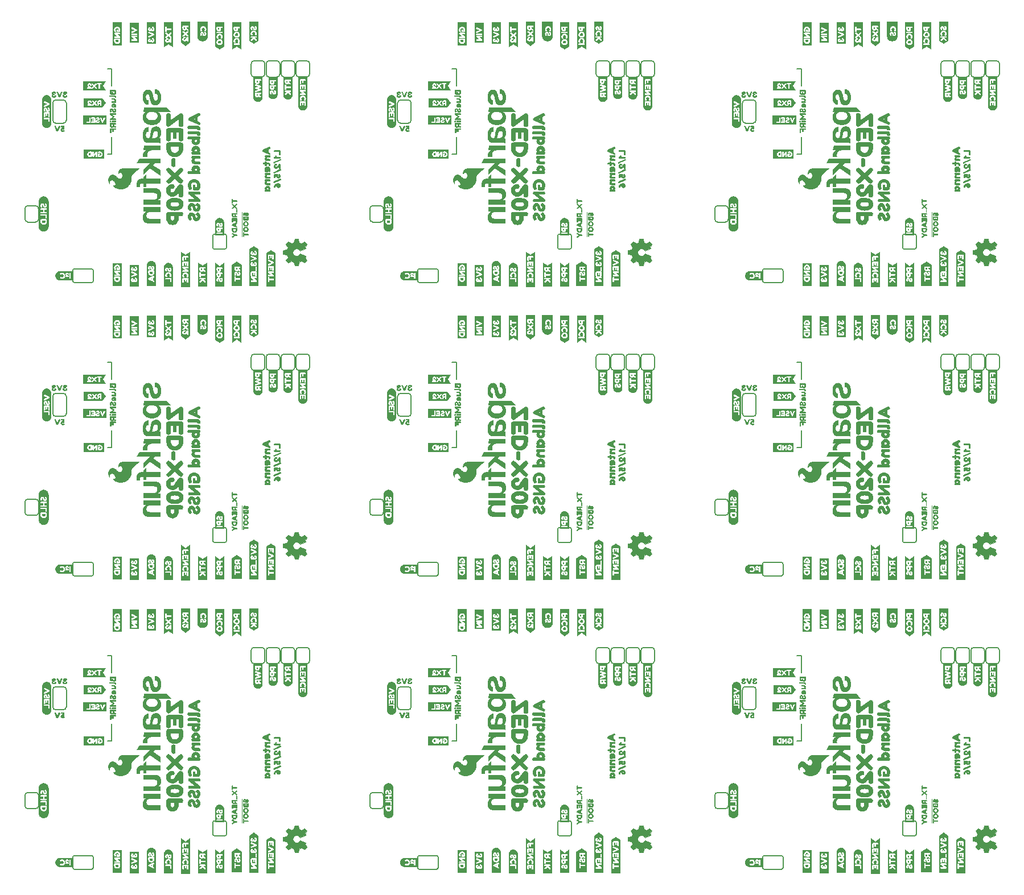
<source format=gbo>
%TF.GenerationSoftware,KiCad,Pcbnew,9.0.1*%
%TF.CreationDate,2025-04-24T15:23:21-06:00*%
%TF.ProjectId,SparkFun_GNSS_ZED-X20P_panelized,53706172-6b46-4756-9e5f-474e53535f5a,rev?*%
%TF.SameCoordinates,Original*%
%TF.FileFunction,Legend,Bot*%
%TF.FilePolarity,Positive*%
%FSLAX46Y46*%
G04 Gerber Fmt 4.6, Leading zero omitted, Abs format (unit mm)*
G04 Created by KiCad (PCBNEW 9.0.1) date 2025-04-24 15:23:21*
%MOMM*%
%LPD*%
G01*
G04 APERTURE LIST*
%ADD10C,0.203200*%
%ADD11C,0.000000*%
%ADD12C,0.152400*%
%ADD13C,0.029494*%
G04 APERTURE END LIST*
D10*
X115744500Y111490000D02*
X115744500Y108950000D01*
X115744500Y67810000D02*
X115744500Y65270000D01*
X115744500Y24130000D02*
X115744500Y21590000D01*
X64444500Y111490000D02*
X64444500Y108950000D01*
X64444500Y67810000D02*
X64444500Y65270000D01*
X64444500Y24130000D02*
X64444500Y21590000D01*
X13144500Y111490000D02*
X13144500Y108950000D01*
X13144500Y67810000D02*
X13144500Y65270000D01*
X115744500Y119110000D02*
X115744500Y121650000D01*
X115744500Y75430000D02*
X115744500Y77970000D01*
X115744500Y31750000D02*
X115744500Y34290000D01*
X64444500Y119110000D02*
X64444500Y121650000D01*
X64444500Y75430000D02*
X64444500Y77970000D01*
X64444500Y31750000D02*
X64444500Y34290000D01*
X13144500Y119110000D02*
X13144500Y121650000D01*
X13144500Y75430000D02*
X13144500Y77970000D01*
X115744500Y121650000D02*
X115109500Y121650000D01*
X115744500Y77970000D02*
X115109500Y77970000D01*
X115744500Y34290000D02*
X115109500Y34290000D01*
X64444500Y121650000D02*
X63809500Y121650000D01*
X64444500Y77970000D02*
X63809500Y77970000D01*
X64444500Y34290000D02*
X63809500Y34290000D01*
X13144500Y121650000D02*
X12509500Y121650000D01*
X13144500Y77970000D02*
X12509500Y77970000D01*
X115744500Y108950000D02*
X115109500Y108950000D01*
X115744500Y65270000D02*
X115109500Y65270000D01*
X115744500Y21590000D02*
X115109500Y21590000D01*
X64444500Y108950000D02*
X63809500Y108950000D01*
X64444500Y65270000D02*
X63809500Y65270000D01*
X64444500Y21590000D02*
X63809500Y21590000D01*
X13144500Y108950000D02*
X12509500Y108950000D01*
X13144500Y65270000D02*
X12509500Y65270000D01*
X13144500Y21590000D02*
X12509500Y21590000D01*
X13144500Y34290000D02*
X12509500Y34290000D01*
X13144500Y31750000D02*
X13144500Y34290000D01*
X13144500Y24130000D02*
X13144500Y21590000D01*
D11*
%TO.C,kibuzzard-680A971A*%
G36*
X139721105Y119626137D02*
G01*
X139697929Y119562403D01*
X139627114Y119532146D01*
X139560161Y119559828D01*
X139533122Y119627425D01*
X139533122Y119765193D01*
X139721105Y119765193D01*
X139721105Y119626137D01*
G37*
G36*
X139721105Y118860043D02*
G01*
X139697929Y118796309D01*
X139627114Y118766051D01*
X139560161Y118793734D01*
X139533122Y118861330D01*
X139533122Y118999099D01*
X139721105Y118999099D01*
X139721105Y118860043D01*
G37*
G36*
X140426255Y119117554D02*
G01*
X140426255Y118164764D01*
X140426255Y117833863D01*
X140426255Y117833755D01*
X140422987Y117767226D01*
X140413213Y117701337D01*
X140397028Y117636723D01*
X140374588Y117574007D01*
X140346109Y117513792D01*
X140311864Y117456659D01*
X140272185Y117403158D01*
X140227453Y117353803D01*
X140178098Y117309070D01*
X140124596Y117269391D01*
X140067463Y117235147D01*
X140007248Y117206667D01*
X139944532Y117184227D01*
X139879919Y117168042D01*
X139814030Y117158268D01*
X139747500Y117155000D01*
X139680970Y117158268D01*
X139615081Y117168042D01*
X139550468Y117184227D01*
X139487752Y117206667D01*
X139427537Y117235147D01*
X139370404Y117269391D01*
X139316902Y117309070D01*
X139267547Y117353803D01*
X139222815Y117403158D01*
X139183136Y117456659D01*
X139148891Y117513792D01*
X139120412Y117574007D01*
X139097972Y117636723D01*
X139081787Y117701337D01*
X139072013Y117767226D01*
X139068745Y117833755D01*
X139068745Y117833863D01*
X139068745Y118176352D01*
X139283337Y118176352D01*
X139291921Y118079213D01*
X139317672Y117997239D01*
X139360590Y117930429D01*
X139426899Y117884077D01*
X139506084Y117914979D01*
X139568530Y117990944D01*
X139544710Y118077210D01*
X139532479Y118092017D01*
X139517672Y118110043D01*
X139508015Y118135150D01*
X139503509Y118177639D01*
X139519603Y118225279D01*
X139558873Y118245880D01*
X139600719Y118223348D01*
X139623251Y118172489D01*
X139639345Y118093948D01*
X139659303Y118011545D01*
X139692779Y117938637D01*
X139741706Y117882146D01*
X139811556Y117845933D01*
X139907800Y117833863D01*
X139969281Y117839335D01*
X140024968Y117855751D01*
X140111878Y117911760D01*
X140169174Y117990944D01*
X140202006Y118079142D01*
X140211663Y118164764D01*
X140205869Y118236867D01*
X140191706Y118297382D01*
X140170461Y118346953D01*
X140145998Y118386867D01*
X140120891Y118417768D01*
X140098358Y118440300D01*
X140080333Y118454464D01*
X140071320Y118462189D01*
X139987629Y118494378D01*
X139905225Y118440300D01*
X139875469Y118386795D01*
X139884052Y118331001D01*
X139930976Y118272918D01*
X139977972Y118220773D01*
X139990204Y118169914D01*
X139971534Y118093948D01*
X139911663Y118070773D01*
X139871749Y118104249D01*
X139841491Y118205322D01*
X139824914Y118266642D01*
X139807371Y118315408D01*
X139766170Y118387511D01*
X139710805Y118439013D01*
X139641277Y118469914D01*
X139557586Y118480215D01*
X139483122Y118470629D01*
X139417672Y118441874D01*
X139361234Y118393948D01*
X139317958Y118331431D01*
X139291992Y118258898D01*
X139283337Y118176352D01*
X139068745Y118176352D01*
X139068745Y119116266D01*
X139297500Y119116266D01*
X139297500Y118860043D01*
X139302650Y118807575D01*
X139318101Y118753176D01*
X139343208Y118699099D01*
X139377328Y118647597D01*
X139422876Y118601727D01*
X139482264Y118564549D01*
X139551953Y118539925D01*
X139628401Y118531717D01*
X139704528Y118539764D01*
X139773251Y118563906D01*
X139831674Y118600762D01*
X139876899Y118646953D01*
X139911019Y118699099D01*
X139936127Y118753820D01*
X139951577Y118808702D01*
X139956727Y118861330D01*
X139956727Y118999099D01*
X140080333Y118999099D01*
X140124753Y119001030D01*
X140159517Y119013262D01*
X140188487Y119049313D01*
X140197500Y119117554D01*
X140188487Y119184506D01*
X140158873Y119220558D01*
X140123466Y119232790D01*
X140079045Y119234721D01*
X139414667Y119234721D01*
X139371534Y119232790D01*
X139336127Y119220558D01*
X139306513Y119184506D01*
X139297500Y119116266D01*
X139068745Y119116266D01*
X139068745Y119882361D01*
X139297500Y119882361D01*
X139297500Y119626137D01*
X139302650Y119573670D01*
X139318101Y119519270D01*
X139343208Y119465193D01*
X139377328Y119413691D01*
X139422876Y119367822D01*
X139482264Y119330644D01*
X139551953Y119306019D01*
X139628401Y119297811D01*
X139704528Y119305858D01*
X139773251Y119330000D01*
X139831674Y119366856D01*
X139876899Y119413047D01*
X139911019Y119465193D01*
X139936127Y119519914D01*
X139951577Y119574796D01*
X139956727Y119627425D01*
X139956727Y119765193D01*
X140080333Y119765193D01*
X140124753Y119767124D01*
X140159517Y119779356D01*
X140188487Y119815408D01*
X140197500Y119883648D01*
X140188487Y119950601D01*
X140158873Y119986652D01*
X140123466Y119998884D01*
X140079045Y120000815D01*
X139414667Y120000815D01*
X139371534Y119998884D01*
X139336127Y119986652D01*
X139306513Y119950601D01*
X139297500Y119882361D01*
X139068745Y119882361D01*
X139068745Y120000815D01*
X139068745Y120430000D01*
X140426255Y120430000D01*
X140426255Y120000815D01*
X140426255Y119883648D01*
X140426255Y119117554D01*
G37*
G36*
X139721105Y75946137D02*
G01*
X139697929Y75882403D01*
X139627114Y75852146D01*
X139560161Y75879828D01*
X139533122Y75947425D01*
X139533122Y76085193D01*
X139721105Y76085193D01*
X139721105Y75946137D01*
G37*
G36*
X139721105Y75180043D02*
G01*
X139697929Y75116309D01*
X139627114Y75086051D01*
X139560161Y75113734D01*
X139533122Y75181330D01*
X139533122Y75319099D01*
X139721105Y75319099D01*
X139721105Y75180043D01*
G37*
G36*
X140426255Y75437554D02*
G01*
X140426255Y74484764D01*
X140426255Y74153863D01*
X140426255Y74153755D01*
X140422987Y74087226D01*
X140413213Y74021337D01*
X140397028Y73956723D01*
X140374588Y73894007D01*
X140346109Y73833792D01*
X140311864Y73776659D01*
X140272185Y73723158D01*
X140227453Y73673803D01*
X140178098Y73629070D01*
X140124596Y73589391D01*
X140067463Y73555147D01*
X140007248Y73526667D01*
X139944532Y73504227D01*
X139879919Y73488042D01*
X139814030Y73478268D01*
X139747500Y73475000D01*
X139680970Y73478268D01*
X139615081Y73488042D01*
X139550468Y73504227D01*
X139487752Y73526667D01*
X139427537Y73555147D01*
X139370404Y73589391D01*
X139316902Y73629070D01*
X139267547Y73673803D01*
X139222815Y73723158D01*
X139183136Y73776659D01*
X139148891Y73833792D01*
X139120412Y73894007D01*
X139097972Y73956723D01*
X139081787Y74021337D01*
X139072013Y74087226D01*
X139068745Y74153755D01*
X139068745Y74153863D01*
X139068745Y74496352D01*
X139283337Y74496352D01*
X139291921Y74399213D01*
X139317672Y74317239D01*
X139360590Y74250429D01*
X139426899Y74204077D01*
X139506084Y74234979D01*
X139568530Y74310944D01*
X139544710Y74397210D01*
X139532479Y74412017D01*
X139517672Y74430043D01*
X139508015Y74455150D01*
X139503509Y74497639D01*
X139519603Y74545279D01*
X139558873Y74565880D01*
X139600719Y74543348D01*
X139623251Y74492489D01*
X139639345Y74413948D01*
X139659303Y74331545D01*
X139692779Y74258637D01*
X139741706Y74202146D01*
X139811556Y74165933D01*
X139907800Y74153863D01*
X139969281Y74159335D01*
X140024968Y74175751D01*
X140111878Y74231760D01*
X140169174Y74310944D01*
X140202006Y74399142D01*
X140211663Y74484764D01*
X140205869Y74556867D01*
X140191706Y74617382D01*
X140170461Y74666953D01*
X140145998Y74706867D01*
X140120891Y74737768D01*
X140098358Y74760300D01*
X140080333Y74774464D01*
X140071320Y74782189D01*
X139987629Y74814378D01*
X139905225Y74760300D01*
X139875469Y74706795D01*
X139884052Y74651001D01*
X139930976Y74592918D01*
X139977972Y74540773D01*
X139990204Y74489914D01*
X139971534Y74413948D01*
X139911663Y74390773D01*
X139871749Y74424249D01*
X139841491Y74525322D01*
X139824914Y74586642D01*
X139807371Y74635408D01*
X139766170Y74707511D01*
X139710805Y74759013D01*
X139641277Y74789914D01*
X139557586Y74800215D01*
X139483122Y74790629D01*
X139417672Y74761874D01*
X139361234Y74713948D01*
X139317958Y74651431D01*
X139291992Y74578898D01*
X139283337Y74496352D01*
X139068745Y74496352D01*
X139068745Y75436266D01*
X139297500Y75436266D01*
X139297500Y75180043D01*
X139302650Y75127575D01*
X139318101Y75073176D01*
X139343208Y75019099D01*
X139377328Y74967597D01*
X139422876Y74921727D01*
X139482264Y74884549D01*
X139551953Y74859925D01*
X139628401Y74851717D01*
X139704528Y74859764D01*
X139773251Y74883906D01*
X139831674Y74920762D01*
X139876899Y74966953D01*
X139911019Y75019099D01*
X139936127Y75073820D01*
X139951577Y75128702D01*
X139956727Y75181330D01*
X139956727Y75319099D01*
X140080333Y75319099D01*
X140124753Y75321030D01*
X140159517Y75333262D01*
X140188487Y75369313D01*
X140197500Y75437554D01*
X140188487Y75504506D01*
X140158873Y75540558D01*
X140123466Y75552790D01*
X140079045Y75554721D01*
X139414667Y75554721D01*
X139371534Y75552790D01*
X139336127Y75540558D01*
X139306513Y75504506D01*
X139297500Y75436266D01*
X139068745Y75436266D01*
X139068745Y76202361D01*
X139297500Y76202361D01*
X139297500Y75946137D01*
X139302650Y75893670D01*
X139318101Y75839270D01*
X139343208Y75785193D01*
X139377328Y75733691D01*
X139422876Y75687822D01*
X139482264Y75650644D01*
X139551953Y75626019D01*
X139628401Y75617811D01*
X139704528Y75625858D01*
X139773251Y75650000D01*
X139831674Y75686856D01*
X139876899Y75733047D01*
X139911019Y75785193D01*
X139936127Y75839914D01*
X139951577Y75894796D01*
X139956727Y75947425D01*
X139956727Y76085193D01*
X140080333Y76085193D01*
X140124753Y76087124D01*
X140159517Y76099356D01*
X140188487Y76135408D01*
X140197500Y76203648D01*
X140188487Y76270601D01*
X140158873Y76306652D01*
X140123466Y76318884D01*
X140079045Y76320815D01*
X139414667Y76320815D01*
X139371534Y76318884D01*
X139336127Y76306652D01*
X139306513Y76270601D01*
X139297500Y76202361D01*
X139068745Y76202361D01*
X139068745Y76320815D01*
X139068745Y76750000D01*
X140426255Y76750000D01*
X140426255Y76320815D01*
X140426255Y76203648D01*
X140426255Y75437554D01*
G37*
G36*
X139721105Y32266137D02*
G01*
X139697929Y32202403D01*
X139627114Y32172146D01*
X139560161Y32199828D01*
X139533122Y32267425D01*
X139533122Y32405193D01*
X139721105Y32405193D01*
X139721105Y32266137D01*
G37*
G36*
X139721105Y31500043D02*
G01*
X139697929Y31436309D01*
X139627114Y31406051D01*
X139560161Y31433734D01*
X139533122Y31501330D01*
X139533122Y31639099D01*
X139721105Y31639099D01*
X139721105Y31500043D01*
G37*
G36*
X140426255Y31757554D02*
G01*
X140426255Y30804764D01*
X140426255Y30473863D01*
X140426255Y30473755D01*
X140422987Y30407226D01*
X140413213Y30341337D01*
X140397028Y30276723D01*
X140374588Y30214007D01*
X140346109Y30153792D01*
X140311864Y30096659D01*
X140272185Y30043158D01*
X140227453Y29993803D01*
X140178098Y29949070D01*
X140124596Y29909391D01*
X140067463Y29875147D01*
X140007248Y29846667D01*
X139944532Y29824227D01*
X139879919Y29808042D01*
X139814030Y29798268D01*
X139747500Y29795000D01*
X139680970Y29798268D01*
X139615081Y29808042D01*
X139550468Y29824227D01*
X139487752Y29846667D01*
X139427537Y29875147D01*
X139370404Y29909391D01*
X139316902Y29949070D01*
X139267547Y29993803D01*
X139222815Y30043158D01*
X139183136Y30096659D01*
X139148891Y30153792D01*
X139120412Y30214007D01*
X139097972Y30276723D01*
X139081787Y30341337D01*
X139072013Y30407226D01*
X139068745Y30473755D01*
X139068745Y30473863D01*
X139068745Y30816352D01*
X139283337Y30816352D01*
X139291921Y30719213D01*
X139317672Y30637239D01*
X139360590Y30570429D01*
X139426899Y30524077D01*
X139506084Y30554979D01*
X139568530Y30630944D01*
X139544710Y30717210D01*
X139532479Y30732017D01*
X139517672Y30750043D01*
X139508015Y30775150D01*
X139503509Y30817639D01*
X139519603Y30865279D01*
X139558873Y30885880D01*
X139600719Y30863348D01*
X139623251Y30812489D01*
X139639345Y30733948D01*
X139659303Y30651545D01*
X139692779Y30578637D01*
X139741706Y30522146D01*
X139811556Y30485933D01*
X139907800Y30473863D01*
X139969281Y30479335D01*
X140024968Y30495751D01*
X140111878Y30551760D01*
X140169174Y30630944D01*
X140202006Y30719142D01*
X140211663Y30804764D01*
X140205869Y30876867D01*
X140191706Y30937382D01*
X140170461Y30986953D01*
X140145998Y31026867D01*
X140120891Y31057768D01*
X140098358Y31080300D01*
X140080333Y31094464D01*
X140071320Y31102189D01*
X139987629Y31134378D01*
X139905225Y31080300D01*
X139875469Y31026795D01*
X139884052Y30971001D01*
X139930976Y30912918D01*
X139977972Y30860773D01*
X139990204Y30809914D01*
X139971534Y30733948D01*
X139911663Y30710773D01*
X139871749Y30744249D01*
X139841491Y30845322D01*
X139824914Y30906642D01*
X139807371Y30955408D01*
X139766170Y31027511D01*
X139710805Y31079013D01*
X139641277Y31109914D01*
X139557586Y31120215D01*
X139483122Y31110629D01*
X139417672Y31081874D01*
X139361234Y31033948D01*
X139317958Y30971431D01*
X139291992Y30898898D01*
X139283337Y30816352D01*
X139068745Y30816352D01*
X139068745Y31756266D01*
X139297500Y31756266D01*
X139297500Y31500043D01*
X139302650Y31447575D01*
X139318101Y31393176D01*
X139343208Y31339099D01*
X139377328Y31287597D01*
X139422876Y31241727D01*
X139482264Y31204549D01*
X139551953Y31179925D01*
X139628401Y31171717D01*
X139704528Y31179764D01*
X139773251Y31203906D01*
X139831674Y31240762D01*
X139876899Y31286953D01*
X139911019Y31339099D01*
X139936127Y31393820D01*
X139951577Y31448702D01*
X139956727Y31501330D01*
X139956727Y31639099D01*
X140080333Y31639099D01*
X140124753Y31641030D01*
X140159517Y31653262D01*
X140188487Y31689313D01*
X140197500Y31757554D01*
X140188487Y31824506D01*
X140158873Y31860558D01*
X140123466Y31872790D01*
X140079045Y31874721D01*
X139414667Y31874721D01*
X139371534Y31872790D01*
X139336127Y31860558D01*
X139306513Y31824506D01*
X139297500Y31756266D01*
X139068745Y31756266D01*
X139068745Y32522361D01*
X139297500Y32522361D01*
X139297500Y32266137D01*
X139302650Y32213670D01*
X139318101Y32159270D01*
X139343208Y32105193D01*
X139377328Y32053691D01*
X139422876Y32007822D01*
X139482264Y31970644D01*
X139551953Y31946019D01*
X139628401Y31937811D01*
X139704528Y31945858D01*
X139773251Y31970000D01*
X139831674Y32006856D01*
X139876899Y32053047D01*
X139911019Y32105193D01*
X139936127Y32159914D01*
X139951577Y32214796D01*
X139956727Y32267425D01*
X139956727Y32405193D01*
X140080333Y32405193D01*
X140124753Y32407124D01*
X140159517Y32419356D01*
X140188487Y32455408D01*
X140197500Y32523648D01*
X140188487Y32590601D01*
X140158873Y32626652D01*
X140123466Y32638884D01*
X140079045Y32640815D01*
X139414667Y32640815D01*
X139371534Y32638884D01*
X139336127Y32626652D01*
X139306513Y32590601D01*
X139297500Y32522361D01*
X139068745Y32522361D01*
X139068745Y32640815D01*
X139068745Y33070000D01*
X140426255Y33070000D01*
X140426255Y32640815D01*
X140426255Y32523648D01*
X140426255Y31757554D01*
G37*
G36*
X88421105Y119626137D02*
G01*
X88397929Y119562403D01*
X88327114Y119532146D01*
X88260161Y119559828D01*
X88233122Y119627425D01*
X88233122Y119765193D01*
X88421105Y119765193D01*
X88421105Y119626137D01*
G37*
G36*
X88421105Y118860043D02*
G01*
X88397929Y118796309D01*
X88327114Y118766051D01*
X88260161Y118793734D01*
X88233122Y118861330D01*
X88233122Y118999099D01*
X88421105Y118999099D01*
X88421105Y118860043D01*
G37*
G36*
X89126255Y119117554D02*
G01*
X89126255Y118164764D01*
X89126255Y117833863D01*
X89126255Y117833755D01*
X89122987Y117767226D01*
X89113213Y117701337D01*
X89097028Y117636723D01*
X89074588Y117574007D01*
X89046109Y117513792D01*
X89011864Y117456659D01*
X88972185Y117403158D01*
X88927453Y117353803D01*
X88878098Y117309070D01*
X88824596Y117269391D01*
X88767463Y117235147D01*
X88707248Y117206667D01*
X88644532Y117184227D01*
X88579919Y117168042D01*
X88514030Y117158268D01*
X88447500Y117155000D01*
X88380970Y117158268D01*
X88315081Y117168042D01*
X88250468Y117184227D01*
X88187752Y117206667D01*
X88127537Y117235147D01*
X88070404Y117269391D01*
X88016902Y117309070D01*
X87967547Y117353803D01*
X87922815Y117403158D01*
X87883136Y117456659D01*
X87848891Y117513792D01*
X87820412Y117574007D01*
X87797972Y117636723D01*
X87781787Y117701337D01*
X87772013Y117767226D01*
X87768745Y117833755D01*
X87768745Y117833863D01*
X87768745Y118176352D01*
X87983337Y118176352D01*
X87991921Y118079213D01*
X88017672Y117997239D01*
X88060590Y117930429D01*
X88126899Y117884077D01*
X88206084Y117914979D01*
X88268530Y117990944D01*
X88244710Y118077210D01*
X88232479Y118092017D01*
X88217672Y118110043D01*
X88208015Y118135150D01*
X88203509Y118177639D01*
X88219603Y118225279D01*
X88258873Y118245880D01*
X88300719Y118223348D01*
X88323251Y118172489D01*
X88339345Y118093948D01*
X88359303Y118011545D01*
X88392779Y117938637D01*
X88441706Y117882146D01*
X88511556Y117845933D01*
X88607800Y117833863D01*
X88669281Y117839335D01*
X88724968Y117855751D01*
X88811878Y117911760D01*
X88869174Y117990944D01*
X88902006Y118079142D01*
X88911663Y118164764D01*
X88905869Y118236867D01*
X88891706Y118297382D01*
X88870461Y118346953D01*
X88845998Y118386867D01*
X88820891Y118417768D01*
X88798358Y118440300D01*
X88780333Y118454464D01*
X88771320Y118462189D01*
X88687629Y118494378D01*
X88605225Y118440300D01*
X88575469Y118386795D01*
X88584052Y118331001D01*
X88630976Y118272918D01*
X88677972Y118220773D01*
X88690204Y118169914D01*
X88671534Y118093948D01*
X88611663Y118070773D01*
X88571749Y118104249D01*
X88541491Y118205322D01*
X88524914Y118266642D01*
X88507371Y118315408D01*
X88466170Y118387511D01*
X88410805Y118439013D01*
X88341277Y118469914D01*
X88257586Y118480215D01*
X88183122Y118470629D01*
X88117672Y118441874D01*
X88061234Y118393948D01*
X88017958Y118331431D01*
X87991992Y118258898D01*
X87983337Y118176352D01*
X87768745Y118176352D01*
X87768745Y119116266D01*
X87997500Y119116266D01*
X87997500Y118860043D01*
X88002650Y118807575D01*
X88018101Y118753176D01*
X88043208Y118699099D01*
X88077328Y118647597D01*
X88122876Y118601727D01*
X88182264Y118564549D01*
X88251953Y118539925D01*
X88328401Y118531717D01*
X88404528Y118539764D01*
X88473251Y118563906D01*
X88531674Y118600762D01*
X88576899Y118646953D01*
X88611019Y118699099D01*
X88636127Y118753820D01*
X88651577Y118808702D01*
X88656727Y118861330D01*
X88656727Y118999099D01*
X88780333Y118999099D01*
X88824753Y119001030D01*
X88859517Y119013262D01*
X88888487Y119049313D01*
X88897500Y119117554D01*
X88888487Y119184506D01*
X88858873Y119220558D01*
X88823466Y119232790D01*
X88779045Y119234721D01*
X88114667Y119234721D01*
X88071534Y119232790D01*
X88036127Y119220558D01*
X88006513Y119184506D01*
X87997500Y119116266D01*
X87768745Y119116266D01*
X87768745Y119882361D01*
X87997500Y119882361D01*
X87997500Y119626137D01*
X88002650Y119573670D01*
X88018101Y119519270D01*
X88043208Y119465193D01*
X88077328Y119413691D01*
X88122876Y119367822D01*
X88182264Y119330644D01*
X88251953Y119306019D01*
X88328401Y119297811D01*
X88404528Y119305858D01*
X88473251Y119330000D01*
X88531674Y119366856D01*
X88576899Y119413047D01*
X88611019Y119465193D01*
X88636127Y119519914D01*
X88651577Y119574796D01*
X88656727Y119627425D01*
X88656727Y119765193D01*
X88780333Y119765193D01*
X88824753Y119767124D01*
X88859517Y119779356D01*
X88888487Y119815408D01*
X88897500Y119883648D01*
X88888487Y119950601D01*
X88858873Y119986652D01*
X88823466Y119998884D01*
X88779045Y120000815D01*
X88114667Y120000815D01*
X88071534Y119998884D01*
X88036127Y119986652D01*
X88006513Y119950601D01*
X87997500Y119882361D01*
X87768745Y119882361D01*
X87768745Y120000815D01*
X87768745Y120430000D01*
X89126255Y120430000D01*
X89126255Y120000815D01*
X89126255Y119883648D01*
X89126255Y119117554D01*
G37*
G36*
X88421105Y75946137D02*
G01*
X88397929Y75882403D01*
X88327114Y75852146D01*
X88260161Y75879828D01*
X88233122Y75947425D01*
X88233122Y76085193D01*
X88421105Y76085193D01*
X88421105Y75946137D01*
G37*
G36*
X88421105Y75180043D02*
G01*
X88397929Y75116309D01*
X88327114Y75086051D01*
X88260161Y75113734D01*
X88233122Y75181330D01*
X88233122Y75319099D01*
X88421105Y75319099D01*
X88421105Y75180043D01*
G37*
G36*
X89126255Y75437554D02*
G01*
X89126255Y74484764D01*
X89126255Y74153863D01*
X89126255Y74153755D01*
X89122987Y74087226D01*
X89113213Y74021337D01*
X89097028Y73956723D01*
X89074588Y73894007D01*
X89046109Y73833792D01*
X89011864Y73776659D01*
X88972185Y73723158D01*
X88927453Y73673803D01*
X88878098Y73629070D01*
X88824596Y73589391D01*
X88767463Y73555147D01*
X88707248Y73526667D01*
X88644532Y73504227D01*
X88579919Y73488042D01*
X88514030Y73478268D01*
X88447500Y73475000D01*
X88380970Y73478268D01*
X88315081Y73488042D01*
X88250468Y73504227D01*
X88187752Y73526667D01*
X88127537Y73555147D01*
X88070404Y73589391D01*
X88016902Y73629070D01*
X87967547Y73673803D01*
X87922815Y73723158D01*
X87883136Y73776659D01*
X87848891Y73833792D01*
X87820412Y73894007D01*
X87797972Y73956723D01*
X87781787Y74021337D01*
X87772013Y74087226D01*
X87768745Y74153755D01*
X87768745Y74153863D01*
X87768745Y74496352D01*
X87983337Y74496352D01*
X87991921Y74399213D01*
X88017672Y74317239D01*
X88060590Y74250429D01*
X88126899Y74204077D01*
X88206084Y74234979D01*
X88268530Y74310944D01*
X88244710Y74397210D01*
X88232479Y74412017D01*
X88217672Y74430043D01*
X88208015Y74455150D01*
X88203509Y74497639D01*
X88219603Y74545279D01*
X88258873Y74565880D01*
X88300719Y74543348D01*
X88323251Y74492489D01*
X88339345Y74413948D01*
X88359303Y74331545D01*
X88392779Y74258637D01*
X88441706Y74202146D01*
X88511556Y74165933D01*
X88607800Y74153863D01*
X88669281Y74159335D01*
X88724968Y74175751D01*
X88811878Y74231760D01*
X88869174Y74310944D01*
X88902006Y74399142D01*
X88911663Y74484764D01*
X88905869Y74556867D01*
X88891706Y74617382D01*
X88870461Y74666953D01*
X88845998Y74706867D01*
X88820891Y74737768D01*
X88798358Y74760300D01*
X88780333Y74774464D01*
X88771320Y74782189D01*
X88687629Y74814378D01*
X88605225Y74760300D01*
X88575469Y74706795D01*
X88584052Y74651001D01*
X88630976Y74592918D01*
X88677972Y74540773D01*
X88690204Y74489914D01*
X88671534Y74413948D01*
X88611663Y74390773D01*
X88571749Y74424249D01*
X88541491Y74525322D01*
X88524914Y74586642D01*
X88507371Y74635408D01*
X88466170Y74707511D01*
X88410805Y74759013D01*
X88341277Y74789914D01*
X88257586Y74800215D01*
X88183122Y74790629D01*
X88117672Y74761874D01*
X88061234Y74713948D01*
X88017958Y74651431D01*
X87991992Y74578898D01*
X87983337Y74496352D01*
X87768745Y74496352D01*
X87768745Y75436266D01*
X87997500Y75436266D01*
X87997500Y75180043D01*
X88002650Y75127575D01*
X88018101Y75073176D01*
X88043208Y75019099D01*
X88077328Y74967597D01*
X88122876Y74921727D01*
X88182264Y74884549D01*
X88251953Y74859925D01*
X88328401Y74851717D01*
X88404528Y74859764D01*
X88473251Y74883906D01*
X88531674Y74920762D01*
X88576899Y74966953D01*
X88611019Y75019099D01*
X88636127Y75073820D01*
X88651577Y75128702D01*
X88656727Y75181330D01*
X88656727Y75319099D01*
X88780333Y75319099D01*
X88824753Y75321030D01*
X88859517Y75333262D01*
X88888487Y75369313D01*
X88897500Y75437554D01*
X88888487Y75504506D01*
X88858873Y75540558D01*
X88823466Y75552790D01*
X88779045Y75554721D01*
X88114667Y75554721D01*
X88071534Y75552790D01*
X88036127Y75540558D01*
X88006513Y75504506D01*
X87997500Y75436266D01*
X87768745Y75436266D01*
X87768745Y76202361D01*
X87997500Y76202361D01*
X87997500Y75946137D01*
X88002650Y75893670D01*
X88018101Y75839270D01*
X88043208Y75785193D01*
X88077328Y75733691D01*
X88122876Y75687822D01*
X88182264Y75650644D01*
X88251953Y75626019D01*
X88328401Y75617811D01*
X88404528Y75625858D01*
X88473251Y75650000D01*
X88531674Y75686856D01*
X88576899Y75733047D01*
X88611019Y75785193D01*
X88636127Y75839914D01*
X88651577Y75894796D01*
X88656727Y75947425D01*
X88656727Y76085193D01*
X88780333Y76085193D01*
X88824753Y76087124D01*
X88859517Y76099356D01*
X88888487Y76135408D01*
X88897500Y76203648D01*
X88888487Y76270601D01*
X88858873Y76306652D01*
X88823466Y76318884D01*
X88779045Y76320815D01*
X88114667Y76320815D01*
X88071534Y76318884D01*
X88036127Y76306652D01*
X88006513Y76270601D01*
X87997500Y76202361D01*
X87768745Y76202361D01*
X87768745Y76320815D01*
X87768745Y76750000D01*
X89126255Y76750000D01*
X89126255Y76320815D01*
X89126255Y76203648D01*
X89126255Y75437554D01*
G37*
G36*
X88421105Y32266137D02*
G01*
X88397929Y32202403D01*
X88327114Y32172146D01*
X88260161Y32199828D01*
X88233122Y32267425D01*
X88233122Y32405193D01*
X88421105Y32405193D01*
X88421105Y32266137D01*
G37*
G36*
X88421105Y31500043D02*
G01*
X88397929Y31436309D01*
X88327114Y31406051D01*
X88260161Y31433734D01*
X88233122Y31501330D01*
X88233122Y31639099D01*
X88421105Y31639099D01*
X88421105Y31500043D01*
G37*
G36*
X89126255Y31757554D02*
G01*
X89126255Y30804764D01*
X89126255Y30473863D01*
X89126255Y30473755D01*
X89122987Y30407226D01*
X89113213Y30341337D01*
X89097028Y30276723D01*
X89074588Y30214007D01*
X89046109Y30153792D01*
X89011864Y30096659D01*
X88972185Y30043158D01*
X88927453Y29993803D01*
X88878098Y29949070D01*
X88824596Y29909391D01*
X88767463Y29875147D01*
X88707248Y29846667D01*
X88644532Y29824227D01*
X88579919Y29808042D01*
X88514030Y29798268D01*
X88447500Y29795000D01*
X88380970Y29798268D01*
X88315081Y29808042D01*
X88250468Y29824227D01*
X88187752Y29846667D01*
X88127537Y29875147D01*
X88070404Y29909391D01*
X88016902Y29949070D01*
X87967547Y29993803D01*
X87922815Y30043158D01*
X87883136Y30096659D01*
X87848891Y30153792D01*
X87820412Y30214007D01*
X87797972Y30276723D01*
X87781787Y30341337D01*
X87772013Y30407226D01*
X87768745Y30473755D01*
X87768745Y30473863D01*
X87768745Y30816352D01*
X87983337Y30816352D01*
X87991921Y30719213D01*
X88017672Y30637239D01*
X88060590Y30570429D01*
X88126899Y30524077D01*
X88206084Y30554979D01*
X88268530Y30630944D01*
X88244710Y30717210D01*
X88232479Y30732017D01*
X88217672Y30750043D01*
X88208015Y30775150D01*
X88203509Y30817639D01*
X88219603Y30865279D01*
X88258873Y30885880D01*
X88300719Y30863348D01*
X88323251Y30812489D01*
X88339345Y30733948D01*
X88359303Y30651545D01*
X88392779Y30578637D01*
X88441706Y30522146D01*
X88511556Y30485933D01*
X88607800Y30473863D01*
X88669281Y30479335D01*
X88724968Y30495751D01*
X88811878Y30551760D01*
X88869174Y30630944D01*
X88902006Y30719142D01*
X88911663Y30804764D01*
X88905869Y30876867D01*
X88891706Y30937382D01*
X88870461Y30986953D01*
X88845998Y31026867D01*
X88820891Y31057768D01*
X88798358Y31080300D01*
X88780333Y31094464D01*
X88771320Y31102189D01*
X88687629Y31134378D01*
X88605225Y31080300D01*
X88575469Y31026795D01*
X88584052Y30971001D01*
X88630976Y30912918D01*
X88677972Y30860773D01*
X88690204Y30809914D01*
X88671534Y30733948D01*
X88611663Y30710773D01*
X88571749Y30744249D01*
X88541491Y30845322D01*
X88524914Y30906642D01*
X88507371Y30955408D01*
X88466170Y31027511D01*
X88410805Y31079013D01*
X88341277Y31109914D01*
X88257586Y31120215D01*
X88183122Y31110629D01*
X88117672Y31081874D01*
X88061234Y31033948D01*
X88017958Y30971431D01*
X87991992Y30898898D01*
X87983337Y30816352D01*
X87768745Y30816352D01*
X87768745Y31756266D01*
X87997500Y31756266D01*
X87997500Y31500043D01*
X88002650Y31447575D01*
X88018101Y31393176D01*
X88043208Y31339099D01*
X88077328Y31287597D01*
X88122876Y31241727D01*
X88182264Y31204549D01*
X88251953Y31179925D01*
X88328401Y31171717D01*
X88404528Y31179764D01*
X88473251Y31203906D01*
X88531674Y31240762D01*
X88576899Y31286953D01*
X88611019Y31339099D01*
X88636127Y31393820D01*
X88651577Y31448702D01*
X88656727Y31501330D01*
X88656727Y31639099D01*
X88780333Y31639099D01*
X88824753Y31641030D01*
X88859517Y31653262D01*
X88888487Y31689313D01*
X88897500Y31757554D01*
X88888487Y31824506D01*
X88858873Y31860558D01*
X88823466Y31872790D01*
X88779045Y31874721D01*
X88114667Y31874721D01*
X88071534Y31872790D01*
X88036127Y31860558D01*
X88006513Y31824506D01*
X87997500Y31756266D01*
X87768745Y31756266D01*
X87768745Y32522361D01*
X87997500Y32522361D01*
X87997500Y32266137D01*
X88002650Y32213670D01*
X88018101Y32159270D01*
X88043208Y32105193D01*
X88077328Y32053691D01*
X88122876Y32007822D01*
X88182264Y31970644D01*
X88251953Y31946019D01*
X88328401Y31937811D01*
X88404528Y31945858D01*
X88473251Y31970000D01*
X88531674Y32006856D01*
X88576899Y32053047D01*
X88611019Y32105193D01*
X88636127Y32159914D01*
X88651577Y32214796D01*
X88656727Y32267425D01*
X88656727Y32405193D01*
X88780333Y32405193D01*
X88824753Y32407124D01*
X88859517Y32419356D01*
X88888487Y32455408D01*
X88897500Y32523648D01*
X88888487Y32590601D01*
X88858873Y32626652D01*
X88823466Y32638884D01*
X88779045Y32640815D01*
X88114667Y32640815D01*
X88071534Y32638884D01*
X88036127Y32626652D01*
X88006513Y32590601D01*
X87997500Y32522361D01*
X87768745Y32522361D01*
X87768745Y32640815D01*
X87768745Y33070000D01*
X89126255Y33070000D01*
X89126255Y32640815D01*
X89126255Y32523648D01*
X89126255Y31757554D01*
G37*
G36*
X37121105Y119626137D02*
G01*
X37097929Y119562403D01*
X37027114Y119532146D01*
X36960161Y119559828D01*
X36933122Y119627425D01*
X36933122Y119765193D01*
X37121105Y119765193D01*
X37121105Y119626137D01*
G37*
G36*
X37121105Y118860043D02*
G01*
X37097929Y118796309D01*
X37027114Y118766051D01*
X36960161Y118793734D01*
X36933122Y118861330D01*
X36933122Y118999099D01*
X37121105Y118999099D01*
X37121105Y118860043D01*
G37*
G36*
X37826255Y119117554D02*
G01*
X37826255Y118164764D01*
X37826255Y117833863D01*
X37826255Y117833755D01*
X37822987Y117767226D01*
X37813213Y117701337D01*
X37797028Y117636723D01*
X37774588Y117574007D01*
X37746109Y117513792D01*
X37711864Y117456659D01*
X37672185Y117403158D01*
X37627453Y117353803D01*
X37578098Y117309070D01*
X37524596Y117269391D01*
X37467463Y117235147D01*
X37407248Y117206667D01*
X37344532Y117184227D01*
X37279919Y117168042D01*
X37214030Y117158268D01*
X37147500Y117155000D01*
X37080970Y117158268D01*
X37015081Y117168042D01*
X36950468Y117184227D01*
X36887752Y117206667D01*
X36827537Y117235147D01*
X36770404Y117269391D01*
X36716902Y117309070D01*
X36667547Y117353803D01*
X36622815Y117403158D01*
X36583136Y117456659D01*
X36548891Y117513792D01*
X36520412Y117574007D01*
X36497972Y117636723D01*
X36481787Y117701337D01*
X36472013Y117767226D01*
X36468745Y117833755D01*
X36468745Y117833863D01*
X36468745Y118176352D01*
X36683337Y118176352D01*
X36691921Y118079213D01*
X36717672Y117997239D01*
X36760590Y117930429D01*
X36826899Y117884077D01*
X36906084Y117914979D01*
X36968530Y117990944D01*
X36944710Y118077210D01*
X36932479Y118092017D01*
X36917672Y118110043D01*
X36908015Y118135150D01*
X36903509Y118177639D01*
X36919603Y118225279D01*
X36958873Y118245880D01*
X37000719Y118223348D01*
X37023251Y118172489D01*
X37039345Y118093948D01*
X37059303Y118011545D01*
X37092779Y117938637D01*
X37141706Y117882146D01*
X37211556Y117845933D01*
X37307800Y117833863D01*
X37369281Y117839335D01*
X37424968Y117855751D01*
X37511878Y117911760D01*
X37569174Y117990944D01*
X37602006Y118079142D01*
X37611663Y118164764D01*
X37605869Y118236867D01*
X37591706Y118297382D01*
X37570461Y118346953D01*
X37545998Y118386867D01*
X37520891Y118417768D01*
X37498358Y118440300D01*
X37480333Y118454464D01*
X37471320Y118462189D01*
X37387629Y118494378D01*
X37305225Y118440300D01*
X37275469Y118386795D01*
X37284052Y118331001D01*
X37330976Y118272918D01*
X37377972Y118220773D01*
X37390204Y118169914D01*
X37371534Y118093948D01*
X37311663Y118070773D01*
X37271749Y118104249D01*
X37241491Y118205322D01*
X37224914Y118266642D01*
X37207371Y118315408D01*
X37166170Y118387511D01*
X37110805Y118439013D01*
X37041277Y118469914D01*
X36957586Y118480215D01*
X36883122Y118470629D01*
X36817672Y118441874D01*
X36761234Y118393948D01*
X36717958Y118331431D01*
X36691992Y118258898D01*
X36683337Y118176352D01*
X36468745Y118176352D01*
X36468745Y119116266D01*
X36697500Y119116266D01*
X36697500Y118860043D01*
X36702650Y118807575D01*
X36718101Y118753176D01*
X36743208Y118699099D01*
X36777328Y118647597D01*
X36822876Y118601727D01*
X36882264Y118564549D01*
X36951953Y118539925D01*
X37028401Y118531717D01*
X37104528Y118539764D01*
X37173251Y118563906D01*
X37231674Y118600762D01*
X37276899Y118646953D01*
X37311019Y118699099D01*
X37336127Y118753820D01*
X37351577Y118808702D01*
X37356727Y118861330D01*
X37356727Y118999099D01*
X37480333Y118999099D01*
X37524753Y119001030D01*
X37559517Y119013262D01*
X37588487Y119049313D01*
X37597500Y119117554D01*
X37588487Y119184506D01*
X37558873Y119220558D01*
X37523466Y119232790D01*
X37479045Y119234721D01*
X36814667Y119234721D01*
X36771534Y119232790D01*
X36736127Y119220558D01*
X36706513Y119184506D01*
X36697500Y119116266D01*
X36468745Y119116266D01*
X36468745Y119882361D01*
X36697500Y119882361D01*
X36697500Y119626137D01*
X36702650Y119573670D01*
X36718101Y119519270D01*
X36743208Y119465193D01*
X36777328Y119413691D01*
X36822876Y119367822D01*
X36882264Y119330644D01*
X36951953Y119306019D01*
X37028401Y119297811D01*
X37104528Y119305858D01*
X37173251Y119330000D01*
X37231674Y119366856D01*
X37276899Y119413047D01*
X37311019Y119465193D01*
X37336127Y119519914D01*
X37351577Y119574796D01*
X37356727Y119627425D01*
X37356727Y119765193D01*
X37480333Y119765193D01*
X37524753Y119767124D01*
X37559517Y119779356D01*
X37588487Y119815408D01*
X37597500Y119883648D01*
X37588487Y119950601D01*
X37558873Y119986652D01*
X37523466Y119998884D01*
X37479045Y120000815D01*
X36814667Y120000815D01*
X36771534Y119998884D01*
X36736127Y119986652D01*
X36706513Y119950601D01*
X36697500Y119882361D01*
X36468745Y119882361D01*
X36468745Y120000815D01*
X36468745Y120430000D01*
X37826255Y120430000D01*
X37826255Y120000815D01*
X37826255Y119883648D01*
X37826255Y119117554D01*
G37*
G36*
X37121105Y75946137D02*
G01*
X37097929Y75882403D01*
X37027114Y75852146D01*
X36960161Y75879828D01*
X36933122Y75947425D01*
X36933122Y76085193D01*
X37121105Y76085193D01*
X37121105Y75946137D01*
G37*
G36*
X37121105Y75180043D02*
G01*
X37097929Y75116309D01*
X37027114Y75086051D01*
X36960161Y75113734D01*
X36933122Y75181330D01*
X36933122Y75319099D01*
X37121105Y75319099D01*
X37121105Y75180043D01*
G37*
G36*
X37826255Y75437554D02*
G01*
X37826255Y74484764D01*
X37826255Y74153863D01*
X37826255Y74153755D01*
X37822987Y74087226D01*
X37813213Y74021337D01*
X37797028Y73956723D01*
X37774588Y73894007D01*
X37746109Y73833792D01*
X37711864Y73776659D01*
X37672185Y73723158D01*
X37627453Y73673803D01*
X37578098Y73629070D01*
X37524596Y73589391D01*
X37467463Y73555147D01*
X37407248Y73526667D01*
X37344532Y73504227D01*
X37279919Y73488042D01*
X37214030Y73478268D01*
X37147500Y73475000D01*
X37080970Y73478268D01*
X37015081Y73488042D01*
X36950468Y73504227D01*
X36887752Y73526667D01*
X36827537Y73555147D01*
X36770404Y73589391D01*
X36716902Y73629070D01*
X36667547Y73673803D01*
X36622815Y73723158D01*
X36583136Y73776659D01*
X36548891Y73833792D01*
X36520412Y73894007D01*
X36497972Y73956723D01*
X36481787Y74021337D01*
X36472013Y74087226D01*
X36468745Y74153755D01*
X36468745Y74153863D01*
X36468745Y74496352D01*
X36683337Y74496352D01*
X36691921Y74399213D01*
X36717672Y74317239D01*
X36760590Y74250429D01*
X36826899Y74204077D01*
X36906084Y74234979D01*
X36968530Y74310944D01*
X36944710Y74397210D01*
X36932479Y74412017D01*
X36917672Y74430043D01*
X36908015Y74455150D01*
X36903509Y74497639D01*
X36919603Y74545279D01*
X36958873Y74565880D01*
X37000719Y74543348D01*
X37023251Y74492489D01*
X37039345Y74413948D01*
X37059303Y74331545D01*
X37092779Y74258637D01*
X37141706Y74202146D01*
X37211556Y74165933D01*
X37307800Y74153863D01*
X37369281Y74159335D01*
X37424968Y74175751D01*
X37511878Y74231760D01*
X37569174Y74310944D01*
X37602006Y74399142D01*
X37611663Y74484764D01*
X37605869Y74556867D01*
X37591706Y74617382D01*
X37570461Y74666953D01*
X37545998Y74706867D01*
X37520891Y74737768D01*
X37498358Y74760300D01*
X37480333Y74774464D01*
X37471320Y74782189D01*
X37387629Y74814378D01*
X37305225Y74760300D01*
X37275469Y74706795D01*
X37284052Y74651001D01*
X37330976Y74592918D01*
X37377972Y74540773D01*
X37390204Y74489914D01*
X37371534Y74413948D01*
X37311663Y74390773D01*
X37271749Y74424249D01*
X37241491Y74525322D01*
X37224914Y74586642D01*
X37207371Y74635408D01*
X37166170Y74707511D01*
X37110805Y74759013D01*
X37041277Y74789914D01*
X36957586Y74800215D01*
X36883122Y74790629D01*
X36817672Y74761874D01*
X36761234Y74713948D01*
X36717958Y74651431D01*
X36691992Y74578898D01*
X36683337Y74496352D01*
X36468745Y74496352D01*
X36468745Y75436266D01*
X36697500Y75436266D01*
X36697500Y75180043D01*
X36702650Y75127575D01*
X36718101Y75073176D01*
X36743208Y75019099D01*
X36777328Y74967597D01*
X36822876Y74921727D01*
X36882264Y74884549D01*
X36951953Y74859925D01*
X37028401Y74851717D01*
X37104528Y74859764D01*
X37173251Y74883906D01*
X37231674Y74920762D01*
X37276899Y74966953D01*
X37311019Y75019099D01*
X37336127Y75073820D01*
X37351577Y75128702D01*
X37356727Y75181330D01*
X37356727Y75319099D01*
X37480333Y75319099D01*
X37524753Y75321030D01*
X37559517Y75333262D01*
X37588487Y75369313D01*
X37597500Y75437554D01*
X37588487Y75504506D01*
X37558873Y75540558D01*
X37523466Y75552790D01*
X37479045Y75554721D01*
X36814667Y75554721D01*
X36771534Y75552790D01*
X36736127Y75540558D01*
X36706513Y75504506D01*
X36697500Y75436266D01*
X36468745Y75436266D01*
X36468745Y76202361D01*
X36697500Y76202361D01*
X36697500Y75946137D01*
X36702650Y75893670D01*
X36718101Y75839270D01*
X36743208Y75785193D01*
X36777328Y75733691D01*
X36822876Y75687822D01*
X36882264Y75650644D01*
X36951953Y75626019D01*
X37028401Y75617811D01*
X37104528Y75625858D01*
X37173251Y75650000D01*
X37231674Y75686856D01*
X37276899Y75733047D01*
X37311019Y75785193D01*
X37336127Y75839914D01*
X37351577Y75894796D01*
X37356727Y75947425D01*
X37356727Y76085193D01*
X37480333Y76085193D01*
X37524753Y76087124D01*
X37559517Y76099356D01*
X37588487Y76135408D01*
X37597500Y76203648D01*
X37588487Y76270601D01*
X37558873Y76306652D01*
X37523466Y76318884D01*
X37479045Y76320815D01*
X36814667Y76320815D01*
X36771534Y76318884D01*
X36736127Y76306652D01*
X36706513Y76270601D01*
X36697500Y76202361D01*
X36468745Y76202361D01*
X36468745Y76320815D01*
X36468745Y76750000D01*
X37826255Y76750000D01*
X37826255Y76320815D01*
X37826255Y76203648D01*
X37826255Y75437554D01*
G37*
%TO.C,kibuzzard-6797D214*%
G36*
X131781030Y127583553D02*
G01*
X131757854Y127519819D01*
X131687039Y127489562D01*
X131620086Y127517244D01*
X131593047Y127584841D01*
X131593047Y127722609D01*
X131781030Y127722609D01*
X131781030Y127583553D01*
G37*
G36*
X131896910Y125847770D02*
G01*
X131970300Y125800935D01*
X132020515Y125732856D01*
X132037253Y125653510D01*
X132020998Y125571590D01*
X131972232Y125503510D01*
X131899324Y125457641D01*
X131810644Y125442352D01*
X131722607Y125457802D01*
X131649056Y125504154D01*
X131599324Y125572073D01*
X131582747Y125652223D01*
X131599324Y125733339D01*
X131649056Y125801579D01*
X131722607Y125847931D01*
X131810644Y125863382D01*
X131896910Y125847770D01*
G37*
G36*
X132487468Y127083982D02*
G01*
X132487468Y126445356D01*
X132487468Y125647073D01*
X132487468Y125206729D01*
X132487468Y124992137D01*
X131810000Y124540492D01*
X131132532Y124992137D01*
X131132532Y125206729D01*
X131132532Y125657373D01*
X131347124Y125657373D01*
X131355534Y125566922D01*
X131380762Y125483553D01*
X131422808Y125407266D01*
X131481674Y125338060D01*
X131552690Y125280603D01*
X131631191Y125239562D01*
X131717175Y125214937D01*
X131810644Y125206729D01*
X131902503Y125214817D01*
X131987521Y125239079D01*
X132065700Y125279516D01*
X132137039Y125336128D01*
X132196467Y125404087D01*
X132238916Y125478564D01*
X132264386Y125559559D01*
X132272876Y125647073D01*
X132264506Y125737040D01*
X132239399Y125820249D01*
X132197554Y125896697D01*
X132138970Y125966386D01*
X132068557Y126024406D01*
X131991223Y126065849D01*
X131906969Y126090715D01*
X131815794Y126099004D01*
X131721642Y126090957D01*
X131634893Y126066815D01*
X131555547Y126026579D01*
X131483605Y125970249D01*
X131423895Y125902411D01*
X131381245Y125827652D01*
X131355655Y125745973D01*
X131347124Y125657373D01*
X131132532Y125657373D01*
X131132532Y126441493D01*
X131348412Y126441493D01*
X131356423Y126364812D01*
X131380458Y126285842D01*
X131420515Y126204583D01*
X131444979Y126169819D01*
X131472017Y126146000D01*
X131510644Y126133768D01*
X131582747Y126162094D01*
X131634893Y126210377D01*
X131652275Y126254798D01*
X131622661Y126324326D01*
X131616867Y126332695D01*
X131609785Y126343639D01*
X131602704Y126355871D01*
X131596266Y126373253D01*
X131591116Y126393854D01*
X131586609Y126419605D01*
X131585322Y126450506D01*
X131598197Y126523897D01*
X131636180Y126596643D01*
X131706352Y126653940D01*
X131754635Y126670356D01*
X131809356Y126675828D01*
X131879689Y126666010D01*
X131938755Y126636558D01*
X131983981Y126594873D01*
X132012790Y126548360D01*
X132033391Y126450506D01*
X132022768Y126382588D01*
X131990901Y126317888D01*
X131965150Y126253510D01*
X131983498Y126209734D01*
X132038541Y126163382D01*
X132113219Y126135055D01*
X132160215Y126153081D01*
X132199485Y126205871D01*
X132239542Y126282266D01*
X132263577Y126362094D01*
X132271588Y126445356D01*
X132267725Y126499916D01*
X132256137Y126558017D01*
X132235376Y126618854D01*
X132203991Y126681622D01*
X132163433Y126741976D01*
X132115150Y126795570D01*
X132055762Y126841440D01*
X131981888Y126878618D01*
X131896588Y126903242D01*
X131802918Y126911450D01*
X131712790Y126903403D01*
X131630386Y126879261D01*
X131558766Y126842566D01*
X131500987Y126796858D01*
X131453991Y126743264D01*
X131414721Y126682910D01*
X131384303Y126619819D01*
X131363863Y126558017D01*
X131352275Y126498307D01*
X131348412Y126441493D01*
X131132532Y126441493D01*
X131132532Y127082695D01*
X131357425Y127082695D01*
X131366438Y127015742D01*
X131396052Y126979691D01*
X131431459Y126967459D01*
X131475880Y126965528D01*
X132141545Y126965528D01*
X132185966Y126967459D01*
X132220730Y126979691D01*
X132249700Y127015742D01*
X132258712Y127083982D01*
X132249700Y127150935D01*
X132220086Y127186987D01*
X132184678Y127199219D01*
X132140258Y127201150D01*
X131474592Y127201150D01*
X131431459Y127199219D01*
X131396052Y127186987D01*
X131366438Y127150935D01*
X131357425Y127082695D01*
X131132532Y127082695D01*
X131132532Y127839776D01*
X131357425Y127839776D01*
X131357425Y127583553D01*
X131362575Y127531085D01*
X131378026Y127476686D01*
X131403133Y127422609D01*
X131437253Y127371107D01*
X131482800Y127325238D01*
X131542189Y127288060D01*
X131611878Y127263435D01*
X131688326Y127255227D01*
X131764453Y127263274D01*
X131833176Y127287416D01*
X131891599Y127324272D01*
X131936824Y127370463D01*
X131970944Y127422609D01*
X131996052Y127477330D01*
X132011502Y127532212D01*
X132016652Y127584841D01*
X132016652Y127722609D01*
X132140258Y127722609D01*
X132184678Y127724540D01*
X132219442Y127736772D01*
X132248412Y127772824D01*
X132257425Y127841064D01*
X132248412Y127908017D01*
X132218798Y127944068D01*
X132183391Y127956300D01*
X132138970Y127958231D01*
X131474592Y127958231D01*
X131431459Y127956300D01*
X131396052Y127944068D01*
X131366438Y127908017D01*
X131357425Y127839776D01*
X131132532Y127839776D01*
X131132532Y127958231D01*
X131132532Y128602008D01*
X132487468Y128602008D01*
X132487468Y127958231D01*
X132487468Y127841064D01*
X132487468Y127083982D01*
G37*
G36*
X131781030Y83903553D02*
G01*
X131757854Y83839819D01*
X131687039Y83809562D01*
X131620086Y83837244D01*
X131593047Y83904841D01*
X131593047Y84042609D01*
X131781030Y84042609D01*
X131781030Y83903553D01*
G37*
G36*
X131896910Y82167770D02*
G01*
X131970300Y82120935D01*
X132020515Y82052856D01*
X132037253Y81973510D01*
X132020998Y81891590D01*
X131972232Y81823510D01*
X131899324Y81777641D01*
X131810644Y81762352D01*
X131722607Y81777802D01*
X131649056Y81824154D01*
X131599324Y81892073D01*
X131582747Y81972223D01*
X131599324Y82053339D01*
X131649056Y82121579D01*
X131722607Y82167931D01*
X131810644Y82183382D01*
X131896910Y82167770D01*
G37*
G36*
X132487468Y83403982D02*
G01*
X132487468Y82765356D01*
X132487468Y81967073D01*
X132487468Y81526729D01*
X132487468Y81312137D01*
X131810000Y80860492D01*
X131132532Y81312137D01*
X131132532Y81526729D01*
X131132532Y81977373D01*
X131347124Y81977373D01*
X131355534Y81886922D01*
X131380762Y81803553D01*
X131422808Y81727266D01*
X131481674Y81658060D01*
X131552690Y81600603D01*
X131631191Y81559562D01*
X131717175Y81534937D01*
X131810644Y81526729D01*
X131902503Y81534817D01*
X131987521Y81559079D01*
X132065700Y81599516D01*
X132137039Y81656128D01*
X132196467Y81724087D01*
X132238916Y81798564D01*
X132264386Y81879559D01*
X132272876Y81967073D01*
X132264506Y82057040D01*
X132239399Y82140249D01*
X132197554Y82216697D01*
X132138970Y82286386D01*
X132068557Y82344406D01*
X131991223Y82385849D01*
X131906969Y82410715D01*
X131815794Y82419004D01*
X131721642Y82410957D01*
X131634893Y82386815D01*
X131555547Y82346579D01*
X131483605Y82290249D01*
X131423895Y82222411D01*
X131381245Y82147652D01*
X131355655Y82065973D01*
X131347124Y81977373D01*
X131132532Y81977373D01*
X131132532Y82761493D01*
X131348412Y82761493D01*
X131356423Y82684812D01*
X131380458Y82605842D01*
X131420515Y82524583D01*
X131444979Y82489819D01*
X131472017Y82466000D01*
X131510644Y82453768D01*
X131582747Y82482094D01*
X131634893Y82530377D01*
X131652275Y82574798D01*
X131622661Y82644326D01*
X131616867Y82652695D01*
X131609785Y82663639D01*
X131602704Y82675871D01*
X131596266Y82693253D01*
X131591116Y82713854D01*
X131586609Y82739605D01*
X131585322Y82770506D01*
X131598197Y82843897D01*
X131636180Y82916643D01*
X131706352Y82973940D01*
X131754635Y82990356D01*
X131809356Y82995828D01*
X131879689Y82986010D01*
X131938755Y82956558D01*
X131983981Y82914873D01*
X132012790Y82868360D01*
X132033391Y82770506D01*
X132022768Y82702588D01*
X131990901Y82637888D01*
X131965150Y82573510D01*
X131983498Y82529734D01*
X132038541Y82483382D01*
X132113219Y82455055D01*
X132160215Y82473081D01*
X132199485Y82525871D01*
X132239542Y82602266D01*
X132263577Y82682094D01*
X132271588Y82765356D01*
X132267725Y82819916D01*
X132256137Y82878017D01*
X132235376Y82938854D01*
X132203991Y83001622D01*
X132163433Y83061976D01*
X132115150Y83115570D01*
X132055762Y83161440D01*
X131981888Y83198618D01*
X131896588Y83223242D01*
X131802918Y83231450D01*
X131712790Y83223403D01*
X131630386Y83199261D01*
X131558766Y83162566D01*
X131500987Y83116858D01*
X131453991Y83063264D01*
X131414721Y83002910D01*
X131384303Y82939819D01*
X131363863Y82878017D01*
X131352275Y82818307D01*
X131348412Y82761493D01*
X131132532Y82761493D01*
X131132532Y83402695D01*
X131357425Y83402695D01*
X131366438Y83335742D01*
X131396052Y83299691D01*
X131431459Y83287459D01*
X131475880Y83285528D01*
X132141545Y83285528D01*
X132185966Y83287459D01*
X132220730Y83299691D01*
X132249700Y83335742D01*
X132258712Y83403982D01*
X132249700Y83470935D01*
X132220086Y83506987D01*
X132184678Y83519219D01*
X132140258Y83521150D01*
X131474592Y83521150D01*
X131431459Y83519219D01*
X131396052Y83506987D01*
X131366438Y83470935D01*
X131357425Y83402695D01*
X131132532Y83402695D01*
X131132532Y84159776D01*
X131357425Y84159776D01*
X131357425Y83903553D01*
X131362575Y83851085D01*
X131378026Y83796686D01*
X131403133Y83742609D01*
X131437253Y83691107D01*
X131482800Y83645238D01*
X131542189Y83608060D01*
X131611878Y83583435D01*
X131688326Y83575227D01*
X131764453Y83583274D01*
X131833176Y83607416D01*
X131891599Y83644272D01*
X131936824Y83690463D01*
X131970944Y83742609D01*
X131996052Y83797330D01*
X132011502Y83852212D01*
X132016652Y83904841D01*
X132016652Y84042609D01*
X132140258Y84042609D01*
X132184678Y84044540D01*
X132219442Y84056772D01*
X132248412Y84092824D01*
X132257425Y84161064D01*
X132248412Y84228017D01*
X132218798Y84264068D01*
X132183391Y84276300D01*
X132138970Y84278231D01*
X131474592Y84278231D01*
X131431459Y84276300D01*
X131396052Y84264068D01*
X131366438Y84228017D01*
X131357425Y84159776D01*
X131132532Y84159776D01*
X131132532Y84278231D01*
X131132532Y84922008D01*
X132487468Y84922008D01*
X132487468Y84278231D01*
X132487468Y84161064D01*
X132487468Y83403982D01*
G37*
G36*
X131781030Y40223553D02*
G01*
X131757854Y40159819D01*
X131687039Y40129562D01*
X131620086Y40157244D01*
X131593047Y40224841D01*
X131593047Y40362609D01*
X131781030Y40362609D01*
X131781030Y40223553D01*
G37*
G36*
X131896910Y38487770D02*
G01*
X131970300Y38440935D01*
X132020515Y38372856D01*
X132037253Y38293510D01*
X132020998Y38211590D01*
X131972232Y38143510D01*
X131899324Y38097641D01*
X131810644Y38082352D01*
X131722607Y38097802D01*
X131649056Y38144154D01*
X131599324Y38212073D01*
X131582747Y38292223D01*
X131599324Y38373339D01*
X131649056Y38441579D01*
X131722607Y38487931D01*
X131810644Y38503382D01*
X131896910Y38487770D01*
G37*
G36*
X132487468Y39723982D02*
G01*
X132487468Y39085356D01*
X132487468Y38287073D01*
X132487468Y37846729D01*
X132487468Y37632137D01*
X131810000Y37180492D01*
X131132532Y37632137D01*
X131132532Y37846729D01*
X131132532Y38297373D01*
X131347124Y38297373D01*
X131355534Y38206922D01*
X131380762Y38123553D01*
X131422808Y38047266D01*
X131481674Y37978060D01*
X131552690Y37920603D01*
X131631191Y37879562D01*
X131717175Y37854937D01*
X131810644Y37846729D01*
X131902503Y37854817D01*
X131987521Y37879079D01*
X132065700Y37919516D01*
X132137039Y37976128D01*
X132196467Y38044087D01*
X132238916Y38118564D01*
X132264386Y38199559D01*
X132272876Y38287073D01*
X132264506Y38377040D01*
X132239399Y38460249D01*
X132197554Y38536697D01*
X132138970Y38606386D01*
X132068557Y38664406D01*
X131991223Y38705849D01*
X131906969Y38730715D01*
X131815794Y38739004D01*
X131721642Y38730957D01*
X131634893Y38706815D01*
X131555547Y38666579D01*
X131483605Y38610249D01*
X131423895Y38542411D01*
X131381245Y38467652D01*
X131355655Y38385973D01*
X131347124Y38297373D01*
X131132532Y38297373D01*
X131132532Y39081493D01*
X131348412Y39081493D01*
X131356423Y39004812D01*
X131380458Y38925842D01*
X131420515Y38844583D01*
X131444979Y38809819D01*
X131472017Y38786000D01*
X131510644Y38773768D01*
X131582747Y38802094D01*
X131634893Y38850377D01*
X131652275Y38894798D01*
X131622661Y38964326D01*
X131616867Y38972695D01*
X131609785Y38983639D01*
X131602704Y38995871D01*
X131596266Y39013253D01*
X131591116Y39033854D01*
X131586609Y39059605D01*
X131585322Y39090506D01*
X131598197Y39163897D01*
X131636180Y39236643D01*
X131706352Y39293940D01*
X131754635Y39310356D01*
X131809356Y39315828D01*
X131879689Y39306010D01*
X131938755Y39276558D01*
X131983981Y39234873D01*
X132012790Y39188360D01*
X132033391Y39090506D01*
X132022768Y39022588D01*
X131990901Y38957888D01*
X131965150Y38893510D01*
X131983498Y38849734D01*
X132038541Y38803382D01*
X132113219Y38775055D01*
X132160215Y38793081D01*
X132199485Y38845871D01*
X132239542Y38922266D01*
X132263577Y39002094D01*
X132271588Y39085356D01*
X132267725Y39139916D01*
X132256137Y39198017D01*
X132235376Y39258854D01*
X132203991Y39321622D01*
X132163433Y39381976D01*
X132115150Y39435570D01*
X132055762Y39481440D01*
X131981888Y39518618D01*
X131896588Y39543242D01*
X131802918Y39551450D01*
X131712790Y39543403D01*
X131630386Y39519261D01*
X131558766Y39482566D01*
X131500987Y39436858D01*
X131453991Y39383264D01*
X131414721Y39322910D01*
X131384303Y39259819D01*
X131363863Y39198017D01*
X131352275Y39138307D01*
X131348412Y39081493D01*
X131132532Y39081493D01*
X131132532Y39722695D01*
X131357425Y39722695D01*
X131366438Y39655742D01*
X131396052Y39619691D01*
X131431459Y39607459D01*
X131475880Y39605528D01*
X132141545Y39605528D01*
X132185966Y39607459D01*
X132220730Y39619691D01*
X132249700Y39655742D01*
X132258712Y39723982D01*
X132249700Y39790935D01*
X132220086Y39826987D01*
X132184678Y39839219D01*
X132140258Y39841150D01*
X131474592Y39841150D01*
X131431459Y39839219D01*
X131396052Y39826987D01*
X131366438Y39790935D01*
X131357425Y39722695D01*
X131132532Y39722695D01*
X131132532Y40479776D01*
X131357425Y40479776D01*
X131357425Y40223553D01*
X131362575Y40171085D01*
X131378026Y40116686D01*
X131403133Y40062609D01*
X131437253Y40011107D01*
X131482800Y39965238D01*
X131542189Y39928060D01*
X131611878Y39903435D01*
X131688326Y39895227D01*
X131764453Y39903274D01*
X131833176Y39927416D01*
X131891599Y39964272D01*
X131936824Y40010463D01*
X131970944Y40062609D01*
X131996052Y40117330D01*
X132011502Y40172212D01*
X132016652Y40224841D01*
X132016652Y40362609D01*
X132140258Y40362609D01*
X132184678Y40364540D01*
X132219442Y40376772D01*
X132248412Y40412824D01*
X132257425Y40481064D01*
X132248412Y40548017D01*
X132218798Y40584068D01*
X132183391Y40596300D01*
X132138970Y40598231D01*
X131474592Y40598231D01*
X131431459Y40596300D01*
X131396052Y40584068D01*
X131366438Y40548017D01*
X131357425Y40479776D01*
X131132532Y40479776D01*
X131132532Y40598231D01*
X131132532Y41242008D01*
X132487468Y41242008D01*
X132487468Y40598231D01*
X132487468Y40481064D01*
X132487468Y39723982D01*
G37*
G36*
X80481030Y127583553D02*
G01*
X80457854Y127519819D01*
X80387039Y127489562D01*
X80320086Y127517244D01*
X80293047Y127584841D01*
X80293047Y127722609D01*
X80481030Y127722609D01*
X80481030Y127583553D01*
G37*
G36*
X80596910Y125847770D02*
G01*
X80670300Y125800935D01*
X80720515Y125732856D01*
X80737253Y125653510D01*
X80720998Y125571590D01*
X80672232Y125503510D01*
X80599324Y125457641D01*
X80510644Y125442352D01*
X80422607Y125457802D01*
X80349056Y125504154D01*
X80299324Y125572073D01*
X80282747Y125652223D01*
X80299324Y125733339D01*
X80349056Y125801579D01*
X80422607Y125847931D01*
X80510644Y125863382D01*
X80596910Y125847770D01*
G37*
G36*
X81187468Y127083982D02*
G01*
X81187468Y126445356D01*
X81187468Y125647073D01*
X81187468Y125206729D01*
X81187468Y124992137D01*
X80510000Y124540492D01*
X79832532Y124992137D01*
X79832532Y125206729D01*
X79832532Y125657373D01*
X80047124Y125657373D01*
X80055534Y125566922D01*
X80080762Y125483553D01*
X80122808Y125407266D01*
X80181674Y125338060D01*
X80252690Y125280603D01*
X80331191Y125239562D01*
X80417175Y125214937D01*
X80510644Y125206729D01*
X80602503Y125214817D01*
X80687521Y125239079D01*
X80765700Y125279516D01*
X80837039Y125336128D01*
X80896467Y125404087D01*
X80938916Y125478564D01*
X80964386Y125559559D01*
X80972876Y125647073D01*
X80964506Y125737040D01*
X80939399Y125820249D01*
X80897554Y125896697D01*
X80838970Y125966386D01*
X80768557Y126024406D01*
X80691223Y126065849D01*
X80606969Y126090715D01*
X80515794Y126099004D01*
X80421642Y126090957D01*
X80334893Y126066815D01*
X80255547Y126026579D01*
X80183605Y125970249D01*
X80123895Y125902411D01*
X80081245Y125827652D01*
X80055655Y125745973D01*
X80047124Y125657373D01*
X79832532Y125657373D01*
X79832532Y126441493D01*
X80048412Y126441493D01*
X80056423Y126364812D01*
X80080458Y126285842D01*
X80120515Y126204583D01*
X80144979Y126169819D01*
X80172017Y126146000D01*
X80210644Y126133768D01*
X80282747Y126162094D01*
X80334893Y126210377D01*
X80352275Y126254798D01*
X80322661Y126324326D01*
X80316867Y126332695D01*
X80309785Y126343639D01*
X80302704Y126355871D01*
X80296266Y126373253D01*
X80291116Y126393854D01*
X80286609Y126419605D01*
X80285322Y126450506D01*
X80298197Y126523897D01*
X80336180Y126596643D01*
X80406352Y126653940D01*
X80454635Y126670356D01*
X80509356Y126675828D01*
X80579689Y126666010D01*
X80638755Y126636558D01*
X80683981Y126594873D01*
X80712790Y126548360D01*
X80733391Y126450506D01*
X80722768Y126382588D01*
X80690901Y126317888D01*
X80665150Y126253510D01*
X80683498Y126209734D01*
X80738541Y126163382D01*
X80813219Y126135055D01*
X80860215Y126153081D01*
X80899485Y126205871D01*
X80939542Y126282266D01*
X80963577Y126362094D01*
X80971588Y126445356D01*
X80967725Y126499916D01*
X80956137Y126558017D01*
X80935376Y126618854D01*
X80903991Y126681622D01*
X80863433Y126741976D01*
X80815150Y126795570D01*
X80755762Y126841440D01*
X80681888Y126878618D01*
X80596588Y126903242D01*
X80502918Y126911450D01*
X80412790Y126903403D01*
X80330386Y126879261D01*
X80258766Y126842566D01*
X80200987Y126796858D01*
X80153991Y126743264D01*
X80114721Y126682910D01*
X80084303Y126619819D01*
X80063863Y126558017D01*
X80052275Y126498307D01*
X80048412Y126441493D01*
X79832532Y126441493D01*
X79832532Y127082695D01*
X80057425Y127082695D01*
X80066438Y127015742D01*
X80096052Y126979691D01*
X80131459Y126967459D01*
X80175880Y126965528D01*
X80841545Y126965528D01*
X80885966Y126967459D01*
X80920730Y126979691D01*
X80949700Y127015742D01*
X80958712Y127083982D01*
X80949700Y127150935D01*
X80920086Y127186987D01*
X80884678Y127199219D01*
X80840258Y127201150D01*
X80174592Y127201150D01*
X80131459Y127199219D01*
X80096052Y127186987D01*
X80066438Y127150935D01*
X80057425Y127082695D01*
X79832532Y127082695D01*
X79832532Y127839776D01*
X80057425Y127839776D01*
X80057425Y127583553D01*
X80062575Y127531085D01*
X80078026Y127476686D01*
X80103133Y127422609D01*
X80137253Y127371107D01*
X80182800Y127325238D01*
X80242189Y127288060D01*
X80311878Y127263435D01*
X80388326Y127255227D01*
X80464453Y127263274D01*
X80533176Y127287416D01*
X80591599Y127324272D01*
X80636824Y127370463D01*
X80670944Y127422609D01*
X80696052Y127477330D01*
X80711502Y127532212D01*
X80716652Y127584841D01*
X80716652Y127722609D01*
X80840258Y127722609D01*
X80884678Y127724540D01*
X80919442Y127736772D01*
X80948412Y127772824D01*
X80957425Y127841064D01*
X80948412Y127908017D01*
X80918798Y127944068D01*
X80883391Y127956300D01*
X80838970Y127958231D01*
X80174592Y127958231D01*
X80131459Y127956300D01*
X80096052Y127944068D01*
X80066438Y127908017D01*
X80057425Y127839776D01*
X79832532Y127839776D01*
X79832532Y127958231D01*
X79832532Y128602008D01*
X81187468Y128602008D01*
X81187468Y127958231D01*
X81187468Y127841064D01*
X81187468Y127083982D01*
G37*
G36*
X80481030Y83903553D02*
G01*
X80457854Y83839819D01*
X80387039Y83809562D01*
X80320086Y83837244D01*
X80293047Y83904841D01*
X80293047Y84042609D01*
X80481030Y84042609D01*
X80481030Y83903553D01*
G37*
G36*
X80596910Y82167770D02*
G01*
X80670300Y82120935D01*
X80720515Y82052856D01*
X80737253Y81973510D01*
X80720998Y81891590D01*
X80672232Y81823510D01*
X80599324Y81777641D01*
X80510644Y81762352D01*
X80422607Y81777802D01*
X80349056Y81824154D01*
X80299324Y81892073D01*
X80282747Y81972223D01*
X80299324Y82053339D01*
X80349056Y82121579D01*
X80422607Y82167931D01*
X80510644Y82183382D01*
X80596910Y82167770D01*
G37*
G36*
X81187468Y83403982D02*
G01*
X81187468Y82765356D01*
X81187468Y81967073D01*
X81187468Y81526729D01*
X81187468Y81312137D01*
X80510000Y80860492D01*
X79832532Y81312137D01*
X79832532Y81526729D01*
X79832532Y81977373D01*
X80047124Y81977373D01*
X80055534Y81886922D01*
X80080762Y81803553D01*
X80122808Y81727266D01*
X80181674Y81658060D01*
X80252690Y81600603D01*
X80331191Y81559562D01*
X80417175Y81534937D01*
X80510644Y81526729D01*
X80602503Y81534817D01*
X80687521Y81559079D01*
X80765700Y81599516D01*
X80837039Y81656128D01*
X80896467Y81724087D01*
X80938916Y81798564D01*
X80964386Y81879559D01*
X80972876Y81967073D01*
X80964506Y82057040D01*
X80939399Y82140249D01*
X80897554Y82216697D01*
X80838970Y82286386D01*
X80768557Y82344406D01*
X80691223Y82385849D01*
X80606969Y82410715D01*
X80515794Y82419004D01*
X80421642Y82410957D01*
X80334893Y82386815D01*
X80255547Y82346579D01*
X80183605Y82290249D01*
X80123895Y82222411D01*
X80081245Y82147652D01*
X80055655Y82065973D01*
X80047124Y81977373D01*
X79832532Y81977373D01*
X79832532Y82761493D01*
X80048412Y82761493D01*
X80056423Y82684812D01*
X80080458Y82605842D01*
X80120515Y82524583D01*
X80144979Y82489819D01*
X80172017Y82466000D01*
X80210644Y82453768D01*
X80282747Y82482094D01*
X80334893Y82530377D01*
X80352275Y82574798D01*
X80322661Y82644326D01*
X80316867Y82652695D01*
X80309785Y82663639D01*
X80302704Y82675871D01*
X80296266Y82693253D01*
X80291116Y82713854D01*
X80286609Y82739605D01*
X80285322Y82770506D01*
X80298197Y82843897D01*
X80336180Y82916643D01*
X80406352Y82973940D01*
X80454635Y82990356D01*
X80509356Y82995828D01*
X80579689Y82986010D01*
X80638755Y82956558D01*
X80683981Y82914873D01*
X80712790Y82868360D01*
X80733391Y82770506D01*
X80722768Y82702588D01*
X80690901Y82637888D01*
X80665150Y82573510D01*
X80683498Y82529734D01*
X80738541Y82483382D01*
X80813219Y82455055D01*
X80860215Y82473081D01*
X80899485Y82525871D01*
X80939542Y82602266D01*
X80963577Y82682094D01*
X80971588Y82765356D01*
X80967725Y82819916D01*
X80956137Y82878017D01*
X80935376Y82938854D01*
X80903991Y83001622D01*
X80863433Y83061976D01*
X80815150Y83115570D01*
X80755762Y83161440D01*
X80681888Y83198618D01*
X80596588Y83223242D01*
X80502918Y83231450D01*
X80412790Y83223403D01*
X80330386Y83199261D01*
X80258766Y83162566D01*
X80200987Y83116858D01*
X80153991Y83063264D01*
X80114721Y83002910D01*
X80084303Y82939819D01*
X80063863Y82878017D01*
X80052275Y82818307D01*
X80048412Y82761493D01*
X79832532Y82761493D01*
X79832532Y83402695D01*
X80057425Y83402695D01*
X80066438Y83335742D01*
X80096052Y83299691D01*
X80131459Y83287459D01*
X80175880Y83285528D01*
X80841545Y83285528D01*
X80885966Y83287459D01*
X80920730Y83299691D01*
X80949700Y83335742D01*
X80958712Y83403982D01*
X80949700Y83470935D01*
X80920086Y83506987D01*
X80884678Y83519219D01*
X80840258Y83521150D01*
X80174592Y83521150D01*
X80131459Y83519219D01*
X80096052Y83506987D01*
X80066438Y83470935D01*
X80057425Y83402695D01*
X79832532Y83402695D01*
X79832532Y84159776D01*
X80057425Y84159776D01*
X80057425Y83903553D01*
X80062575Y83851085D01*
X80078026Y83796686D01*
X80103133Y83742609D01*
X80137253Y83691107D01*
X80182800Y83645238D01*
X80242189Y83608060D01*
X80311878Y83583435D01*
X80388326Y83575227D01*
X80464453Y83583274D01*
X80533176Y83607416D01*
X80591599Y83644272D01*
X80636824Y83690463D01*
X80670944Y83742609D01*
X80696052Y83797330D01*
X80711502Y83852212D01*
X80716652Y83904841D01*
X80716652Y84042609D01*
X80840258Y84042609D01*
X80884678Y84044540D01*
X80919442Y84056772D01*
X80948412Y84092824D01*
X80957425Y84161064D01*
X80948412Y84228017D01*
X80918798Y84264068D01*
X80883391Y84276300D01*
X80838970Y84278231D01*
X80174592Y84278231D01*
X80131459Y84276300D01*
X80096052Y84264068D01*
X80066438Y84228017D01*
X80057425Y84159776D01*
X79832532Y84159776D01*
X79832532Y84278231D01*
X79832532Y84922008D01*
X81187468Y84922008D01*
X81187468Y84278231D01*
X81187468Y84161064D01*
X81187468Y83403982D01*
G37*
G36*
X80481030Y40223553D02*
G01*
X80457854Y40159819D01*
X80387039Y40129562D01*
X80320086Y40157244D01*
X80293047Y40224841D01*
X80293047Y40362609D01*
X80481030Y40362609D01*
X80481030Y40223553D01*
G37*
G36*
X80596910Y38487770D02*
G01*
X80670300Y38440935D01*
X80720515Y38372856D01*
X80737253Y38293510D01*
X80720998Y38211590D01*
X80672232Y38143510D01*
X80599324Y38097641D01*
X80510644Y38082352D01*
X80422607Y38097802D01*
X80349056Y38144154D01*
X80299324Y38212073D01*
X80282747Y38292223D01*
X80299324Y38373339D01*
X80349056Y38441579D01*
X80422607Y38487931D01*
X80510644Y38503382D01*
X80596910Y38487770D01*
G37*
G36*
X81187468Y39723982D02*
G01*
X81187468Y39085356D01*
X81187468Y38287073D01*
X81187468Y37846729D01*
X81187468Y37632137D01*
X80510000Y37180492D01*
X79832532Y37632137D01*
X79832532Y37846729D01*
X79832532Y38297373D01*
X80047124Y38297373D01*
X80055534Y38206922D01*
X80080762Y38123553D01*
X80122808Y38047266D01*
X80181674Y37978060D01*
X80252690Y37920603D01*
X80331191Y37879562D01*
X80417175Y37854937D01*
X80510644Y37846729D01*
X80602503Y37854817D01*
X80687521Y37879079D01*
X80765700Y37919516D01*
X80837039Y37976128D01*
X80896467Y38044087D01*
X80938916Y38118564D01*
X80964386Y38199559D01*
X80972876Y38287073D01*
X80964506Y38377040D01*
X80939399Y38460249D01*
X80897554Y38536697D01*
X80838970Y38606386D01*
X80768557Y38664406D01*
X80691223Y38705849D01*
X80606969Y38730715D01*
X80515794Y38739004D01*
X80421642Y38730957D01*
X80334893Y38706815D01*
X80255547Y38666579D01*
X80183605Y38610249D01*
X80123895Y38542411D01*
X80081245Y38467652D01*
X80055655Y38385973D01*
X80047124Y38297373D01*
X79832532Y38297373D01*
X79832532Y39081493D01*
X80048412Y39081493D01*
X80056423Y39004812D01*
X80080458Y38925842D01*
X80120515Y38844583D01*
X80144979Y38809819D01*
X80172017Y38786000D01*
X80210644Y38773768D01*
X80282747Y38802094D01*
X80334893Y38850377D01*
X80352275Y38894798D01*
X80322661Y38964326D01*
X80316867Y38972695D01*
X80309785Y38983639D01*
X80302704Y38995871D01*
X80296266Y39013253D01*
X80291116Y39033854D01*
X80286609Y39059605D01*
X80285322Y39090506D01*
X80298197Y39163897D01*
X80336180Y39236643D01*
X80406352Y39293940D01*
X80454635Y39310356D01*
X80509356Y39315828D01*
X80579689Y39306010D01*
X80638755Y39276558D01*
X80683981Y39234873D01*
X80712790Y39188360D01*
X80733391Y39090506D01*
X80722768Y39022588D01*
X80690901Y38957888D01*
X80665150Y38893510D01*
X80683498Y38849734D01*
X80738541Y38803382D01*
X80813219Y38775055D01*
X80860215Y38793081D01*
X80899485Y38845871D01*
X80939542Y38922266D01*
X80963577Y39002094D01*
X80971588Y39085356D01*
X80967725Y39139916D01*
X80956137Y39198017D01*
X80935376Y39258854D01*
X80903991Y39321622D01*
X80863433Y39381976D01*
X80815150Y39435570D01*
X80755762Y39481440D01*
X80681888Y39518618D01*
X80596588Y39543242D01*
X80502918Y39551450D01*
X80412790Y39543403D01*
X80330386Y39519261D01*
X80258766Y39482566D01*
X80200987Y39436858D01*
X80153991Y39383264D01*
X80114721Y39322910D01*
X80084303Y39259819D01*
X80063863Y39198017D01*
X80052275Y39138307D01*
X80048412Y39081493D01*
X79832532Y39081493D01*
X79832532Y39722695D01*
X80057425Y39722695D01*
X80066438Y39655742D01*
X80096052Y39619691D01*
X80131459Y39607459D01*
X80175880Y39605528D01*
X80841545Y39605528D01*
X80885966Y39607459D01*
X80920730Y39619691D01*
X80949700Y39655742D01*
X80958712Y39723982D01*
X80949700Y39790935D01*
X80920086Y39826987D01*
X80884678Y39839219D01*
X80840258Y39841150D01*
X80174592Y39841150D01*
X80131459Y39839219D01*
X80096052Y39826987D01*
X80066438Y39790935D01*
X80057425Y39722695D01*
X79832532Y39722695D01*
X79832532Y40479776D01*
X80057425Y40479776D01*
X80057425Y40223553D01*
X80062575Y40171085D01*
X80078026Y40116686D01*
X80103133Y40062609D01*
X80137253Y40011107D01*
X80182800Y39965238D01*
X80242189Y39928060D01*
X80311878Y39903435D01*
X80388326Y39895227D01*
X80464453Y39903274D01*
X80533176Y39927416D01*
X80591599Y39964272D01*
X80636824Y40010463D01*
X80670944Y40062609D01*
X80696052Y40117330D01*
X80711502Y40172212D01*
X80716652Y40224841D01*
X80716652Y40362609D01*
X80840258Y40362609D01*
X80884678Y40364540D01*
X80919442Y40376772D01*
X80948412Y40412824D01*
X80957425Y40481064D01*
X80948412Y40548017D01*
X80918798Y40584068D01*
X80883391Y40596300D01*
X80838970Y40598231D01*
X80174592Y40598231D01*
X80131459Y40596300D01*
X80096052Y40584068D01*
X80066438Y40548017D01*
X80057425Y40479776D01*
X79832532Y40479776D01*
X79832532Y40598231D01*
X79832532Y41242008D01*
X81187468Y41242008D01*
X81187468Y40598231D01*
X81187468Y40481064D01*
X81187468Y39723982D01*
G37*
G36*
X29181030Y127583553D02*
G01*
X29157854Y127519819D01*
X29087039Y127489562D01*
X29020086Y127517244D01*
X28993047Y127584841D01*
X28993047Y127722609D01*
X29181030Y127722609D01*
X29181030Y127583553D01*
G37*
G36*
X29296910Y125847770D02*
G01*
X29370300Y125800935D01*
X29420515Y125732856D01*
X29437253Y125653510D01*
X29420998Y125571590D01*
X29372232Y125503510D01*
X29299324Y125457641D01*
X29210644Y125442352D01*
X29122607Y125457802D01*
X29049056Y125504154D01*
X28999324Y125572073D01*
X28982747Y125652223D01*
X28999324Y125733339D01*
X29049056Y125801579D01*
X29122607Y125847931D01*
X29210644Y125863382D01*
X29296910Y125847770D01*
G37*
G36*
X29887468Y127083982D02*
G01*
X29887468Y126445356D01*
X29887468Y125647073D01*
X29887468Y125206729D01*
X29887468Y124992137D01*
X29210000Y124540492D01*
X28532532Y124992137D01*
X28532532Y125206729D01*
X28532532Y125657373D01*
X28747124Y125657373D01*
X28755534Y125566922D01*
X28780762Y125483553D01*
X28822808Y125407266D01*
X28881674Y125338060D01*
X28952690Y125280603D01*
X29031191Y125239562D01*
X29117175Y125214937D01*
X29210644Y125206729D01*
X29302503Y125214817D01*
X29387521Y125239079D01*
X29465700Y125279516D01*
X29537039Y125336128D01*
X29596467Y125404087D01*
X29638916Y125478564D01*
X29664386Y125559559D01*
X29672876Y125647073D01*
X29664506Y125737040D01*
X29639399Y125820249D01*
X29597554Y125896697D01*
X29538970Y125966386D01*
X29468557Y126024406D01*
X29391223Y126065849D01*
X29306969Y126090715D01*
X29215794Y126099004D01*
X29121642Y126090957D01*
X29034893Y126066815D01*
X28955547Y126026579D01*
X28883605Y125970249D01*
X28823895Y125902411D01*
X28781245Y125827652D01*
X28755655Y125745973D01*
X28747124Y125657373D01*
X28532532Y125657373D01*
X28532532Y126441493D01*
X28748412Y126441493D01*
X28756423Y126364812D01*
X28780458Y126285842D01*
X28820515Y126204583D01*
X28844979Y126169819D01*
X28872017Y126146000D01*
X28910644Y126133768D01*
X28982747Y126162094D01*
X29034893Y126210377D01*
X29052275Y126254798D01*
X29022661Y126324326D01*
X29016867Y126332695D01*
X29009785Y126343639D01*
X29002704Y126355871D01*
X28996266Y126373253D01*
X28991116Y126393854D01*
X28986609Y126419605D01*
X28985322Y126450506D01*
X28998197Y126523897D01*
X29036180Y126596643D01*
X29106352Y126653940D01*
X29154635Y126670356D01*
X29209356Y126675828D01*
X29279689Y126666010D01*
X29338755Y126636558D01*
X29383981Y126594873D01*
X29412790Y126548360D01*
X29433391Y126450506D01*
X29422768Y126382588D01*
X29390901Y126317888D01*
X29365150Y126253510D01*
X29383498Y126209734D01*
X29438541Y126163382D01*
X29513219Y126135055D01*
X29560215Y126153081D01*
X29599485Y126205871D01*
X29639542Y126282266D01*
X29663577Y126362094D01*
X29671588Y126445356D01*
X29667725Y126499916D01*
X29656137Y126558017D01*
X29635376Y126618854D01*
X29603991Y126681622D01*
X29563433Y126741976D01*
X29515150Y126795570D01*
X29455762Y126841440D01*
X29381888Y126878618D01*
X29296588Y126903242D01*
X29202918Y126911450D01*
X29112790Y126903403D01*
X29030386Y126879261D01*
X28958766Y126842566D01*
X28900987Y126796858D01*
X28853991Y126743264D01*
X28814721Y126682910D01*
X28784303Y126619819D01*
X28763863Y126558017D01*
X28752275Y126498307D01*
X28748412Y126441493D01*
X28532532Y126441493D01*
X28532532Y127082695D01*
X28757425Y127082695D01*
X28766438Y127015742D01*
X28796052Y126979691D01*
X28831459Y126967459D01*
X28875880Y126965528D01*
X29541545Y126965528D01*
X29585966Y126967459D01*
X29620730Y126979691D01*
X29649700Y127015742D01*
X29658712Y127083982D01*
X29649700Y127150935D01*
X29620086Y127186987D01*
X29584678Y127199219D01*
X29540258Y127201150D01*
X28874592Y127201150D01*
X28831459Y127199219D01*
X28796052Y127186987D01*
X28766438Y127150935D01*
X28757425Y127082695D01*
X28532532Y127082695D01*
X28532532Y127839776D01*
X28757425Y127839776D01*
X28757425Y127583553D01*
X28762575Y127531085D01*
X28778026Y127476686D01*
X28803133Y127422609D01*
X28837253Y127371107D01*
X28882800Y127325238D01*
X28942189Y127288060D01*
X29011878Y127263435D01*
X29088326Y127255227D01*
X29164453Y127263274D01*
X29233176Y127287416D01*
X29291599Y127324272D01*
X29336824Y127370463D01*
X29370944Y127422609D01*
X29396052Y127477330D01*
X29411502Y127532212D01*
X29416652Y127584841D01*
X29416652Y127722609D01*
X29540258Y127722609D01*
X29584678Y127724540D01*
X29619442Y127736772D01*
X29648412Y127772824D01*
X29657425Y127841064D01*
X29648412Y127908017D01*
X29618798Y127944068D01*
X29583391Y127956300D01*
X29538970Y127958231D01*
X28874592Y127958231D01*
X28831459Y127956300D01*
X28796052Y127944068D01*
X28766438Y127908017D01*
X28757425Y127839776D01*
X28532532Y127839776D01*
X28532532Y127958231D01*
X28532532Y128602008D01*
X29887468Y128602008D01*
X29887468Y127958231D01*
X29887468Y127841064D01*
X29887468Y127083982D01*
G37*
G36*
X29181030Y83903553D02*
G01*
X29157854Y83839819D01*
X29087039Y83809562D01*
X29020086Y83837244D01*
X28993047Y83904841D01*
X28993047Y84042609D01*
X29181030Y84042609D01*
X29181030Y83903553D01*
G37*
G36*
X29296910Y82167770D02*
G01*
X29370300Y82120935D01*
X29420515Y82052856D01*
X29437253Y81973510D01*
X29420998Y81891590D01*
X29372232Y81823510D01*
X29299324Y81777641D01*
X29210644Y81762352D01*
X29122607Y81777802D01*
X29049056Y81824154D01*
X28999324Y81892073D01*
X28982747Y81972223D01*
X28999324Y82053339D01*
X29049056Y82121579D01*
X29122607Y82167931D01*
X29210644Y82183382D01*
X29296910Y82167770D01*
G37*
G36*
X29887468Y83403982D02*
G01*
X29887468Y82765356D01*
X29887468Y81967073D01*
X29887468Y81526729D01*
X29887468Y81312137D01*
X29210000Y80860492D01*
X28532532Y81312137D01*
X28532532Y81526729D01*
X28532532Y81977373D01*
X28747124Y81977373D01*
X28755534Y81886922D01*
X28780762Y81803553D01*
X28822808Y81727266D01*
X28881674Y81658060D01*
X28952690Y81600603D01*
X29031191Y81559562D01*
X29117175Y81534937D01*
X29210644Y81526729D01*
X29302503Y81534817D01*
X29387521Y81559079D01*
X29465700Y81599516D01*
X29537039Y81656128D01*
X29596467Y81724087D01*
X29638916Y81798564D01*
X29664386Y81879559D01*
X29672876Y81967073D01*
X29664506Y82057040D01*
X29639399Y82140249D01*
X29597554Y82216697D01*
X29538970Y82286386D01*
X29468557Y82344406D01*
X29391223Y82385849D01*
X29306969Y82410715D01*
X29215794Y82419004D01*
X29121642Y82410957D01*
X29034893Y82386815D01*
X28955547Y82346579D01*
X28883605Y82290249D01*
X28823895Y82222411D01*
X28781245Y82147652D01*
X28755655Y82065973D01*
X28747124Y81977373D01*
X28532532Y81977373D01*
X28532532Y82761493D01*
X28748412Y82761493D01*
X28756423Y82684812D01*
X28780458Y82605842D01*
X28820515Y82524583D01*
X28844979Y82489819D01*
X28872017Y82466000D01*
X28910644Y82453768D01*
X28982747Y82482094D01*
X29034893Y82530377D01*
X29052275Y82574798D01*
X29022661Y82644326D01*
X29016867Y82652695D01*
X29009785Y82663639D01*
X29002704Y82675871D01*
X28996266Y82693253D01*
X28991116Y82713854D01*
X28986609Y82739605D01*
X28985322Y82770506D01*
X28998197Y82843897D01*
X29036180Y82916643D01*
X29106352Y82973940D01*
X29154635Y82990356D01*
X29209356Y82995828D01*
X29279689Y82986010D01*
X29338755Y82956558D01*
X29383981Y82914873D01*
X29412790Y82868360D01*
X29433391Y82770506D01*
X29422768Y82702588D01*
X29390901Y82637888D01*
X29365150Y82573510D01*
X29383498Y82529734D01*
X29438541Y82483382D01*
X29513219Y82455055D01*
X29560215Y82473081D01*
X29599485Y82525871D01*
X29639542Y82602266D01*
X29663577Y82682094D01*
X29671588Y82765356D01*
X29667725Y82819916D01*
X29656137Y82878017D01*
X29635376Y82938854D01*
X29603991Y83001622D01*
X29563433Y83061976D01*
X29515150Y83115570D01*
X29455762Y83161440D01*
X29381888Y83198618D01*
X29296588Y83223242D01*
X29202918Y83231450D01*
X29112790Y83223403D01*
X29030386Y83199261D01*
X28958766Y83162566D01*
X28900987Y83116858D01*
X28853991Y83063264D01*
X28814721Y83002910D01*
X28784303Y82939819D01*
X28763863Y82878017D01*
X28752275Y82818307D01*
X28748412Y82761493D01*
X28532532Y82761493D01*
X28532532Y83402695D01*
X28757425Y83402695D01*
X28766438Y83335742D01*
X28796052Y83299691D01*
X28831459Y83287459D01*
X28875880Y83285528D01*
X29541545Y83285528D01*
X29585966Y83287459D01*
X29620730Y83299691D01*
X29649700Y83335742D01*
X29658712Y83403982D01*
X29649700Y83470935D01*
X29620086Y83506987D01*
X29584678Y83519219D01*
X29540258Y83521150D01*
X28874592Y83521150D01*
X28831459Y83519219D01*
X28796052Y83506987D01*
X28766438Y83470935D01*
X28757425Y83402695D01*
X28532532Y83402695D01*
X28532532Y84159776D01*
X28757425Y84159776D01*
X28757425Y83903553D01*
X28762575Y83851085D01*
X28778026Y83796686D01*
X28803133Y83742609D01*
X28837253Y83691107D01*
X28882800Y83645238D01*
X28942189Y83608060D01*
X29011878Y83583435D01*
X29088326Y83575227D01*
X29164453Y83583274D01*
X29233176Y83607416D01*
X29291599Y83644272D01*
X29336824Y83690463D01*
X29370944Y83742609D01*
X29396052Y83797330D01*
X29411502Y83852212D01*
X29416652Y83904841D01*
X29416652Y84042609D01*
X29540258Y84042609D01*
X29584678Y84044540D01*
X29619442Y84056772D01*
X29648412Y84092824D01*
X29657425Y84161064D01*
X29648412Y84228017D01*
X29618798Y84264068D01*
X29583391Y84276300D01*
X29538970Y84278231D01*
X28874592Y84278231D01*
X28831459Y84276300D01*
X28796052Y84264068D01*
X28766438Y84228017D01*
X28757425Y84159776D01*
X28532532Y84159776D01*
X28532532Y84278231D01*
X28532532Y84922008D01*
X29887468Y84922008D01*
X29887468Y84278231D01*
X29887468Y84161064D01*
X29887468Y83403982D01*
G37*
D12*
%TO.C,JP5*%
X140954000Y122412000D02*
X140954000Y120888000D01*
X142528800Y122869200D02*
X141411200Y122869200D01*
X142528800Y120430800D02*
X141411200Y120430800D01*
X142986000Y120888000D02*
X142986000Y122412000D01*
X140954000Y122412000D02*
G75*
G02*
X141411200Y122869200I457201J-1D01*
G01*
X141411200Y120430800D02*
G75*
G02*
X140954000Y120888000I0J457200D01*
G01*
X142528800Y122869200D02*
G75*
G02*
X142986000Y122412000I-1J-457201D01*
G01*
X142986000Y120888000D02*
G75*
G02*
X142528800Y120430800I-457200J0D01*
G01*
X140954000Y78732000D02*
X140954000Y77208000D01*
X142528800Y79189200D02*
X141411200Y79189200D01*
X142528800Y76750800D02*
X141411200Y76750800D01*
X142986000Y77208000D02*
X142986000Y78732000D01*
X140954000Y78732000D02*
G75*
G02*
X141411200Y79189200I457201J-1D01*
G01*
X141411200Y76750800D02*
G75*
G02*
X140954000Y77208000I0J457200D01*
G01*
X142528800Y79189200D02*
G75*
G02*
X142986000Y78732000I-1J-457201D01*
G01*
X142986000Y77208000D02*
G75*
G02*
X142528800Y76750800I-457200J0D01*
G01*
X140954000Y35052000D02*
X140954000Y33528000D01*
X142528800Y35509200D02*
X141411200Y35509200D01*
X142528800Y33070800D02*
X141411200Y33070800D01*
X142986000Y33528000D02*
X142986000Y35052000D01*
X140954000Y35052000D02*
G75*
G02*
X141411200Y35509200I457201J-1D01*
G01*
X141411200Y33070800D02*
G75*
G02*
X140954000Y33528000I0J457200D01*
G01*
X142528800Y35509200D02*
G75*
G02*
X142986000Y35052000I-1J-457201D01*
G01*
X142986000Y33528000D02*
G75*
G02*
X142528800Y33070800I-457200J0D01*
G01*
X89654000Y122412000D02*
X89654000Y120888000D01*
X91228800Y122869200D02*
X90111200Y122869200D01*
X91228800Y120430800D02*
X90111200Y120430800D01*
X91686000Y120888000D02*
X91686000Y122412000D01*
X89654000Y122412000D02*
G75*
G02*
X90111200Y122869200I457201J-1D01*
G01*
X90111200Y120430800D02*
G75*
G02*
X89654000Y120888000I0J457200D01*
G01*
X91228800Y122869200D02*
G75*
G02*
X91686000Y122412000I-1J-457201D01*
G01*
X91686000Y120888000D02*
G75*
G02*
X91228800Y120430800I-457200J0D01*
G01*
X89654000Y78732000D02*
X89654000Y77208000D01*
X91228800Y79189200D02*
X90111200Y79189200D01*
X91228800Y76750800D02*
X90111200Y76750800D01*
X91686000Y77208000D02*
X91686000Y78732000D01*
X89654000Y78732000D02*
G75*
G02*
X90111200Y79189200I457201J-1D01*
G01*
X90111200Y76750800D02*
G75*
G02*
X89654000Y77208000I0J457200D01*
G01*
X91228800Y79189200D02*
G75*
G02*
X91686000Y78732000I-1J-457201D01*
G01*
X91686000Y77208000D02*
G75*
G02*
X91228800Y76750800I-457200J0D01*
G01*
X89654000Y35052000D02*
X89654000Y33528000D01*
X91228800Y35509200D02*
X90111200Y35509200D01*
X91228800Y33070800D02*
X90111200Y33070800D01*
X91686000Y33528000D02*
X91686000Y35052000D01*
X89654000Y35052000D02*
G75*
G02*
X90111200Y35509200I457201J-1D01*
G01*
X90111200Y33070800D02*
G75*
G02*
X89654000Y33528000I0J457200D01*
G01*
X91228800Y35509200D02*
G75*
G02*
X91686000Y35052000I-1J-457201D01*
G01*
X91686000Y33528000D02*
G75*
G02*
X91228800Y33070800I-457200J0D01*
G01*
X38354000Y122412000D02*
X38354000Y120888000D01*
X39928800Y122869200D02*
X38811200Y122869200D01*
X39928800Y120430800D02*
X38811200Y120430800D01*
X40386000Y120888000D02*
X40386000Y122412000D01*
X38354000Y122412000D02*
G75*
G02*
X38811200Y122869200I457201J-1D01*
G01*
X38811200Y120430800D02*
G75*
G02*
X38354000Y120888000I0J457200D01*
G01*
X39928800Y122869200D02*
G75*
G02*
X40386000Y122412000I-1J-457201D01*
G01*
X40386000Y120888000D02*
G75*
G02*
X39928800Y120430800I-457200J0D01*
G01*
X38354000Y78732000D02*
X38354000Y77208000D01*
X39928800Y79189200D02*
X38811200Y79189200D01*
X39928800Y76750800D02*
X38811200Y76750800D01*
X40386000Y77208000D02*
X40386000Y78732000D01*
X38354000Y78732000D02*
G75*
G02*
X38811200Y79189200I457201J-1D01*
G01*
X38811200Y76750800D02*
G75*
G02*
X38354000Y77208000I0J457200D01*
G01*
X39928800Y79189200D02*
G75*
G02*
X40386000Y78732000I-1J-457201D01*
G01*
X40386000Y77208000D02*
G75*
G02*
X39928800Y76750800I-457200J0D01*
G01*
D11*
%TO.C,kibuzzard-67ED9C3D*%
G36*
X114995716Y113329571D02*
G01*
X114804967Y113329571D01*
X114407828Y113329571D01*
X113683365Y113329571D01*
X113225568Y113329571D01*
X112521705Y113329571D01*
X112049030Y113329571D01*
X111476784Y113329571D01*
X111476784Y113716409D01*
X112049030Y113716409D01*
X112055897Y113666052D01*
X112078215Y113638584D01*
X112105683Y113628856D01*
X112138301Y113627139D01*
X112521705Y113627139D01*
X112581219Y113635150D01*
X112613265Y113661474D01*
X112624137Y113692947D01*
X112625854Y113732432D01*
X112625854Y114322990D01*
X112699102Y114322990D01*
X112707113Y114263476D01*
X112733436Y114231431D01*
X112764910Y114220558D01*
X112804395Y114218841D01*
X113120275Y114218841D01*
X113120275Y114116981D01*
X112908544Y114116981D01*
X112871348Y114115265D01*
X112843880Y114106109D01*
X112822135Y114078641D01*
X112815840Y114026567D01*
X112822135Y113975637D01*
X112844452Y113949313D01*
X112873064Y113940157D01*
X112910833Y113938441D01*
X113120275Y113938441D01*
X113120275Y113836581D01*
X112803250Y113836581D01*
X112763765Y113834864D01*
X112732864Y113823991D01*
X112707113Y113791946D01*
X112699102Y113731288D01*
X112707113Y113671774D01*
X112733436Y113639728D01*
X112764910Y113628856D01*
X112804395Y113627139D01*
X113225568Y113627139D01*
X113285082Y113635150D01*
X113317127Y113661474D01*
X113328000Y113692947D01*
X113329717Y113732432D01*
X113329717Y113885794D01*
X113389230Y113885794D01*
X113394095Y113831144D01*
X113408687Y113781645D01*
X113458472Y113704392D01*
X113528858Y113653462D01*
X113607256Y113624278D01*
X113683365Y113615694D01*
X113747456Y113620844D01*
X113801248Y113633433D01*
X113845311Y113652318D01*
X113880790Y113674063D01*
X113908258Y113696381D01*
X113928286Y113716409D01*
X113940876Y113732432D01*
X113947743Y113740443D01*
X113976355Y113814835D01*
X113928286Y113888083D01*
X113880726Y113914533D01*
X113831132Y113906904D01*
X113779502Y113865193D01*
X113733150Y113823419D01*
X113687943Y113812546D01*
X113620418Y113829142D01*
X113599817Y113882361D01*
X113629574Y113917840D01*
X113719416Y113944735D01*
X113773923Y113959471D01*
X113817271Y113975064D01*
X113881362Y114011688D01*
X113927142Y114060901D01*
X113954610Y114122704D01*
X113963765Y114197096D01*
X113955245Y114263286D01*
X113929685Y114321464D01*
X113896318Y114360758D01*
X114024996Y114360758D01*
X114038157Y114281788D01*
X114309402Y113685508D01*
X114348887Y113643734D01*
X114407828Y113628283D01*
X114471920Y113642589D01*
X114510833Y113685508D01*
X114782077Y114281788D01*
X114793522Y114361330D01*
X114729431Y114415694D01*
X114643594Y114432861D01*
X114590947Y114367625D01*
X114410117Y113922418D01*
X114229288Y114367625D01*
X114175497Y114432289D01*
X114090804Y114415694D01*
X114024996Y114360758D01*
X113896318Y114360758D01*
X113887085Y114371631D01*
X113831513Y114410099D01*
X113767040Y114433179D01*
X113693665Y114440873D01*
X113607320Y114433243D01*
X113534454Y114410353D01*
X113475067Y114372203D01*
X113433866Y114313262D01*
X113461333Y114242876D01*
X113528858Y114187368D01*
X113605539Y114208541D01*
X113618701Y114219413D01*
X113634724Y114232575D01*
X113657042Y114241159D01*
X113694810Y114245165D01*
X113737156Y114230858D01*
X113755468Y114195951D01*
X113735439Y114158755D01*
X113690232Y114138727D01*
X113620418Y114124421D01*
X113547170Y114106681D01*
X113482363Y114076924D01*
X113432149Y114033433D01*
X113399960Y113971345D01*
X113389230Y113885794D01*
X113329717Y113885794D01*
X113329717Y114324134D01*
X113306255Y114405966D01*
X113222135Y114428283D01*
X112803250Y114428283D01*
X112763765Y114426567D01*
X112732864Y114415694D01*
X112707113Y114383648D01*
X112699102Y114322990D01*
X112625854Y114322990D01*
X112625854Y114324134D01*
X112624137Y114362475D01*
X112613265Y114393948D01*
X112581219Y114420272D01*
X112520561Y114428283D01*
X112461047Y114420272D01*
X112429002Y114393948D01*
X112418129Y114362475D01*
X112416412Y114322990D01*
X112416412Y113805680D01*
X112137156Y113805680D01*
X112104538Y113803963D01*
X112078215Y113794807D01*
X112055897Y113767911D01*
X112049030Y113716409D01*
X111476784Y113716409D01*
X111476784Y114730429D01*
X112049030Y114730429D01*
X114804967Y114730429D01*
X114995716Y114730429D01*
X114995716Y113329571D01*
G37*
G36*
X114995716Y69649571D02*
G01*
X114804967Y69649571D01*
X114407828Y69649571D01*
X113683365Y69649571D01*
X113225568Y69649571D01*
X112521705Y69649571D01*
X112049030Y69649571D01*
X111476784Y69649571D01*
X111476784Y70036409D01*
X112049030Y70036409D01*
X112055897Y69986052D01*
X112078215Y69958584D01*
X112105683Y69948856D01*
X112138301Y69947139D01*
X112521705Y69947139D01*
X112581219Y69955150D01*
X112613265Y69981474D01*
X112624137Y70012947D01*
X112625854Y70052432D01*
X112625854Y70642990D01*
X112699102Y70642990D01*
X112707113Y70583476D01*
X112733436Y70551431D01*
X112764910Y70540558D01*
X112804395Y70538841D01*
X113120275Y70538841D01*
X113120275Y70436981D01*
X112908544Y70436981D01*
X112871348Y70435265D01*
X112843880Y70426109D01*
X112822135Y70398641D01*
X112815840Y70346567D01*
X112822135Y70295637D01*
X112844452Y70269313D01*
X112873064Y70260157D01*
X112910833Y70258441D01*
X113120275Y70258441D01*
X113120275Y70156581D01*
X112803250Y70156581D01*
X112763765Y70154864D01*
X112732864Y70143991D01*
X112707113Y70111946D01*
X112699102Y70051288D01*
X112707113Y69991774D01*
X112733436Y69959728D01*
X112764910Y69948856D01*
X112804395Y69947139D01*
X113225568Y69947139D01*
X113285082Y69955150D01*
X113317127Y69981474D01*
X113328000Y70012947D01*
X113329717Y70052432D01*
X113329717Y70205794D01*
X113389230Y70205794D01*
X113394095Y70151144D01*
X113408687Y70101645D01*
X113458472Y70024392D01*
X113528858Y69973462D01*
X113607256Y69944278D01*
X113683365Y69935694D01*
X113747456Y69940844D01*
X113801248Y69953433D01*
X113845311Y69972318D01*
X113880790Y69994063D01*
X113908258Y70016381D01*
X113928286Y70036409D01*
X113940876Y70052432D01*
X113947743Y70060443D01*
X113976355Y70134835D01*
X113928286Y70208083D01*
X113880726Y70234533D01*
X113831132Y70226904D01*
X113779502Y70185193D01*
X113733150Y70143419D01*
X113687943Y70132546D01*
X113620418Y70149142D01*
X113599817Y70202361D01*
X113629574Y70237840D01*
X113719416Y70264735D01*
X113773923Y70279471D01*
X113817271Y70295064D01*
X113881362Y70331688D01*
X113927142Y70380901D01*
X113954610Y70442704D01*
X113963765Y70517096D01*
X113955245Y70583286D01*
X113929685Y70641464D01*
X113896318Y70680758D01*
X114024996Y70680758D01*
X114038157Y70601788D01*
X114309402Y70005508D01*
X114348887Y69963734D01*
X114407828Y69948283D01*
X114471920Y69962589D01*
X114510833Y70005508D01*
X114782077Y70601788D01*
X114793522Y70681330D01*
X114729431Y70735694D01*
X114643594Y70752861D01*
X114590947Y70687625D01*
X114410117Y70242418D01*
X114229288Y70687625D01*
X114175497Y70752289D01*
X114090804Y70735694D01*
X114024996Y70680758D01*
X113896318Y70680758D01*
X113887085Y70691631D01*
X113831513Y70730099D01*
X113767040Y70753179D01*
X113693665Y70760873D01*
X113607320Y70753243D01*
X113534454Y70730353D01*
X113475067Y70692203D01*
X113433866Y70633262D01*
X113461333Y70562876D01*
X113528858Y70507368D01*
X113605539Y70528541D01*
X113618701Y70539413D01*
X113634724Y70552575D01*
X113657042Y70561159D01*
X113694810Y70565165D01*
X113737156Y70550858D01*
X113755468Y70515951D01*
X113735439Y70478755D01*
X113690232Y70458727D01*
X113620418Y70444421D01*
X113547170Y70426681D01*
X113482363Y70396924D01*
X113432149Y70353433D01*
X113399960Y70291345D01*
X113389230Y70205794D01*
X113329717Y70205794D01*
X113329717Y70644134D01*
X113306255Y70725966D01*
X113222135Y70748283D01*
X112803250Y70748283D01*
X112763765Y70746567D01*
X112732864Y70735694D01*
X112707113Y70703648D01*
X112699102Y70642990D01*
X112625854Y70642990D01*
X112625854Y70644134D01*
X112624137Y70682475D01*
X112613265Y70713948D01*
X112581219Y70740272D01*
X112520561Y70748283D01*
X112461047Y70740272D01*
X112429002Y70713948D01*
X112418129Y70682475D01*
X112416412Y70642990D01*
X112416412Y70125680D01*
X112137156Y70125680D01*
X112104538Y70123963D01*
X112078215Y70114807D01*
X112055897Y70087911D01*
X112049030Y70036409D01*
X111476784Y70036409D01*
X111476784Y71050429D01*
X112049030Y71050429D01*
X114804967Y71050429D01*
X114995716Y71050429D01*
X114995716Y69649571D01*
G37*
G36*
X114995716Y25969571D02*
G01*
X114804967Y25969571D01*
X114407828Y25969571D01*
X113683365Y25969571D01*
X113225568Y25969571D01*
X112521705Y25969571D01*
X112049030Y25969571D01*
X111476784Y25969571D01*
X111476784Y26356409D01*
X112049030Y26356409D01*
X112055897Y26306052D01*
X112078215Y26278584D01*
X112105683Y26268856D01*
X112138301Y26267139D01*
X112521705Y26267139D01*
X112581219Y26275150D01*
X112613265Y26301474D01*
X112624137Y26332947D01*
X112625854Y26372432D01*
X112625854Y26962990D01*
X112699102Y26962990D01*
X112707113Y26903476D01*
X112733436Y26871431D01*
X112764910Y26860558D01*
X112804395Y26858841D01*
X113120275Y26858841D01*
X113120275Y26756981D01*
X112908544Y26756981D01*
X112871348Y26755265D01*
X112843880Y26746109D01*
X112822135Y26718641D01*
X112815840Y26666567D01*
X112822135Y26615637D01*
X112844452Y26589313D01*
X112873064Y26580157D01*
X112910833Y26578441D01*
X113120275Y26578441D01*
X113120275Y26476581D01*
X112803250Y26476581D01*
X112763765Y26474864D01*
X112732864Y26463991D01*
X112707113Y26431946D01*
X112699102Y26371288D01*
X112707113Y26311774D01*
X112733436Y26279728D01*
X112764910Y26268856D01*
X112804395Y26267139D01*
X113225568Y26267139D01*
X113285082Y26275150D01*
X113317127Y26301474D01*
X113328000Y26332947D01*
X113329717Y26372432D01*
X113329717Y26525794D01*
X113389230Y26525794D01*
X113394095Y26471144D01*
X113408687Y26421645D01*
X113458472Y26344392D01*
X113528858Y26293462D01*
X113607256Y26264278D01*
X113683365Y26255694D01*
X113747456Y26260844D01*
X113801248Y26273433D01*
X113845311Y26292318D01*
X113880790Y26314063D01*
X113908258Y26336381D01*
X113928286Y26356409D01*
X113940876Y26372432D01*
X113947743Y26380443D01*
X113976355Y26454835D01*
X113928286Y26528083D01*
X113880726Y26554533D01*
X113831132Y26546904D01*
X113779502Y26505193D01*
X113733150Y26463419D01*
X113687943Y26452546D01*
X113620418Y26469142D01*
X113599817Y26522361D01*
X113629574Y26557840D01*
X113719416Y26584735D01*
X113773923Y26599471D01*
X113817271Y26615064D01*
X113881362Y26651688D01*
X113927142Y26700901D01*
X113954610Y26762704D01*
X113963765Y26837096D01*
X113955245Y26903286D01*
X113929685Y26961464D01*
X113896318Y27000758D01*
X114024996Y27000758D01*
X114038157Y26921788D01*
X114309402Y26325508D01*
X114348887Y26283734D01*
X114407828Y26268283D01*
X114471920Y26282589D01*
X114510833Y26325508D01*
X114782077Y26921788D01*
X114793522Y27001330D01*
X114729431Y27055694D01*
X114643594Y27072861D01*
X114590947Y27007625D01*
X114410117Y26562418D01*
X114229288Y27007625D01*
X114175497Y27072289D01*
X114090804Y27055694D01*
X114024996Y27000758D01*
X113896318Y27000758D01*
X113887085Y27011631D01*
X113831513Y27050099D01*
X113767040Y27073179D01*
X113693665Y27080873D01*
X113607320Y27073243D01*
X113534454Y27050353D01*
X113475067Y27012203D01*
X113433866Y26953262D01*
X113461333Y26882876D01*
X113528858Y26827368D01*
X113605539Y26848541D01*
X113618701Y26859413D01*
X113634724Y26872575D01*
X113657042Y26881159D01*
X113694810Y26885165D01*
X113737156Y26870858D01*
X113755468Y26835951D01*
X113735439Y26798755D01*
X113690232Y26778727D01*
X113620418Y26764421D01*
X113547170Y26746681D01*
X113482363Y26716924D01*
X113432149Y26673433D01*
X113399960Y26611345D01*
X113389230Y26525794D01*
X113329717Y26525794D01*
X113329717Y26964134D01*
X113306255Y27045966D01*
X113222135Y27068283D01*
X112803250Y27068283D01*
X112763765Y27066567D01*
X112732864Y27055694D01*
X112707113Y27023648D01*
X112699102Y26962990D01*
X112625854Y26962990D01*
X112625854Y26964134D01*
X112624137Y27002475D01*
X112613265Y27033948D01*
X112581219Y27060272D01*
X112520561Y27068283D01*
X112461047Y27060272D01*
X112429002Y27033948D01*
X112418129Y27002475D01*
X112416412Y26962990D01*
X112416412Y26445680D01*
X112137156Y26445680D01*
X112104538Y26443963D01*
X112078215Y26434807D01*
X112055897Y26407911D01*
X112049030Y26356409D01*
X111476784Y26356409D01*
X111476784Y27370429D01*
X112049030Y27370429D01*
X114804967Y27370429D01*
X114995716Y27370429D01*
X114995716Y25969571D01*
G37*
G36*
X63695716Y113329571D02*
G01*
X63504967Y113329571D01*
X63107828Y113329571D01*
X62383365Y113329571D01*
X61925568Y113329571D01*
X61221705Y113329571D01*
X60749030Y113329571D01*
X60176784Y113329571D01*
X60176784Y113716409D01*
X60749030Y113716409D01*
X60755897Y113666052D01*
X60778215Y113638584D01*
X60805683Y113628856D01*
X60838301Y113627139D01*
X61221705Y113627139D01*
X61281219Y113635150D01*
X61313265Y113661474D01*
X61324137Y113692947D01*
X61325854Y113732432D01*
X61325854Y114322990D01*
X61399102Y114322990D01*
X61407113Y114263476D01*
X61433436Y114231431D01*
X61464910Y114220558D01*
X61504395Y114218841D01*
X61820275Y114218841D01*
X61820275Y114116981D01*
X61608544Y114116981D01*
X61571348Y114115265D01*
X61543880Y114106109D01*
X61522135Y114078641D01*
X61515840Y114026567D01*
X61522135Y113975637D01*
X61544452Y113949313D01*
X61573064Y113940157D01*
X61610833Y113938441D01*
X61820275Y113938441D01*
X61820275Y113836581D01*
X61503250Y113836581D01*
X61463765Y113834864D01*
X61432864Y113823991D01*
X61407113Y113791946D01*
X61399102Y113731288D01*
X61407113Y113671774D01*
X61433436Y113639728D01*
X61464910Y113628856D01*
X61504395Y113627139D01*
X61925568Y113627139D01*
X61985082Y113635150D01*
X62017127Y113661474D01*
X62028000Y113692947D01*
X62029717Y113732432D01*
X62029717Y113885794D01*
X62089230Y113885794D01*
X62094095Y113831144D01*
X62108687Y113781645D01*
X62158472Y113704392D01*
X62228858Y113653462D01*
X62307256Y113624278D01*
X62383365Y113615694D01*
X62447456Y113620844D01*
X62501248Y113633433D01*
X62545311Y113652318D01*
X62580790Y113674063D01*
X62608258Y113696381D01*
X62628286Y113716409D01*
X62640876Y113732432D01*
X62647743Y113740443D01*
X62676355Y113814835D01*
X62628286Y113888083D01*
X62580726Y113914533D01*
X62531132Y113906904D01*
X62479502Y113865193D01*
X62433150Y113823419D01*
X62387943Y113812546D01*
X62320418Y113829142D01*
X62299817Y113882361D01*
X62329574Y113917840D01*
X62419416Y113944735D01*
X62473923Y113959471D01*
X62517271Y113975064D01*
X62581362Y114011688D01*
X62627142Y114060901D01*
X62654610Y114122704D01*
X62663765Y114197096D01*
X62655245Y114263286D01*
X62629685Y114321464D01*
X62596318Y114360758D01*
X62724996Y114360758D01*
X62738157Y114281788D01*
X63009402Y113685508D01*
X63048887Y113643734D01*
X63107828Y113628283D01*
X63171920Y113642589D01*
X63210833Y113685508D01*
X63482077Y114281788D01*
X63493522Y114361330D01*
X63429431Y114415694D01*
X63343594Y114432861D01*
X63290947Y114367625D01*
X63110117Y113922418D01*
X62929288Y114367625D01*
X62875497Y114432289D01*
X62790804Y114415694D01*
X62724996Y114360758D01*
X62596318Y114360758D01*
X62587085Y114371631D01*
X62531513Y114410099D01*
X62467040Y114433179D01*
X62393665Y114440873D01*
X62307320Y114433243D01*
X62234454Y114410353D01*
X62175067Y114372203D01*
X62133866Y114313262D01*
X62161333Y114242876D01*
X62228858Y114187368D01*
X62305539Y114208541D01*
X62318701Y114219413D01*
X62334724Y114232575D01*
X62357042Y114241159D01*
X62394810Y114245165D01*
X62437156Y114230858D01*
X62455468Y114195951D01*
X62435439Y114158755D01*
X62390232Y114138727D01*
X62320418Y114124421D01*
X62247170Y114106681D01*
X62182363Y114076924D01*
X62132149Y114033433D01*
X62099960Y113971345D01*
X62089230Y113885794D01*
X62029717Y113885794D01*
X62029717Y114324134D01*
X62006255Y114405966D01*
X61922135Y114428283D01*
X61503250Y114428283D01*
X61463765Y114426567D01*
X61432864Y114415694D01*
X61407113Y114383648D01*
X61399102Y114322990D01*
X61325854Y114322990D01*
X61325854Y114324134D01*
X61324137Y114362475D01*
X61313265Y114393948D01*
X61281219Y114420272D01*
X61220561Y114428283D01*
X61161047Y114420272D01*
X61129002Y114393948D01*
X61118129Y114362475D01*
X61116412Y114322990D01*
X61116412Y113805680D01*
X60837156Y113805680D01*
X60804538Y113803963D01*
X60778215Y113794807D01*
X60755897Y113767911D01*
X60749030Y113716409D01*
X60176784Y113716409D01*
X60176784Y114730429D01*
X60749030Y114730429D01*
X63504967Y114730429D01*
X63695716Y114730429D01*
X63695716Y113329571D01*
G37*
G36*
X63695716Y69649571D02*
G01*
X63504967Y69649571D01*
X63107828Y69649571D01*
X62383365Y69649571D01*
X61925568Y69649571D01*
X61221705Y69649571D01*
X60749030Y69649571D01*
X60176784Y69649571D01*
X60176784Y70036409D01*
X60749030Y70036409D01*
X60755897Y69986052D01*
X60778215Y69958584D01*
X60805683Y69948856D01*
X60838301Y69947139D01*
X61221705Y69947139D01*
X61281219Y69955150D01*
X61313265Y69981474D01*
X61324137Y70012947D01*
X61325854Y70052432D01*
X61325854Y70642990D01*
X61399102Y70642990D01*
X61407113Y70583476D01*
X61433436Y70551431D01*
X61464910Y70540558D01*
X61504395Y70538841D01*
X61820275Y70538841D01*
X61820275Y70436981D01*
X61608544Y70436981D01*
X61571348Y70435265D01*
X61543880Y70426109D01*
X61522135Y70398641D01*
X61515840Y70346567D01*
X61522135Y70295637D01*
X61544452Y70269313D01*
X61573064Y70260157D01*
X61610833Y70258441D01*
X61820275Y70258441D01*
X61820275Y70156581D01*
X61503250Y70156581D01*
X61463765Y70154864D01*
X61432864Y70143991D01*
X61407113Y70111946D01*
X61399102Y70051288D01*
X61407113Y69991774D01*
X61433436Y69959728D01*
X61464910Y69948856D01*
X61504395Y69947139D01*
X61925568Y69947139D01*
X61985082Y69955150D01*
X62017127Y69981474D01*
X62028000Y70012947D01*
X62029717Y70052432D01*
X62029717Y70205794D01*
X62089230Y70205794D01*
X62094095Y70151144D01*
X62108687Y70101645D01*
X62158472Y70024392D01*
X62228858Y69973462D01*
X62307256Y69944278D01*
X62383365Y69935694D01*
X62447456Y69940844D01*
X62501248Y69953433D01*
X62545311Y69972318D01*
X62580790Y69994063D01*
X62608258Y70016381D01*
X62628286Y70036409D01*
X62640876Y70052432D01*
X62647743Y70060443D01*
X62676355Y70134835D01*
X62628286Y70208083D01*
X62580726Y70234533D01*
X62531132Y70226904D01*
X62479502Y70185193D01*
X62433150Y70143419D01*
X62387943Y70132546D01*
X62320418Y70149142D01*
X62299817Y70202361D01*
X62329574Y70237840D01*
X62419416Y70264735D01*
X62473923Y70279471D01*
X62517271Y70295064D01*
X62581362Y70331688D01*
X62627142Y70380901D01*
X62654610Y70442704D01*
X62663765Y70517096D01*
X62655245Y70583286D01*
X62629685Y70641464D01*
X62596318Y70680758D01*
X62724996Y70680758D01*
X62738157Y70601788D01*
X63009402Y70005508D01*
X63048887Y69963734D01*
X63107828Y69948283D01*
X63171920Y69962589D01*
X63210833Y70005508D01*
X63482077Y70601788D01*
X63493522Y70681330D01*
X63429431Y70735694D01*
X63343594Y70752861D01*
X63290947Y70687625D01*
X63110117Y70242418D01*
X62929288Y70687625D01*
X62875497Y70752289D01*
X62790804Y70735694D01*
X62724996Y70680758D01*
X62596318Y70680758D01*
X62587085Y70691631D01*
X62531513Y70730099D01*
X62467040Y70753179D01*
X62393665Y70760873D01*
X62307320Y70753243D01*
X62234454Y70730353D01*
X62175067Y70692203D01*
X62133866Y70633262D01*
X62161333Y70562876D01*
X62228858Y70507368D01*
X62305539Y70528541D01*
X62318701Y70539413D01*
X62334724Y70552575D01*
X62357042Y70561159D01*
X62394810Y70565165D01*
X62437156Y70550858D01*
X62455468Y70515951D01*
X62435439Y70478755D01*
X62390232Y70458727D01*
X62320418Y70444421D01*
X62247170Y70426681D01*
X62182363Y70396924D01*
X62132149Y70353433D01*
X62099960Y70291345D01*
X62089230Y70205794D01*
X62029717Y70205794D01*
X62029717Y70644134D01*
X62006255Y70725966D01*
X61922135Y70748283D01*
X61503250Y70748283D01*
X61463765Y70746567D01*
X61432864Y70735694D01*
X61407113Y70703648D01*
X61399102Y70642990D01*
X61325854Y70642990D01*
X61325854Y70644134D01*
X61324137Y70682475D01*
X61313265Y70713948D01*
X61281219Y70740272D01*
X61220561Y70748283D01*
X61161047Y70740272D01*
X61129002Y70713948D01*
X61118129Y70682475D01*
X61116412Y70642990D01*
X61116412Y70125680D01*
X60837156Y70125680D01*
X60804538Y70123963D01*
X60778215Y70114807D01*
X60755897Y70087911D01*
X60749030Y70036409D01*
X60176784Y70036409D01*
X60176784Y71050429D01*
X60749030Y71050429D01*
X63504967Y71050429D01*
X63695716Y71050429D01*
X63695716Y69649571D01*
G37*
G36*
X63695716Y25969571D02*
G01*
X63504967Y25969571D01*
X63107828Y25969571D01*
X62383365Y25969571D01*
X61925568Y25969571D01*
X61221705Y25969571D01*
X60749030Y25969571D01*
X60176784Y25969571D01*
X60176784Y26356409D01*
X60749030Y26356409D01*
X60755897Y26306052D01*
X60778215Y26278584D01*
X60805683Y26268856D01*
X60838301Y26267139D01*
X61221705Y26267139D01*
X61281219Y26275150D01*
X61313265Y26301474D01*
X61324137Y26332947D01*
X61325854Y26372432D01*
X61325854Y26962990D01*
X61399102Y26962990D01*
X61407113Y26903476D01*
X61433436Y26871431D01*
X61464910Y26860558D01*
X61504395Y26858841D01*
X61820275Y26858841D01*
X61820275Y26756981D01*
X61608544Y26756981D01*
X61571348Y26755265D01*
X61543880Y26746109D01*
X61522135Y26718641D01*
X61515840Y26666567D01*
X61522135Y26615637D01*
X61544452Y26589313D01*
X61573064Y26580157D01*
X61610833Y26578441D01*
X61820275Y26578441D01*
X61820275Y26476581D01*
X61503250Y26476581D01*
X61463765Y26474864D01*
X61432864Y26463991D01*
X61407113Y26431946D01*
X61399102Y26371288D01*
X61407113Y26311774D01*
X61433436Y26279728D01*
X61464910Y26268856D01*
X61504395Y26267139D01*
X61925568Y26267139D01*
X61985082Y26275150D01*
X62017127Y26301474D01*
X62028000Y26332947D01*
X62029717Y26372432D01*
X62029717Y26525794D01*
X62089230Y26525794D01*
X62094095Y26471144D01*
X62108687Y26421645D01*
X62158472Y26344392D01*
X62228858Y26293462D01*
X62307256Y26264278D01*
X62383365Y26255694D01*
X62447456Y26260844D01*
X62501248Y26273433D01*
X62545311Y26292318D01*
X62580790Y26314063D01*
X62608258Y26336381D01*
X62628286Y26356409D01*
X62640876Y26372432D01*
X62647743Y26380443D01*
X62676355Y26454835D01*
X62628286Y26528083D01*
X62580726Y26554533D01*
X62531132Y26546904D01*
X62479502Y26505193D01*
X62433150Y26463419D01*
X62387943Y26452546D01*
X62320418Y26469142D01*
X62299817Y26522361D01*
X62329574Y26557840D01*
X62419416Y26584735D01*
X62473923Y26599471D01*
X62517271Y26615064D01*
X62581362Y26651688D01*
X62627142Y26700901D01*
X62654610Y26762704D01*
X62663765Y26837096D01*
X62655245Y26903286D01*
X62629685Y26961464D01*
X62596318Y27000758D01*
X62724996Y27000758D01*
X62738157Y26921788D01*
X63009402Y26325508D01*
X63048887Y26283734D01*
X63107828Y26268283D01*
X63171920Y26282589D01*
X63210833Y26325508D01*
X63482077Y26921788D01*
X63493522Y27001330D01*
X63429431Y27055694D01*
X63343594Y27072861D01*
X63290947Y27007625D01*
X63110117Y26562418D01*
X62929288Y27007625D01*
X62875497Y27072289D01*
X62790804Y27055694D01*
X62724996Y27000758D01*
X62596318Y27000758D01*
X62587085Y27011631D01*
X62531513Y27050099D01*
X62467040Y27073179D01*
X62393665Y27080873D01*
X62307320Y27073243D01*
X62234454Y27050353D01*
X62175067Y27012203D01*
X62133866Y26953262D01*
X62161333Y26882876D01*
X62228858Y26827368D01*
X62305539Y26848541D01*
X62318701Y26859413D01*
X62334724Y26872575D01*
X62357042Y26881159D01*
X62394810Y26885165D01*
X62437156Y26870858D01*
X62455468Y26835951D01*
X62435439Y26798755D01*
X62390232Y26778727D01*
X62320418Y26764421D01*
X62247170Y26746681D01*
X62182363Y26716924D01*
X62132149Y26673433D01*
X62099960Y26611345D01*
X62089230Y26525794D01*
X62029717Y26525794D01*
X62029717Y26964134D01*
X62006255Y27045966D01*
X61922135Y27068283D01*
X61503250Y27068283D01*
X61463765Y27066567D01*
X61432864Y27055694D01*
X61407113Y27023648D01*
X61399102Y26962990D01*
X61325854Y26962990D01*
X61325854Y26964134D01*
X61324137Y27002475D01*
X61313265Y27033948D01*
X61281219Y27060272D01*
X61220561Y27068283D01*
X61161047Y27060272D01*
X61129002Y27033948D01*
X61118129Y27002475D01*
X61116412Y26962990D01*
X61116412Y26445680D01*
X60837156Y26445680D01*
X60804538Y26443963D01*
X60778215Y26434807D01*
X60755897Y26407911D01*
X60749030Y26356409D01*
X60176784Y26356409D01*
X60176784Y27370429D01*
X60749030Y27370429D01*
X63504967Y27370429D01*
X63695716Y27370429D01*
X63695716Y25969571D01*
G37*
G36*
X12395716Y113329571D02*
G01*
X12204967Y113329571D01*
X11807828Y113329571D01*
X11083365Y113329571D01*
X10625568Y113329571D01*
X9921705Y113329571D01*
X9449030Y113329571D01*
X8876784Y113329571D01*
X8876784Y113716409D01*
X9449030Y113716409D01*
X9455897Y113666052D01*
X9478215Y113638584D01*
X9505683Y113628856D01*
X9538301Y113627139D01*
X9921705Y113627139D01*
X9981219Y113635150D01*
X10013265Y113661474D01*
X10024137Y113692947D01*
X10025854Y113732432D01*
X10025854Y114322990D01*
X10099102Y114322990D01*
X10107113Y114263476D01*
X10133436Y114231431D01*
X10164910Y114220558D01*
X10204395Y114218841D01*
X10520275Y114218841D01*
X10520275Y114116981D01*
X10308544Y114116981D01*
X10271348Y114115265D01*
X10243880Y114106109D01*
X10222135Y114078641D01*
X10215840Y114026567D01*
X10222135Y113975637D01*
X10244452Y113949313D01*
X10273064Y113940157D01*
X10310833Y113938441D01*
X10520275Y113938441D01*
X10520275Y113836581D01*
X10203250Y113836581D01*
X10163765Y113834864D01*
X10132864Y113823991D01*
X10107113Y113791946D01*
X10099102Y113731288D01*
X10107113Y113671774D01*
X10133436Y113639728D01*
X10164910Y113628856D01*
X10204395Y113627139D01*
X10625568Y113627139D01*
X10685082Y113635150D01*
X10717127Y113661474D01*
X10728000Y113692947D01*
X10729717Y113732432D01*
X10729717Y113885794D01*
X10789230Y113885794D01*
X10794095Y113831144D01*
X10808687Y113781645D01*
X10858472Y113704392D01*
X10928858Y113653462D01*
X11007256Y113624278D01*
X11083365Y113615694D01*
X11147456Y113620844D01*
X11201248Y113633433D01*
X11245311Y113652318D01*
X11280790Y113674063D01*
X11308258Y113696381D01*
X11328286Y113716409D01*
X11340876Y113732432D01*
X11347743Y113740443D01*
X11376355Y113814835D01*
X11328286Y113888083D01*
X11280726Y113914533D01*
X11231132Y113906904D01*
X11179502Y113865193D01*
X11133150Y113823419D01*
X11087943Y113812546D01*
X11020418Y113829142D01*
X10999817Y113882361D01*
X11029574Y113917840D01*
X11119416Y113944735D01*
X11173923Y113959471D01*
X11217271Y113975064D01*
X11281362Y114011688D01*
X11327142Y114060901D01*
X11354610Y114122704D01*
X11363765Y114197096D01*
X11355245Y114263286D01*
X11329685Y114321464D01*
X11296318Y114360758D01*
X11424996Y114360758D01*
X11438157Y114281788D01*
X11709402Y113685508D01*
X11748887Y113643734D01*
X11807828Y113628283D01*
X11871920Y113642589D01*
X11910833Y113685508D01*
X12182077Y114281788D01*
X12193522Y114361330D01*
X12129431Y114415694D01*
X12043594Y114432861D01*
X11990947Y114367625D01*
X11810117Y113922418D01*
X11629288Y114367625D01*
X11575497Y114432289D01*
X11490804Y114415694D01*
X11424996Y114360758D01*
X11296318Y114360758D01*
X11287085Y114371631D01*
X11231513Y114410099D01*
X11167040Y114433179D01*
X11093665Y114440873D01*
X11007320Y114433243D01*
X10934454Y114410353D01*
X10875067Y114372203D01*
X10833866Y114313262D01*
X10861333Y114242876D01*
X10928858Y114187368D01*
X11005539Y114208541D01*
X11018701Y114219413D01*
X11034724Y114232575D01*
X11057042Y114241159D01*
X11094810Y114245165D01*
X11137156Y114230858D01*
X11155468Y114195951D01*
X11135439Y114158755D01*
X11090232Y114138727D01*
X11020418Y114124421D01*
X10947170Y114106681D01*
X10882363Y114076924D01*
X10832149Y114033433D01*
X10799960Y113971345D01*
X10789230Y113885794D01*
X10729717Y113885794D01*
X10729717Y114324134D01*
X10706255Y114405966D01*
X10622135Y114428283D01*
X10203250Y114428283D01*
X10163765Y114426567D01*
X10132864Y114415694D01*
X10107113Y114383648D01*
X10099102Y114322990D01*
X10025854Y114322990D01*
X10025854Y114324134D01*
X10024137Y114362475D01*
X10013265Y114393948D01*
X9981219Y114420272D01*
X9920561Y114428283D01*
X9861047Y114420272D01*
X9829002Y114393948D01*
X9818129Y114362475D01*
X9816412Y114322990D01*
X9816412Y113805680D01*
X9537156Y113805680D01*
X9504538Y113803963D01*
X9478215Y113794807D01*
X9455897Y113767911D01*
X9449030Y113716409D01*
X8876784Y113716409D01*
X8876784Y114730429D01*
X9449030Y114730429D01*
X12204967Y114730429D01*
X12395716Y114730429D01*
X12395716Y113329571D01*
G37*
G36*
X12395716Y69649571D02*
G01*
X12204967Y69649571D01*
X11807828Y69649571D01*
X11083365Y69649571D01*
X10625568Y69649571D01*
X9921705Y69649571D01*
X9449030Y69649571D01*
X8876784Y69649571D01*
X8876784Y70036409D01*
X9449030Y70036409D01*
X9455897Y69986052D01*
X9478215Y69958584D01*
X9505683Y69948856D01*
X9538301Y69947139D01*
X9921705Y69947139D01*
X9981219Y69955150D01*
X10013265Y69981474D01*
X10024137Y70012947D01*
X10025854Y70052432D01*
X10025854Y70642990D01*
X10099102Y70642990D01*
X10107113Y70583476D01*
X10133436Y70551431D01*
X10164910Y70540558D01*
X10204395Y70538841D01*
X10520275Y70538841D01*
X10520275Y70436981D01*
X10308544Y70436981D01*
X10271348Y70435265D01*
X10243880Y70426109D01*
X10222135Y70398641D01*
X10215840Y70346567D01*
X10222135Y70295637D01*
X10244452Y70269313D01*
X10273064Y70260157D01*
X10310833Y70258441D01*
X10520275Y70258441D01*
X10520275Y70156581D01*
X10203250Y70156581D01*
X10163765Y70154864D01*
X10132864Y70143991D01*
X10107113Y70111946D01*
X10099102Y70051288D01*
X10107113Y69991774D01*
X10133436Y69959728D01*
X10164910Y69948856D01*
X10204395Y69947139D01*
X10625568Y69947139D01*
X10685082Y69955150D01*
X10717127Y69981474D01*
X10728000Y70012947D01*
X10729717Y70052432D01*
X10729717Y70205794D01*
X10789230Y70205794D01*
X10794095Y70151144D01*
X10808687Y70101645D01*
X10858472Y70024392D01*
X10928858Y69973462D01*
X11007256Y69944278D01*
X11083365Y69935694D01*
X11147456Y69940844D01*
X11201248Y69953433D01*
X11245311Y69972318D01*
X11280790Y69994063D01*
X11308258Y70016381D01*
X11328286Y70036409D01*
X11340876Y70052432D01*
X11347743Y70060443D01*
X11376355Y70134835D01*
X11328286Y70208083D01*
X11280726Y70234533D01*
X11231132Y70226904D01*
X11179502Y70185193D01*
X11133150Y70143419D01*
X11087943Y70132546D01*
X11020418Y70149142D01*
X10999817Y70202361D01*
X11029574Y70237840D01*
X11119416Y70264735D01*
X11173923Y70279471D01*
X11217271Y70295064D01*
X11281362Y70331688D01*
X11327142Y70380901D01*
X11354610Y70442704D01*
X11363765Y70517096D01*
X11355245Y70583286D01*
X11329685Y70641464D01*
X11296318Y70680758D01*
X11424996Y70680758D01*
X11438157Y70601788D01*
X11709402Y70005508D01*
X11748887Y69963734D01*
X11807828Y69948283D01*
X11871920Y69962589D01*
X11910833Y70005508D01*
X12182077Y70601788D01*
X12193522Y70681330D01*
X12129431Y70735694D01*
X12043594Y70752861D01*
X11990947Y70687625D01*
X11810117Y70242418D01*
X11629288Y70687625D01*
X11575497Y70752289D01*
X11490804Y70735694D01*
X11424996Y70680758D01*
X11296318Y70680758D01*
X11287085Y70691631D01*
X11231513Y70730099D01*
X11167040Y70753179D01*
X11093665Y70760873D01*
X11007320Y70753243D01*
X10934454Y70730353D01*
X10875067Y70692203D01*
X10833866Y70633262D01*
X10861333Y70562876D01*
X10928858Y70507368D01*
X11005539Y70528541D01*
X11018701Y70539413D01*
X11034724Y70552575D01*
X11057042Y70561159D01*
X11094810Y70565165D01*
X11137156Y70550858D01*
X11155468Y70515951D01*
X11135439Y70478755D01*
X11090232Y70458727D01*
X11020418Y70444421D01*
X10947170Y70426681D01*
X10882363Y70396924D01*
X10832149Y70353433D01*
X10799960Y70291345D01*
X10789230Y70205794D01*
X10729717Y70205794D01*
X10729717Y70644134D01*
X10706255Y70725966D01*
X10622135Y70748283D01*
X10203250Y70748283D01*
X10163765Y70746567D01*
X10132864Y70735694D01*
X10107113Y70703648D01*
X10099102Y70642990D01*
X10025854Y70642990D01*
X10025854Y70644134D01*
X10024137Y70682475D01*
X10013265Y70713948D01*
X9981219Y70740272D01*
X9920561Y70748283D01*
X9861047Y70740272D01*
X9829002Y70713948D01*
X9818129Y70682475D01*
X9816412Y70642990D01*
X9816412Y70125680D01*
X9537156Y70125680D01*
X9504538Y70123963D01*
X9478215Y70114807D01*
X9455897Y70087911D01*
X9449030Y70036409D01*
X8876784Y70036409D01*
X8876784Y71050429D01*
X9449030Y71050429D01*
X12204967Y71050429D01*
X12395716Y71050429D01*
X12395716Y69649571D01*
G37*
%TO.C,kibuzzard-67EC5549*%
G36*
X135206838Y96637307D02*
G01*
X135111464Y96637307D01*
X135111464Y100307693D01*
X135206838Y100307693D01*
X135206838Y96637307D01*
G37*
G36*
X135452141Y97328580D02*
G01*
X135479037Y97306835D01*
X135488193Y97281084D01*
X135489909Y97248466D01*
X135489909Y97089381D01*
X136012942Y97089381D01*
X136051283Y97087665D01*
X136082184Y97077364D01*
X136107935Y97046463D01*
X136115947Y96987521D01*
X136107935Y96928008D01*
X136082756Y96895962D01*
X136052427Y96885089D01*
X136014087Y96883373D01*
X135489909Y96883373D01*
X135489909Y96725433D01*
X135488193Y96692815D01*
X135479037Y96666491D01*
X135452141Y96644174D01*
X135401784Y96637307D01*
X135351426Y96644174D01*
X135324530Y96665919D01*
X135315374Y96691670D01*
X135313658Y96724288D01*
X135313658Y97247321D01*
X135315374Y97279939D01*
X135324530Y97306263D01*
X135350854Y97328580D01*
X135400639Y97335447D01*
X135452141Y97328580D01*
G37*
G36*
X136114802Y99281084D02*
G01*
X136106409Y99214894D01*
X136081230Y99155190D01*
X136039266Y99101971D01*
X135985220Y99060197D01*
X135923799Y99034827D01*
X135855002Y99025862D01*
X135767163Y99041026D01*
X135686762Y99086520D01*
X135625532Y99058194D01*
X135558579Y99048752D01*
X135495187Y99056636D01*
X135437771Y99080289D01*
X135386333Y99119710D01*
X135345958Y99170449D01*
X135321733Y99228056D01*
X135313658Y99292529D01*
X135313658Y99456191D01*
X135523100Y99456191D01*
X135523100Y99317707D01*
X135532256Y99270211D01*
X135567735Y99258194D01*
X135603214Y99266205D01*
X135611226Y99293673D01*
X135611226Y99307407D01*
X135630110Y99377221D01*
X135695918Y99397822D01*
X135764015Y99378366D01*
X135784044Y99313129D01*
X135784044Y99298251D01*
X135794917Y99250182D01*
X135842413Y99235304D01*
X135878464Y99241599D01*
X135897921Y99258766D01*
X135904216Y99276506D01*
X135905360Y99292529D01*
X135905360Y99456191D01*
X135523100Y99456191D01*
X135313658Y99456191D01*
X135313658Y99560340D01*
X135321669Y99620998D01*
X135347992Y99653044D01*
X135379466Y99663916D01*
X135417806Y99665633D01*
X136008364Y99665633D01*
X136048422Y99663916D01*
X136080467Y99653044D01*
X136106791Y99620998D01*
X136114802Y99561484D01*
X136114802Y99456191D01*
X136114802Y99281084D01*
G37*
G36*
X136128536Y98585232D02*
G01*
X136120990Y98507443D01*
X136098350Y98435447D01*
X136060618Y98369245D01*
X136007792Y98308838D01*
X135944380Y98258516D01*
X135874888Y98222572D01*
X135799316Y98201005D01*
X135717663Y98193816D01*
X135634580Y98201112D01*
X135558150Y98223001D01*
X135488371Y98259481D01*
X135425246Y98310554D01*
X135372921Y98372071D01*
X135335546Y98439882D01*
X135313121Y98513988D01*
X135306072Y98589810D01*
X135515088Y98589810D01*
X135529824Y98518566D01*
X135574030Y98458194D01*
X135639409Y98416992D01*
X135717663Y98403258D01*
X135796490Y98416849D01*
X135861297Y98457622D01*
X135904645Y98518137D01*
X135919094Y98590955D01*
X135904216Y98661484D01*
X135859580Y98721999D01*
X135794344Y98763630D01*
X135717663Y98777507D01*
X135639409Y98763773D01*
X135574030Y98722572D01*
X135529824Y98661913D01*
X135515088Y98589810D01*
X135306072Y98589810D01*
X135305646Y98594388D01*
X135313228Y98673144D01*
X135335975Y98745747D01*
X135373887Y98812200D01*
X135426962Y98872500D01*
X135490911Y98922572D01*
X135561440Y98958337D01*
X135638550Y98979796D01*
X135722241Y98986949D01*
X135803286Y98979582D01*
X135878178Y98957479D01*
X135946919Y98920640D01*
X136009509Y98869067D01*
X136061583Y98807121D01*
X136098779Y98739167D01*
X136121097Y98665204D01*
X136128004Y98590955D01*
X136128536Y98585232D01*
G37*
G36*
X136128536Y97760054D02*
G01*
X136120990Y97682264D01*
X136098350Y97610268D01*
X136060618Y97544067D01*
X136007792Y97483659D01*
X135944380Y97433337D01*
X135874888Y97397393D01*
X135799316Y97375826D01*
X135717663Y97368637D01*
X135634580Y97375933D01*
X135558150Y97397822D01*
X135488371Y97434303D01*
X135425246Y97485376D01*
X135372921Y97546892D01*
X135335546Y97614703D01*
X135313121Y97688809D01*
X135306072Y97764632D01*
X135515088Y97764632D01*
X135529824Y97693387D01*
X135574030Y97633015D01*
X135639409Y97591813D01*
X135717663Y97578079D01*
X135796490Y97591670D01*
X135861297Y97632443D01*
X135904645Y97692958D01*
X135919094Y97765776D01*
X135904216Y97836305D01*
X135859580Y97896820D01*
X135794344Y97938451D01*
X135717663Y97952328D01*
X135639409Y97938594D01*
X135574030Y97897393D01*
X135529824Y97836735D01*
X135515088Y97764632D01*
X135306072Y97764632D01*
X135305646Y97769210D01*
X135313228Y97847965D01*
X135335975Y97920569D01*
X135373887Y97987021D01*
X135426962Y98047321D01*
X135490911Y98097393D01*
X135561440Y98133158D01*
X135638550Y98154617D01*
X135722241Y98161770D01*
X135803286Y98154403D01*
X135878178Y98132300D01*
X135946919Y98095461D01*
X136009509Y98043888D01*
X136061583Y97981942D01*
X136098779Y97913988D01*
X136121097Y97840025D01*
X136128004Y97765776D01*
X136128536Y97760054D01*
G37*
G36*
X136002642Y100274503D02*
G01*
X136010653Y100267636D01*
X136026676Y100255046D01*
X136046705Y100235018D01*
X136069022Y100207550D01*
X136090768Y100172071D01*
X136109652Y100128008D01*
X136122241Y100074217D01*
X136127392Y100010125D01*
X136118808Y99934016D01*
X136089623Y99855619D01*
X136038693Y99785232D01*
X135961440Y99735447D01*
X135911941Y99720855D01*
X135857291Y99715991D01*
X135771741Y99726720D01*
X135709652Y99758909D01*
X135666161Y99809124D01*
X135636404Y99873931D01*
X135618665Y99947178D01*
X135604359Y100016992D01*
X135584330Y100062200D01*
X135547134Y100082228D01*
X135512227Y100063916D01*
X135497921Y100021570D01*
X135501927Y99983802D01*
X135510510Y99961484D01*
X135523672Y99945461D01*
X135534545Y99932300D01*
X135555718Y99855619D01*
X135500210Y99788094D01*
X135429824Y99760626D01*
X135370882Y99801828D01*
X135332732Y99861214D01*
X135309843Y99934080D01*
X135302213Y100020426D01*
X135309906Y100093800D01*
X135332987Y100158273D01*
X135371454Y100213845D01*
X135421621Y100256445D01*
X135479800Y100282006D01*
X135545990Y100290526D01*
X135620381Y100281370D01*
X135682184Y100253902D01*
X135731397Y100208122D01*
X135768021Y100144031D01*
X135783615Y100100683D01*
X135798350Y100046177D01*
X135825246Y99956334D01*
X135860725Y99926577D01*
X135913944Y99947178D01*
X135930539Y100014703D01*
X135919666Y100059911D01*
X135877892Y100106263D01*
X135836182Y100157892D01*
X135828552Y100207486D01*
X135855002Y100255046D01*
X135928250Y100303115D01*
X136002642Y100274503D01*
G37*
G36*
X135206838Y52957307D02*
G01*
X135111464Y52957307D01*
X135111464Y56627693D01*
X135206838Y56627693D01*
X135206838Y52957307D01*
G37*
G36*
X135452141Y53648580D02*
G01*
X135479037Y53626835D01*
X135488193Y53601084D01*
X135489909Y53568466D01*
X135489909Y53409381D01*
X136012942Y53409381D01*
X136051283Y53407665D01*
X136082184Y53397364D01*
X136107935Y53366463D01*
X136115947Y53307521D01*
X136107935Y53248008D01*
X136082756Y53215962D01*
X136052427Y53205089D01*
X136014087Y53203373D01*
X135489909Y53203373D01*
X135489909Y53045433D01*
X135488193Y53012815D01*
X135479037Y52986491D01*
X135452141Y52964174D01*
X135401784Y52957307D01*
X135351426Y52964174D01*
X135324530Y52985919D01*
X135315374Y53011670D01*
X135313658Y53044288D01*
X135313658Y53567321D01*
X135315374Y53599939D01*
X135324530Y53626263D01*
X135350854Y53648580D01*
X135400639Y53655447D01*
X135452141Y53648580D01*
G37*
G36*
X136114802Y55601084D02*
G01*
X136106409Y55534894D01*
X136081230Y55475190D01*
X136039266Y55421971D01*
X135985220Y55380197D01*
X135923799Y55354827D01*
X135855002Y55345862D01*
X135767163Y55361026D01*
X135686762Y55406520D01*
X135625532Y55378194D01*
X135558579Y55368752D01*
X135495187Y55376636D01*
X135437771Y55400289D01*
X135386333Y55439710D01*
X135345958Y55490449D01*
X135321733Y55548056D01*
X135313658Y55612529D01*
X135313658Y55776191D01*
X135523100Y55776191D01*
X135523100Y55637707D01*
X135532256Y55590211D01*
X135567735Y55578194D01*
X135603214Y55586205D01*
X135611226Y55613673D01*
X135611226Y55627407D01*
X135630110Y55697221D01*
X135695918Y55717822D01*
X135764015Y55698366D01*
X135784044Y55633129D01*
X135784044Y55618251D01*
X135794917Y55570182D01*
X135842413Y55555304D01*
X135878464Y55561599D01*
X135897921Y55578766D01*
X135904216Y55596506D01*
X135905360Y55612529D01*
X135905360Y55776191D01*
X135523100Y55776191D01*
X135313658Y55776191D01*
X135313658Y55880340D01*
X135321669Y55940998D01*
X135347992Y55973044D01*
X135379466Y55983916D01*
X135417806Y55985633D01*
X136008364Y55985633D01*
X136048422Y55983916D01*
X136080467Y55973044D01*
X136106791Y55940998D01*
X136114802Y55881484D01*
X136114802Y55776191D01*
X136114802Y55601084D01*
G37*
G36*
X136128536Y54905232D02*
G01*
X136120990Y54827443D01*
X136098350Y54755447D01*
X136060618Y54689245D01*
X136007792Y54628838D01*
X135944380Y54578516D01*
X135874888Y54542572D01*
X135799316Y54521005D01*
X135717663Y54513816D01*
X135634580Y54521112D01*
X135558150Y54543001D01*
X135488371Y54579481D01*
X135425246Y54630554D01*
X135372921Y54692071D01*
X135335546Y54759882D01*
X135313121Y54833988D01*
X135306072Y54909810D01*
X135515088Y54909810D01*
X135529824Y54838566D01*
X135574030Y54778194D01*
X135639409Y54736992D01*
X135717663Y54723258D01*
X135796490Y54736849D01*
X135861297Y54777622D01*
X135904645Y54838137D01*
X135919094Y54910955D01*
X135904216Y54981484D01*
X135859580Y55041999D01*
X135794344Y55083630D01*
X135717663Y55097507D01*
X135639409Y55083773D01*
X135574030Y55042572D01*
X135529824Y54981913D01*
X135515088Y54909810D01*
X135306072Y54909810D01*
X135305646Y54914388D01*
X135313228Y54993144D01*
X135335975Y55065747D01*
X135373887Y55132200D01*
X135426962Y55192500D01*
X135490911Y55242572D01*
X135561440Y55278337D01*
X135638550Y55299796D01*
X135722241Y55306949D01*
X135803286Y55299582D01*
X135878178Y55277479D01*
X135946919Y55240640D01*
X136009509Y55189067D01*
X136061583Y55127121D01*
X136098779Y55059167D01*
X136121097Y54985204D01*
X136128004Y54910955D01*
X136128536Y54905232D01*
G37*
G36*
X136128536Y54080054D02*
G01*
X136120990Y54002264D01*
X136098350Y53930268D01*
X136060618Y53864067D01*
X136007792Y53803659D01*
X135944380Y53753337D01*
X135874888Y53717393D01*
X135799316Y53695826D01*
X135717663Y53688637D01*
X135634580Y53695933D01*
X135558150Y53717822D01*
X135488371Y53754303D01*
X135425246Y53805376D01*
X135372921Y53866892D01*
X135335546Y53934703D01*
X135313121Y54008809D01*
X135306072Y54084632D01*
X135515088Y54084632D01*
X135529824Y54013387D01*
X135574030Y53953015D01*
X135639409Y53911813D01*
X135717663Y53898079D01*
X135796490Y53911670D01*
X135861297Y53952443D01*
X135904645Y54012958D01*
X135919094Y54085776D01*
X135904216Y54156305D01*
X135859580Y54216820D01*
X135794344Y54258451D01*
X135717663Y54272328D01*
X135639409Y54258594D01*
X135574030Y54217393D01*
X135529824Y54156735D01*
X135515088Y54084632D01*
X135306072Y54084632D01*
X135305646Y54089210D01*
X135313228Y54167965D01*
X135335975Y54240569D01*
X135373887Y54307021D01*
X135426962Y54367321D01*
X135490911Y54417393D01*
X135561440Y54453158D01*
X135638550Y54474617D01*
X135722241Y54481770D01*
X135803286Y54474403D01*
X135878178Y54452300D01*
X135946919Y54415461D01*
X136009509Y54363888D01*
X136061583Y54301942D01*
X136098779Y54233988D01*
X136121097Y54160025D01*
X136128004Y54085776D01*
X136128536Y54080054D01*
G37*
G36*
X136002642Y56594503D02*
G01*
X136010653Y56587636D01*
X136026676Y56575046D01*
X136046705Y56555018D01*
X136069022Y56527550D01*
X136090768Y56492071D01*
X136109652Y56448008D01*
X136122241Y56394217D01*
X136127392Y56330125D01*
X136118808Y56254016D01*
X136089623Y56175619D01*
X136038693Y56105232D01*
X135961440Y56055447D01*
X135911941Y56040855D01*
X135857291Y56035991D01*
X135771741Y56046720D01*
X135709652Y56078909D01*
X135666161Y56129124D01*
X135636404Y56193931D01*
X135618665Y56267178D01*
X135604359Y56336992D01*
X135584330Y56382200D01*
X135547134Y56402228D01*
X135512227Y56383916D01*
X135497921Y56341570D01*
X135501927Y56303802D01*
X135510510Y56281484D01*
X135523672Y56265461D01*
X135534545Y56252300D01*
X135555718Y56175619D01*
X135500210Y56108094D01*
X135429824Y56080626D01*
X135370882Y56121828D01*
X135332732Y56181214D01*
X135309843Y56254080D01*
X135302213Y56340426D01*
X135309906Y56413800D01*
X135332987Y56478273D01*
X135371454Y56533845D01*
X135421621Y56576445D01*
X135479800Y56602006D01*
X135545990Y56610526D01*
X135620381Y56601370D01*
X135682184Y56573902D01*
X135731397Y56528122D01*
X135768021Y56464031D01*
X135783615Y56420683D01*
X135798350Y56366177D01*
X135825246Y56276334D01*
X135860725Y56246577D01*
X135913944Y56267178D01*
X135930539Y56334703D01*
X135919666Y56379911D01*
X135877892Y56426263D01*
X135836182Y56477892D01*
X135828552Y56527486D01*
X135855002Y56575046D01*
X135928250Y56623115D01*
X136002642Y56594503D01*
G37*
G36*
X135206838Y9277307D02*
G01*
X135111464Y9277307D01*
X135111464Y12947693D01*
X135206838Y12947693D01*
X135206838Y9277307D01*
G37*
G36*
X135452141Y9968580D02*
G01*
X135479037Y9946835D01*
X135488193Y9921084D01*
X135489909Y9888466D01*
X135489909Y9729381D01*
X136012942Y9729381D01*
X136051283Y9727665D01*
X136082184Y9717364D01*
X136107935Y9686463D01*
X136115947Y9627521D01*
X136107935Y9568008D01*
X136082756Y9535962D01*
X136052427Y9525089D01*
X136014087Y9523373D01*
X135489909Y9523373D01*
X135489909Y9365433D01*
X135488193Y9332815D01*
X135479037Y9306491D01*
X135452141Y9284174D01*
X135401784Y9277307D01*
X135351426Y9284174D01*
X135324530Y9305919D01*
X135315374Y9331670D01*
X135313658Y9364288D01*
X135313658Y9887321D01*
X135315374Y9919939D01*
X135324530Y9946263D01*
X135350854Y9968580D01*
X135400639Y9975447D01*
X135452141Y9968580D01*
G37*
G36*
X136114802Y11921084D02*
G01*
X136106409Y11854894D01*
X136081230Y11795190D01*
X136039266Y11741971D01*
X135985220Y11700197D01*
X135923799Y11674827D01*
X135855002Y11665862D01*
X135767163Y11681026D01*
X135686762Y11726520D01*
X135625532Y11698194D01*
X135558579Y11688752D01*
X135495187Y11696636D01*
X135437771Y11720289D01*
X135386333Y11759710D01*
X135345958Y11810449D01*
X135321733Y11868056D01*
X135313658Y11932529D01*
X135313658Y12096191D01*
X135523100Y12096191D01*
X135523100Y11957707D01*
X135532256Y11910211D01*
X135567735Y11898194D01*
X135603214Y11906205D01*
X135611226Y11933673D01*
X135611226Y11947407D01*
X135630110Y12017221D01*
X135695918Y12037822D01*
X135764015Y12018366D01*
X135784044Y11953129D01*
X135784044Y11938251D01*
X135794917Y11890182D01*
X135842413Y11875304D01*
X135878464Y11881599D01*
X135897921Y11898766D01*
X135904216Y11916506D01*
X135905360Y11932529D01*
X135905360Y12096191D01*
X135523100Y12096191D01*
X135313658Y12096191D01*
X135313658Y12200340D01*
X135321669Y12260998D01*
X135347992Y12293044D01*
X135379466Y12303916D01*
X135417806Y12305633D01*
X136008364Y12305633D01*
X136048422Y12303916D01*
X136080467Y12293044D01*
X136106791Y12260998D01*
X136114802Y12201484D01*
X136114802Y12096191D01*
X136114802Y11921084D01*
G37*
G36*
X136128536Y11225232D02*
G01*
X136120990Y11147443D01*
X136098350Y11075447D01*
X136060618Y11009245D01*
X136007792Y10948838D01*
X135944380Y10898516D01*
X135874888Y10862572D01*
X135799316Y10841005D01*
X135717663Y10833816D01*
X135634580Y10841112D01*
X135558150Y10863001D01*
X135488371Y10899481D01*
X135425246Y10950554D01*
X135372921Y11012071D01*
X135335546Y11079882D01*
X135313121Y11153988D01*
X135306072Y11229810D01*
X135515088Y11229810D01*
X135529824Y11158566D01*
X135574030Y11098194D01*
X135639409Y11056992D01*
X135717663Y11043258D01*
X135796490Y11056849D01*
X135861297Y11097622D01*
X135904645Y11158137D01*
X135919094Y11230955D01*
X135904216Y11301484D01*
X135859580Y11361999D01*
X135794344Y11403630D01*
X135717663Y11417507D01*
X135639409Y11403773D01*
X135574030Y11362572D01*
X135529824Y11301913D01*
X135515088Y11229810D01*
X135306072Y11229810D01*
X135305646Y11234388D01*
X135313228Y11313144D01*
X135335975Y11385747D01*
X135373887Y11452200D01*
X135426962Y11512500D01*
X135490911Y11562572D01*
X135561440Y11598337D01*
X135638550Y11619796D01*
X135722241Y11626949D01*
X135803286Y11619582D01*
X135878178Y11597479D01*
X135946919Y11560640D01*
X136009509Y11509067D01*
X136061583Y11447121D01*
X136098779Y11379167D01*
X136121097Y11305204D01*
X136128004Y11230955D01*
X136128536Y11225232D01*
G37*
G36*
X136128536Y10400054D02*
G01*
X136120990Y10322264D01*
X136098350Y10250268D01*
X136060618Y10184067D01*
X136007792Y10123659D01*
X135944380Y10073337D01*
X135874888Y10037393D01*
X135799316Y10015826D01*
X135717663Y10008637D01*
X135634580Y10015933D01*
X135558150Y10037822D01*
X135488371Y10074303D01*
X135425246Y10125376D01*
X135372921Y10186892D01*
X135335546Y10254703D01*
X135313121Y10328809D01*
X135306072Y10404632D01*
X135515088Y10404632D01*
X135529824Y10333387D01*
X135574030Y10273015D01*
X135639409Y10231813D01*
X135717663Y10218079D01*
X135796490Y10231670D01*
X135861297Y10272443D01*
X135904645Y10332958D01*
X135919094Y10405776D01*
X135904216Y10476305D01*
X135859580Y10536820D01*
X135794344Y10578451D01*
X135717663Y10592328D01*
X135639409Y10578594D01*
X135574030Y10537393D01*
X135529824Y10476735D01*
X135515088Y10404632D01*
X135306072Y10404632D01*
X135305646Y10409210D01*
X135313228Y10487965D01*
X135335975Y10560569D01*
X135373887Y10627021D01*
X135426962Y10687321D01*
X135490911Y10737393D01*
X135561440Y10773158D01*
X135638550Y10794617D01*
X135722241Y10801770D01*
X135803286Y10794403D01*
X135878178Y10772300D01*
X135946919Y10735461D01*
X136009509Y10683888D01*
X136061583Y10621942D01*
X136098779Y10553988D01*
X136121097Y10480025D01*
X136128004Y10405776D01*
X136128536Y10400054D01*
G37*
G36*
X136002642Y12914503D02*
G01*
X136010653Y12907636D01*
X136026676Y12895046D01*
X136046705Y12875018D01*
X136069022Y12847550D01*
X136090768Y12812071D01*
X136109652Y12768008D01*
X136122241Y12714217D01*
X136127392Y12650125D01*
X136118808Y12574016D01*
X136089623Y12495619D01*
X136038693Y12425232D01*
X135961440Y12375447D01*
X135911941Y12360855D01*
X135857291Y12355991D01*
X135771741Y12366720D01*
X135709652Y12398909D01*
X135666161Y12449124D01*
X135636404Y12513931D01*
X135618665Y12587178D01*
X135604359Y12656992D01*
X135584330Y12702200D01*
X135547134Y12722228D01*
X135512227Y12703916D01*
X135497921Y12661570D01*
X135501927Y12623802D01*
X135510510Y12601484D01*
X135523672Y12585461D01*
X135534545Y12572300D01*
X135555718Y12495619D01*
X135500210Y12428094D01*
X135429824Y12400626D01*
X135370882Y12441828D01*
X135332732Y12501214D01*
X135309843Y12574080D01*
X135302213Y12660426D01*
X135309906Y12733800D01*
X135332987Y12798273D01*
X135371454Y12853845D01*
X135421621Y12896445D01*
X135479800Y12922006D01*
X135545990Y12930526D01*
X135620381Y12921370D01*
X135682184Y12893902D01*
X135731397Y12848122D01*
X135768021Y12784031D01*
X135783615Y12740683D01*
X135798350Y12686177D01*
X135825246Y12596334D01*
X135860725Y12566577D01*
X135913944Y12587178D01*
X135930539Y12654703D01*
X135919666Y12699911D01*
X135877892Y12746263D01*
X135836182Y12797892D01*
X135828552Y12847486D01*
X135855002Y12895046D01*
X135928250Y12943115D01*
X136002642Y12914503D01*
G37*
G36*
X83906838Y96637307D02*
G01*
X83811464Y96637307D01*
X83811464Y100307693D01*
X83906838Y100307693D01*
X83906838Y96637307D01*
G37*
G36*
X84152141Y97328580D02*
G01*
X84179037Y97306835D01*
X84188193Y97281084D01*
X84189909Y97248466D01*
X84189909Y97089381D01*
X84712942Y97089381D01*
X84751283Y97087665D01*
X84782184Y97077364D01*
X84807935Y97046463D01*
X84815947Y96987521D01*
X84807935Y96928008D01*
X84782756Y96895962D01*
X84752427Y96885089D01*
X84714087Y96883373D01*
X84189909Y96883373D01*
X84189909Y96725433D01*
X84188193Y96692815D01*
X84179037Y96666491D01*
X84152141Y96644174D01*
X84101784Y96637307D01*
X84051426Y96644174D01*
X84024530Y96665919D01*
X84015374Y96691670D01*
X84013658Y96724288D01*
X84013658Y97247321D01*
X84015374Y97279939D01*
X84024530Y97306263D01*
X84050854Y97328580D01*
X84100639Y97335447D01*
X84152141Y97328580D01*
G37*
G36*
X84814802Y99281084D02*
G01*
X84806409Y99214894D01*
X84781230Y99155190D01*
X84739266Y99101971D01*
X84685220Y99060197D01*
X84623799Y99034827D01*
X84555002Y99025862D01*
X84467163Y99041026D01*
X84386762Y99086520D01*
X84325532Y99058194D01*
X84258579Y99048752D01*
X84195187Y99056636D01*
X84137771Y99080289D01*
X84086333Y99119710D01*
X84045958Y99170449D01*
X84021733Y99228056D01*
X84013658Y99292529D01*
X84013658Y99456191D01*
X84223100Y99456191D01*
X84223100Y99317707D01*
X84232256Y99270211D01*
X84267735Y99258194D01*
X84303214Y99266205D01*
X84311226Y99293673D01*
X84311226Y99307407D01*
X84330110Y99377221D01*
X84395918Y99397822D01*
X84464015Y99378366D01*
X84484044Y99313129D01*
X84484044Y99298251D01*
X84494917Y99250182D01*
X84542413Y99235304D01*
X84578464Y99241599D01*
X84597921Y99258766D01*
X84604216Y99276506D01*
X84605360Y99292529D01*
X84605360Y99456191D01*
X84223100Y99456191D01*
X84013658Y99456191D01*
X84013658Y99560340D01*
X84021669Y99620998D01*
X84047992Y99653044D01*
X84079466Y99663916D01*
X84117806Y99665633D01*
X84708364Y99665633D01*
X84748422Y99663916D01*
X84780467Y99653044D01*
X84806791Y99620998D01*
X84814802Y99561484D01*
X84814802Y99456191D01*
X84814802Y99281084D01*
G37*
G36*
X84828536Y98585232D02*
G01*
X84820990Y98507443D01*
X84798350Y98435447D01*
X84760618Y98369245D01*
X84707792Y98308838D01*
X84644380Y98258516D01*
X84574888Y98222572D01*
X84499316Y98201005D01*
X84417663Y98193816D01*
X84334580Y98201112D01*
X84258150Y98223001D01*
X84188371Y98259481D01*
X84125246Y98310554D01*
X84072921Y98372071D01*
X84035546Y98439882D01*
X84013121Y98513988D01*
X84006072Y98589810D01*
X84215088Y98589810D01*
X84229824Y98518566D01*
X84274030Y98458194D01*
X84339409Y98416992D01*
X84417663Y98403258D01*
X84496490Y98416849D01*
X84561297Y98457622D01*
X84604645Y98518137D01*
X84619094Y98590955D01*
X84604216Y98661484D01*
X84559580Y98721999D01*
X84494344Y98763630D01*
X84417663Y98777507D01*
X84339409Y98763773D01*
X84274030Y98722572D01*
X84229824Y98661913D01*
X84215088Y98589810D01*
X84006072Y98589810D01*
X84005646Y98594388D01*
X84013228Y98673144D01*
X84035975Y98745747D01*
X84073887Y98812200D01*
X84126962Y98872500D01*
X84190911Y98922572D01*
X84261440Y98958337D01*
X84338550Y98979796D01*
X84422241Y98986949D01*
X84503286Y98979582D01*
X84578178Y98957479D01*
X84646919Y98920640D01*
X84709509Y98869067D01*
X84761583Y98807121D01*
X84798779Y98739167D01*
X84821097Y98665204D01*
X84828004Y98590955D01*
X84828536Y98585232D01*
G37*
G36*
X84828536Y97760054D02*
G01*
X84820990Y97682264D01*
X84798350Y97610268D01*
X84760618Y97544067D01*
X84707792Y97483659D01*
X84644380Y97433337D01*
X84574888Y97397393D01*
X84499316Y97375826D01*
X84417663Y97368637D01*
X84334580Y97375933D01*
X84258150Y97397822D01*
X84188371Y97434303D01*
X84125246Y97485376D01*
X84072921Y97546892D01*
X84035546Y97614703D01*
X84013121Y97688809D01*
X84006072Y97764632D01*
X84215088Y97764632D01*
X84229824Y97693387D01*
X84274030Y97633015D01*
X84339409Y97591813D01*
X84417663Y97578079D01*
X84496490Y97591670D01*
X84561297Y97632443D01*
X84604645Y97692958D01*
X84619094Y97765776D01*
X84604216Y97836305D01*
X84559580Y97896820D01*
X84494344Y97938451D01*
X84417663Y97952328D01*
X84339409Y97938594D01*
X84274030Y97897393D01*
X84229824Y97836735D01*
X84215088Y97764632D01*
X84006072Y97764632D01*
X84005646Y97769210D01*
X84013228Y97847965D01*
X84035975Y97920569D01*
X84073887Y97987021D01*
X84126962Y98047321D01*
X84190911Y98097393D01*
X84261440Y98133158D01*
X84338550Y98154617D01*
X84422241Y98161770D01*
X84503286Y98154403D01*
X84578178Y98132300D01*
X84646919Y98095461D01*
X84709509Y98043888D01*
X84761583Y97981942D01*
X84798779Y97913988D01*
X84821097Y97840025D01*
X84828004Y97765776D01*
X84828536Y97760054D01*
G37*
G36*
X84702642Y100274503D02*
G01*
X84710653Y100267636D01*
X84726676Y100255046D01*
X84746705Y100235018D01*
X84769022Y100207550D01*
X84790768Y100172071D01*
X84809652Y100128008D01*
X84822241Y100074217D01*
X84827392Y100010125D01*
X84818808Y99934016D01*
X84789623Y99855619D01*
X84738693Y99785232D01*
X84661440Y99735447D01*
X84611941Y99720855D01*
X84557291Y99715991D01*
X84471741Y99726720D01*
X84409652Y99758909D01*
X84366161Y99809124D01*
X84336404Y99873931D01*
X84318665Y99947178D01*
X84304359Y100016992D01*
X84284330Y100062200D01*
X84247134Y100082228D01*
X84212227Y100063916D01*
X84197921Y100021570D01*
X84201927Y99983802D01*
X84210510Y99961484D01*
X84223672Y99945461D01*
X84234545Y99932300D01*
X84255718Y99855619D01*
X84200210Y99788094D01*
X84129824Y99760626D01*
X84070882Y99801828D01*
X84032732Y99861214D01*
X84009843Y99934080D01*
X84002213Y100020426D01*
X84009906Y100093800D01*
X84032987Y100158273D01*
X84071454Y100213845D01*
X84121621Y100256445D01*
X84179800Y100282006D01*
X84245990Y100290526D01*
X84320381Y100281370D01*
X84382184Y100253902D01*
X84431397Y100208122D01*
X84468021Y100144031D01*
X84483615Y100100683D01*
X84498350Y100046177D01*
X84525246Y99956334D01*
X84560725Y99926577D01*
X84613944Y99947178D01*
X84630539Y100014703D01*
X84619666Y100059911D01*
X84577892Y100106263D01*
X84536182Y100157892D01*
X84528552Y100207486D01*
X84555002Y100255046D01*
X84628250Y100303115D01*
X84702642Y100274503D01*
G37*
G36*
X83906838Y52957307D02*
G01*
X83811464Y52957307D01*
X83811464Y56627693D01*
X83906838Y56627693D01*
X83906838Y52957307D01*
G37*
G36*
X84152141Y53648580D02*
G01*
X84179037Y53626835D01*
X84188193Y53601084D01*
X84189909Y53568466D01*
X84189909Y53409381D01*
X84712942Y53409381D01*
X84751283Y53407665D01*
X84782184Y53397364D01*
X84807935Y53366463D01*
X84815947Y53307521D01*
X84807935Y53248008D01*
X84782756Y53215962D01*
X84752427Y53205089D01*
X84714087Y53203373D01*
X84189909Y53203373D01*
X84189909Y53045433D01*
X84188193Y53012815D01*
X84179037Y52986491D01*
X84152141Y52964174D01*
X84101784Y52957307D01*
X84051426Y52964174D01*
X84024530Y52985919D01*
X84015374Y53011670D01*
X84013658Y53044288D01*
X84013658Y53567321D01*
X84015374Y53599939D01*
X84024530Y53626263D01*
X84050854Y53648580D01*
X84100639Y53655447D01*
X84152141Y53648580D01*
G37*
G36*
X84814802Y55601084D02*
G01*
X84806409Y55534894D01*
X84781230Y55475190D01*
X84739266Y55421971D01*
X84685220Y55380197D01*
X84623799Y55354827D01*
X84555002Y55345862D01*
X84467163Y55361026D01*
X84386762Y55406520D01*
X84325532Y55378194D01*
X84258579Y55368752D01*
X84195187Y55376636D01*
X84137771Y55400289D01*
X84086333Y55439710D01*
X84045958Y55490449D01*
X84021733Y55548056D01*
X84013658Y55612529D01*
X84013658Y55776191D01*
X84223100Y55776191D01*
X84223100Y55637707D01*
X84232256Y55590211D01*
X84267735Y55578194D01*
X84303214Y55586205D01*
X84311226Y55613673D01*
X84311226Y55627407D01*
X84330110Y55697221D01*
X84395918Y55717822D01*
X84464015Y55698366D01*
X84484044Y55633129D01*
X84484044Y55618251D01*
X84494917Y55570182D01*
X84542413Y55555304D01*
X84578464Y55561599D01*
X84597921Y55578766D01*
X84604216Y55596506D01*
X84605360Y55612529D01*
X84605360Y55776191D01*
X84223100Y55776191D01*
X84013658Y55776191D01*
X84013658Y55880340D01*
X84021669Y55940998D01*
X84047992Y55973044D01*
X84079466Y55983916D01*
X84117806Y55985633D01*
X84708364Y55985633D01*
X84748422Y55983916D01*
X84780467Y55973044D01*
X84806791Y55940998D01*
X84814802Y55881484D01*
X84814802Y55776191D01*
X84814802Y55601084D01*
G37*
G36*
X84828536Y54905232D02*
G01*
X84820990Y54827443D01*
X84798350Y54755447D01*
X84760618Y54689245D01*
X84707792Y54628838D01*
X84644380Y54578516D01*
X84574888Y54542572D01*
X84499316Y54521005D01*
X84417663Y54513816D01*
X84334580Y54521112D01*
X84258150Y54543001D01*
X84188371Y54579481D01*
X84125246Y54630554D01*
X84072921Y54692071D01*
X84035546Y54759882D01*
X84013121Y54833988D01*
X84006072Y54909810D01*
X84215088Y54909810D01*
X84229824Y54838566D01*
X84274030Y54778194D01*
X84339409Y54736992D01*
X84417663Y54723258D01*
X84496490Y54736849D01*
X84561297Y54777622D01*
X84604645Y54838137D01*
X84619094Y54910955D01*
X84604216Y54981484D01*
X84559580Y55041999D01*
X84494344Y55083630D01*
X84417663Y55097507D01*
X84339409Y55083773D01*
X84274030Y55042572D01*
X84229824Y54981913D01*
X84215088Y54909810D01*
X84006072Y54909810D01*
X84005646Y54914388D01*
X84013228Y54993144D01*
X84035975Y55065747D01*
X84073887Y55132200D01*
X84126962Y55192500D01*
X84190911Y55242572D01*
X84261440Y55278337D01*
X84338550Y55299796D01*
X84422241Y55306949D01*
X84503286Y55299582D01*
X84578178Y55277479D01*
X84646919Y55240640D01*
X84709509Y55189067D01*
X84761583Y55127121D01*
X84798779Y55059167D01*
X84821097Y54985204D01*
X84828004Y54910955D01*
X84828536Y54905232D01*
G37*
G36*
X84828536Y54080054D02*
G01*
X84820990Y54002264D01*
X84798350Y53930268D01*
X84760618Y53864067D01*
X84707792Y53803659D01*
X84644380Y53753337D01*
X84574888Y53717393D01*
X84499316Y53695826D01*
X84417663Y53688637D01*
X84334580Y53695933D01*
X84258150Y53717822D01*
X84188371Y53754303D01*
X84125246Y53805376D01*
X84072921Y53866892D01*
X84035546Y53934703D01*
X84013121Y54008809D01*
X84006072Y54084632D01*
X84215088Y54084632D01*
X84229824Y54013387D01*
X84274030Y53953015D01*
X84339409Y53911813D01*
X84417663Y53898079D01*
X84496490Y53911670D01*
X84561297Y53952443D01*
X84604645Y54012958D01*
X84619094Y54085776D01*
X84604216Y54156305D01*
X84559580Y54216820D01*
X84494344Y54258451D01*
X84417663Y54272328D01*
X84339409Y54258594D01*
X84274030Y54217393D01*
X84229824Y54156735D01*
X84215088Y54084632D01*
X84006072Y54084632D01*
X84005646Y54089210D01*
X84013228Y54167965D01*
X84035975Y54240569D01*
X84073887Y54307021D01*
X84126962Y54367321D01*
X84190911Y54417393D01*
X84261440Y54453158D01*
X84338550Y54474617D01*
X84422241Y54481770D01*
X84503286Y54474403D01*
X84578178Y54452300D01*
X84646919Y54415461D01*
X84709509Y54363888D01*
X84761583Y54301942D01*
X84798779Y54233988D01*
X84821097Y54160025D01*
X84828004Y54085776D01*
X84828536Y54080054D01*
G37*
G36*
X84702642Y56594503D02*
G01*
X84710653Y56587636D01*
X84726676Y56575046D01*
X84746705Y56555018D01*
X84769022Y56527550D01*
X84790768Y56492071D01*
X84809652Y56448008D01*
X84822241Y56394217D01*
X84827392Y56330125D01*
X84818808Y56254016D01*
X84789623Y56175619D01*
X84738693Y56105232D01*
X84661440Y56055447D01*
X84611941Y56040855D01*
X84557291Y56035991D01*
X84471741Y56046720D01*
X84409652Y56078909D01*
X84366161Y56129124D01*
X84336404Y56193931D01*
X84318665Y56267178D01*
X84304359Y56336992D01*
X84284330Y56382200D01*
X84247134Y56402228D01*
X84212227Y56383916D01*
X84197921Y56341570D01*
X84201927Y56303802D01*
X84210510Y56281484D01*
X84223672Y56265461D01*
X84234545Y56252300D01*
X84255718Y56175619D01*
X84200210Y56108094D01*
X84129824Y56080626D01*
X84070882Y56121828D01*
X84032732Y56181214D01*
X84009843Y56254080D01*
X84002213Y56340426D01*
X84009906Y56413800D01*
X84032987Y56478273D01*
X84071454Y56533845D01*
X84121621Y56576445D01*
X84179800Y56602006D01*
X84245990Y56610526D01*
X84320381Y56601370D01*
X84382184Y56573902D01*
X84431397Y56528122D01*
X84468021Y56464031D01*
X84483615Y56420683D01*
X84498350Y56366177D01*
X84525246Y56276334D01*
X84560725Y56246577D01*
X84613944Y56267178D01*
X84630539Y56334703D01*
X84619666Y56379911D01*
X84577892Y56426263D01*
X84536182Y56477892D01*
X84528552Y56527486D01*
X84555002Y56575046D01*
X84628250Y56623115D01*
X84702642Y56594503D01*
G37*
G36*
X83906838Y9277307D02*
G01*
X83811464Y9277307D01*
X83811464Y12947693D01*
X83906838Y12947693D01*
X83906838Y9277307D01*
G37*
G36*
X84152141Y9968580D02*
G01*
X84179037Y9946835D01*
X84188193Y9921084D01*
X84189909Y9888466D01*
X84189909Y9729381D01*
X84712942Y9729381D01*
X84751283Y9727665D01*
X84782184Y9717364D01*
X84807935Y9686463D01*
X84815947Y9627521D01*
X84807935Y9568008D01*
X84782756Y9535962D01*
X84752427Y9525089D01*
X84714087Y9523373D01*
X84189909Y9523373D01*
X84189909Y9365433D01*
X84188193Y9332815D01*
X84179037Y9306491D01*
X84152141Y9284174D01*
X84101784Y9277307D01*
X84051426Y9284174D01*
X84024530Y9305919D01*
X84015374Y9331670D01*
X84013658Y9364288D01*
X84013658Y9887321D01*
X84015374Y9919939D01*
X84024530Y9946263D01*
X84050854Y9968580D01*
X84100639Y9975447D01*
X84152141Y9968580D01*
G37*
G36*
X84814802Y11921084D02*
G01*
X84806409Y11854894D01*
X84781230Y11795190D01*
X84739266Y11741971D01*
X84685220Y11700197D01*
X84623799Y11674827D01*
X84555002Y11665862D01*
X84467163Y11681026D01*
X84386762Y11726520D01*
X84325532Y11698194D01*
X84258579Y11688752D01*
X84195187Y11696636D01*
X84137771Y11720289D01*
X84086333Y11759710D01*
X84045958Y11810449D01*
X84021733Y11868056D01*
X84013658Y11932529D01*
X84013658Y12096191D01*
X84223100Y12096191D01*
X84223100Y11957707D01*
X84232256Y11910211D01*
X84267735Y11898194D01*
X84303214Y11906205D01*
X84311226Y11933673D01*
X84311226Y11947407D01*
X84330110Y12017221D01*
X84395918Y12037822D01*
X84464015Y12018366D01*
X84484044Y11953129D01*
X84484044Y11938251D01*
X84494917Y11890182D01*
X84542413Y11875304D01*
X84578464Y11881599D01*
X84597921Y11898766D01*
X84604216Y11916506D01*
X84605360Y11932529D01*
X84605360Y12096191D01*
X84223100Y12096191D01*
X84013658Y12096191D01*
X84013658Y12200340D01*
X84021669Y12260998D01*
X84047992Y12293044D01*
X84079466Y12303916D01*
X84117806Y12305633D01*
X84708364Y12305633D01*
X84748422Y12303916D01*
X84780467Y12293044D01*
X84806791Y12260998D01*
X84814802Y12201484D01*
X84814802Y12096191D01*
X84814802Y11921084D01*
G37*
G36*
X84828536Y11225232D02*
G01*
X84820990Y11147443D01*
X84798350Y11075447D01*
X84760618Y11009245D01*
X84707792Y10948838D01*
X84644380Y10898516D01*
X84574888Y10862572D01*
X84499316Y10841005D01*
X84417663Y10833816D01*
X84334580Y10841112D01*
X84258150Y10863001D01*
X84188371Y10899481D01*
X84125246Y10950554D01*
X84072921Y11012071D01*
X84035546Y11079882D01*
X84013121Y11153988D01*
X84006072Y11229810D01*
X84215088Y11229810D01*
X84229824Y11158566D01*
X84274030Y11098194D01*
X84339409Y11056992D01*
X84417663Y11043258D01*
X84496490Y11056849D01*
X84561297Y11097622D01*
X84604645Y11158137D01*
X84619094Y11230955D01*
X84604216Y11301484D01*
X84559580Y11361999D01*
X84494344Y11403630D01*
X84417663Y11417507D01*
X84339409Y11403773D01*
X84274030Y11362572D01*
X84229824Y11301913D01*
X84215088Y11229810D01*
X84006072Y11229810D01*
X84005646Y11234388D01*
X84013228Y11313144D01*
X84035975Y11385747D01*
X84073887Y11452200D01*
X84126962Y11512500D01*
X84190911Y11562572D01*
X84261440Y11598337D01*
X84338550Y11619796D01*
X84422241Y11626949D01*
X84503286Y11619582D01*
X84578178Y11597479D01*
X84646919Y11560640D01*
X84709509Y11509067D01*
X84761583Y11447121D01*
X84798779Y11379167D01*
X84821097Y11305204D01*
X84828004Y11230955D01*
X84828536Y11225232D01*
G37*
G36*
X84828536Y10400054D02*
G01*
X84820990Y10322264D01*
X84798350Y10250268D01*
X84760618Y10184067D01*
X84707792Y10123659D01*
X84644380Y10073337D01*
X84574888Y10037393D01*
X84499316Y10015826D01*
X84417663Y10008637D01*
X84334580Y10015933D01*
X84258150Y10037822D01*
X84188371Y10074303D01*
X84125246Y10125376D01*
X84072921Y10186892D01*
X84035546Y10254703D01*
X84013121Y10328809D01*
X84006072Y10404632D01*
X84215088Y10404632D01*
X84229824Y10333387D01*
X84274030Y10273015D01*
X84339409Y10231813D01*
X84417663Y10218079D01*
X84496490Y10231670D01*
X84561297Y10272443D01*
X84604645Y10332958D01*
X84619094Y10405776D01*
X84604216Y10476305D01*
X84559580Y10536820D01*
X84494344Y10578451D01*
X84417663Y10592328D01*
X84339409Y10578594D01*
X84274030Y10537393D01*
X84229824Y10476735D01*
X84215088Y10404632D01*
X84006072Y10404632D01*
X84005646Y10409210D01*
X84013228Y10487965D01*
X84035975Y10560569D01*
X84073887Y10627021D01*
X84126962Y10687321D01*
X84190911Y10737393D01*
X84261440Y10773158D01*
X84338550Y10794617D01*
X84422241Y10801770D01*
X84503286Y10794403D01*
X84578178Y10772300D01*
X84646919Y10735461D01*
X84709509Y10683888D01*
X84761583Y10621942D01*
X84798779Y10553988D01*
X84821097Y10480025D01*
X84828004Y10405776D01*
X84828536Y10400054D01*
G37*
G36*
X84702642Y12914503D02*
G01*
X84710653Y12907636D01*
X84726676Y12895046D01*
X84746705Y12875018D01*
X84769022Y12847550D01*
X84790768Y12812071D01*
X84809652Y12768008D01*
X84822241Y12714217D01*
X84827392Y12650125D01*
X84818808Y12574016D01*
X84789623Y12495619D01*
X84738693Y12425232D01*
X84661440Y12375447D01*
X84611941Y12360855D01*
X84557291Y12355991D01*
X84471741Y12366720D01*
X84409652Y12398909D01*
X84366161Y12449124D01*
X84336404Y12513931D01*
X84318665Y12587178D01*
X84304359Y12656992D01*
X84284330Y12702200D01*
X84247134Y12722228D01*
X84212227Y12703916D01*
X84197921Y12661570D01*
X84201927Y12623802D01*
X84210510Y12601484D01*
X84223672Y12585461D01*
X84234545Y12572300D01*
X84255718Y12495619D01*
X84200210Y12428094D01*
X84129824Y12400626D01*
X84070882Y12441828D01*
X84032732Y12501214D01*
X84009843Y12574080D01*
X84002213Y12660426D01*
X84009906Y12733800D01*
X84032987Y12798273D01*
X84071454Y12853845D01*
X84121621Y12896445D01*
X84179800Y12922006D01*
X84245990Y12930526D01*
X84320381Y12921370D01*
X84382184Y12893902D01*
X84431397Y12848122D01*
X84468021Y12784031D01*
X84483615Y12740683D01*
X84498350Y12686177D01*
X84525246Y12596334D01*
X84560725Y12566577D01*
X84613944Y12587178D01*
X84630539Y12654703D01*
X84619666Y12699911D01*
X84577892Y12746263D01*
X84536182Y12797892D01*
X84528552Y12847486D01*
X84555002Y12895046D01*
X84628250Y12943115D01*
X84702642Y12914503D01*
G37*
G36*
X32606838Y96637307D02*
G01*
X32511464Y96637307D01*
X32511464Y100307693D01*
X32606838Y100307693D01*
X32606838Y96637307D01*
G37*
G36*
X32852141Y97328580D02*
G01*
X32879037Y97306835D01*
X32888193Y97281084D01*
X32889909Y97248466D01*
X32889909Y97089381D01*
X33412942Y97089381D01*
X33451283Y97087665D01*
X33482184Y97077364D01*
X33507935Y97046463D01*
X33515947Y96987521D01*
X33507935Y96928008D01*
X33482756Y96895962D01*
X33452427Y96885089D01*
X33414087Y96883373D01*
X32889909Y96883373D01*
X32889909Y96725433D01*
X32888193Y96692815D01*
X32879037Y96666491D01*
X32852141Y96644174D01*
X32801784Y96637307D01*
X32751426Y96644174D01*
X32724530Y96665919D01*
X32715374Y96691670D01*
X32713658Y96724288D01*
X32713658Y97247321D01*
X32715374Y97279939D01*
X32724530Y97306263D01*
X32750854Y97328580D01*
X32800639Y97335447D01*
X32852141Y97328580D01*
G37*
G36*
X33514802Y99281084D02*
G01*
X33506409Y99214894D01*
X33481230Y99155190D01*
X33439266Y99101971D01*
X33385220Y99060197D01*
X33323799Y99034827D01*
X33255002Y99025862D01*
X33167163Y99041026D01*
X33086762Y99086520D01*
X33025532Y99058194D01*
X32958579Y99048752D01*
X32895187Y99056636D01*
X32837771Y99080289D01*
X32786333Y99119710D01*
X32745958Y99170449D01*
X32721733Y99228056D01*
X32713658Y99292529D01*
X32713658Y99456191D01*
X32923100Y99456191D01*
X32923100Y99317707D01*
X32932256Y99270211D01*
X32967735Y99258194D01*
X33003214Y99266205D01*
X33011226Y99293673D01*
X33011226Y99307407D01*
X33030110Y99377221D01*
X33095918Y99397822D01*
X33164015Y99378366D01*
X33184044Y99313129D01*
X33184044Y99298251D01*
X33194917Y99250182D01*
X33242413Y99235304D01*
X33278464Y99241599D01*
X33297921Y99258766D01*
X33304216Y99276506D01*
X33305360Y99292529D01*
X33305360Y99456191D01*
X32923100Y99456191D01*
X32713658Y99456191D01*
X32713658Y99560340D01*
X32721669Y99620998D01*
X32747992Y99653044D01*
X32779466Y99663916D01*
X32817806Y99665633D01*
X33408364Y99665633D01*
X33448422Y99663916D01*
X33480467Y99653044D01*
X33506791Y99620998D01*
X33514802Y99561484D01*
X33514802Y99456191D01*
X33514802Y99281084D01*
G37*
G36*
X33528536Y98585232D02*
G01*
X33520990Y98507443D01*
X33498350Y98435447D01*
X33460618Y98369245D01*
X33407792Y98308838D01*
X33344380Y98258516D01*
X33274888Y98222572D01*
X33199316Y98201005D01*
X33117663Y98193816D01*
X33034580Y98201112D01*
X32958150Y98223001D01*
X32888371Y98259481D01*
X32825246Y98310554D01*
X32772921Y98372071D01*
X32735546Y98439882D01*
X32713121Y98513988D01*
X32706072Y98589810D01*
X32915088Y98589810D01*
X32929824Y98518566D01*
X32974030Y98458194D01*
X33039409Y98416992D01*
X33117663Y98403258D01*
X33196490Y98416849D01*
X33261297Y98457622D01*
X33304645Y98518137D01*
X33319094Y98590955D01*
X33304216Y98661484D01*
X33259580Y98721999D01*
X33194344Y98763630D01*
X33117663Y98777507D01*
X33039409Y98763773D01*
X32974030Y98722572D01*
X32929824Y98661913D01*
X32915088Y98589810D01*
X32706072Y98589810D01*
X32705646Y98594388D01*
X32713228Y98673144D01*
X32735975Y98745747D01*
X32773887Y98812200D01*
X32826962Y98872500D01*
X32890911Y98922572D01*
X32961440Y98958337D01*
X33038550Y98979796D01*
X33122241Y98986949D01*
X33203286Y98979582D01*
X33278178Y98957479D01*
X33346919Y98920640D01*
X33409509Y98869067D01*
X33461583Y98807121D01*
X33498779Y98739167D01*
X33521097Y98665204D01*
X33528004Y98590955D01*
X33528536Y98585232D01*
G37*
G36*
X33528536Y97760054D02*
G01*
X33520990Y97682264D01*
X33498350Y97610268D01*
X33460618Y97544067D01*
X33407792Y97483659D01*
X33344380Y97433337D01*
X33274888Y97397393D01*
X33199316Y97375826D01*
X33117663Y97368637D01*
X33034580Y97375933D01*
X32958150Y97397822D01*
X32888371Y97434303D01*
X32825246Y97485376D01*
X32772921Y97546892D01*
X32735546Y97614703D01*
X32713121Y97688809D01*
X32706072Y97764632D01*
X32915088Y97764632D01*
X32929824Y97693387D01*
X32974030Y97633015D01*
X33039409Y97591813D01*
X33117663Y97578079D01*
X33196490Y97591670D01*
X33261297Y97632443D01*
X33304645Y97692958D01*
X33319094Y97765776D01*
X33304216Y97836305D01*
X33259580Y97896820D01*
X33194344Y97938451D01*
X33117663Y97952328D01*
X33039409Y97938594D01*
X32974030Y97897393D01*
X32929824Y97836735D01*
X32915088Y97764632D01*
X32706072Y97764632D01*
X32705646Y97769210D01*
X32713228Y97847965D01*
X32735975Y97920569D01*
X32773887Y97987021D01*
X32826962Y98047321D01*
X32890911Y98097393D01*
X32961440Y98133158D01*
X33038550Y98154617D01*
X33122241Y98161770D01*
X33203286Y98154403D01*
X33278178Y98132300D01*
X33346919Y98095461D01*
X33409509Y98043888D01*
X33461583Y97981942D01*
X33498779Y97913988D01*
X33521097Y97840025D01*
X33528004Y97765776D01*
X33528536Y97760054D01*
G37*
G36*
X33402642Y100274503D02*
G01*
X33410653Y100267636D01*
X33426676Y100255046D01*
X33446705Y100235018D01*
X33469022Y100207550D01*
X33490768Y100172071D01*
X33509652Y100128008D01*
X33522241Y100074217D01*
X33527392Y100010125D01*
X33518808Y99934016D01*
X33489623Y99855619D01*
X33438693Y99785232D01*
X33361440Y99735447D01*
X33311941Y99720855D01*
X33257291Y99715991D01*
X33171741Y99726720D01*
X33109652Y99758909D01*
X33066161Y99809124D01*
X33036404Y99873931D01*
X33018665Y99947178D01*
X33004359Y100016992D01*
X32984330Y100062200D01*
X32947134Y100082228D01*
X32912227Y100063916D01*
X32897921Y100021570D01*
X32901927Y99983802D01*
X32910510Y99961484D01*
X32923672Y99945461D01*
X32934545Y99932300D01*
X32955718Y99855619D01*
X32900210Y99788094D01*
X32829824Y99760626D01*
X32770882Y99801828D01*
X32732732Y99861214D01*
X32709843Y99934080D01*
X32702213Y100020426D01*
X32709906Y100093800D01*
X32732987Y100158273D01*
X32771454Y100213845D01*
X32821621Y100256445D01*
X32879800Y100282006D01*
X32945990Y100290526D01*
X33020381Y100281370D01*
X33082184Y100253902D01*
X33131397Y100208122D01*
X33168021Y100144031D01*
X33183615Y100100683D01*
X33198350Y100046177D01*
X33225246Y99956334D01*
X33260725Y99926577D01*
X33313944Y99947178D01*
X33330539Y100014703D01*
X33319666Y100059911D01*
X33277892Y100106263D01*
X33236182Y100157892D01*
X33228552Y100207486D01*
X33255002Y100255046D01*
X33328250Y100303115D01*
X33402642Y100274503D01*
G37*
G36*
X32606838Y52957307D02*
G01*
X32511464Y52957307D01*
X32511464Y56627693D01*
X32606838Y56627693D01*
X32606838Y52957307D01*
G37*
G36*
X32852141Y53648580D02*
G01*
X32879037Y53626835D01*
X32888193Y53601084D01*
X32889909Y53568466D01*
X32889909Y53409381D01*
X33412942Y53409381D01*
X33451283Y53407665D01*
X33482184Y53397364D01*
X33507935Y53366463D01*
X33515947Y53307521D01*
X33507935Y53248008D01*
X33482756Y53215962D01*
X33452427Y53205089D01*
X33414087Y53203373D01*
X32889909Y53203373D01*
X32889909Y53045433D01*
X32888193Y53012815D01*
X32879037Y52986491D01*
X32852141Y52964174D01*
X32801784Y52957307D01*
X32751426Y52964174D01*
X32724530Y52985919D01*
X32715374Y53011670D01*
X32713658Y53044288D01*
X32713658Y53567321D01*
X32715374Y53599939D01*
X32724530Y53626263D01*
X32750854Y53648580D01*
X32800639Y53655447D01*
X32852141Y53648580D01*
G37*
G36*
X33514802Y55601084D02*
G01*
X33506409Y55534894D01*
X33481230Y55475190D01*
X33439266Y55421971D01*
X33385220Y55380197D01*
X33323799Y55354827D01*
X33255002Y55345862D01*
X33167163Y55361026D01*
X33086762Y55406520D01*
X33025532Y55378194D01*
X32958579Y55368752D01*
X32895187Y55376636D01*
X32837771Y55400289D01*
X32786333Y55439710D01*
X32745958Y55490449D01*
X32721733Y55548056D01*
X32713658Y55612529D01*
X32713658Y55776191D01*
X32923100Y55776191D01*
X32923100Y55637707D01*
X32932256Y55590211D01*
X32967735Y55578194D01*
X33003214Y55586205D01*
X33011226Y55613673D01*
X33011226Y55627407D01*
X33030110Y55697221D01*
X33095918Y55717822D01*
X33164015Y55698366D01*
X33184044Y55633129D01*
X33184044Y55618251D01*
X33194917Y55570182D01*
X33242413Y55555304D01*
X33278464Y55561599D01*
X33297921Y55578766D01*
X33304216Y55596506D01*
X33305360Y55612529D01*
X33305360Y55776191D01*
X32923100Y55776191D01*
X32713658Y55776191D01*
X32713658Y55880340D01*
X32721669Y55940998D01*
X32747992Y55973044D01*
X32779466Y55983916D01*
X32817806Y55985633D01*
X33408364Y55985633D01*
X33448422Y55983916D01*
X33480467Y55973044D01*
X33506791Y55940998D01*
X33514802Y55881484D01*
X33514802Y55776191D01*
X33514802Y55601084D01*
G37*
G36*
X33528536Y54905232D02*
G01*
X33520990Y54827443D01*
X33498350Y54755447D01*
X33460618Y54689245D01*
X33407792Y54628838D01*
X33344380Y54578516D01*
X33274888Y54542572D01*
X33199316Y54521005D01*
X33117663Y54513816D01*
X33034580Y54521112D01*
X32958150Y54543001D01*
X32888371Y54579481D01*
X32825246Y54630554D01*
X32772921Y54692071D01*
X32735546Y54759882D01*
X32713121Y54833988D01*
X32706072Y54909810D01*
X32915088Y54909810D01*
X32929824Y54838566D01*
X32974030Y54778194D01*
X33039409Y54736992D01*
X33117663Y54723258D01*
X33196490Y54736849D01*
X33261297Y54777622D01*
X33304645Y54838137D01*
X33319094Y54910955D01*
X33304216Y54981484D01*
X33259580Y55041999D01*
X33194344Y55083630D01*
X33117663Y55097507D01*
X33039409Y55083773D01*
X32974030Y55042572D01*
X32929824Y54981913D01*
X32915088Y54909810D01*
X32706072Y54909810D01*
X32705646Y54914388D01*
X32713228Y54993144D01*
X32735975Y55065747D01*
X32773887Y55132200D01*
X32826962Y55192500D01*
X32890911Y55242572D01*
X32961440Y55278337D01*
X33038550Y55299796D01*
X33122241Y55306949D01*
X33203286Y55299582D01*
X33278178Y55277479D01*
X33346919Y55240640D01*
X33409509Y55189067D01*
X33461583Y55127121D01*
X33498779Y55059167D01*
X33521097Y54985204D01*
X33528004Y54910955D01*
X33528536Y54905232D01*
G37*
G36*
X33528536Y54080054D02*
G01*
X33520990Y54002264D01*
X33498350Y53930268D01*
X33460618Y53864067D01*
X33407792Y53803659D01*
X33344380Y53753337D01*
X33274888Y53717393D01*
X33199316Y53695826D01*
X33117663Y53688637D01*
X33034580Y53695933D01*
X32958150Y53717822D01*
X32888371Y53754303D01*
X32825246Y53805376D01*
X32772921Y53866892D01*
X32735546Y53934703D01*
X32713121Y54008809D01*
X32706072Y54084632D01*
X32915088Y54084632D01*
X32929824Y54013387D01*
X32974030Y53953015D01*
X33039409Y53911813D01*
X33117663Y53898079D01*
X33196490Y53911670D01*
X33261297Y53952443D01*
X33304645Y54012958D01*
X33319094Y54085776D01*
X33304216Y54156305D01*
X33259580Y54216820D01*
X33194344Y54258451D01*
X33117663Y54272328D01*
X33039409Y54258594D01*
X32974030Y54217393D01*
X32929824Y54156735D01*
X32915088Y54084632D01*
X32706072Y54084632D01*
X32705646Y54089210D01*
X32713228Y54167965D01*
X32735975Y54240569D01*
X32773887Y54307021D01*
X32826962Y54367321D01*
X32890911Y54417393D01*
X32961440Y54453158D01*
X33038550Y54474617D01*
X33122241Y54481770D01*
X33203286Y54474403D01*
X33278178Y54452300D01*
X33346919Y54415461D01*
X33409509Y54363888D01*
X33461583Y54301942D01*
X33498779Y54233988D01*
X33521097Y54160025D01*
X33528004Y54085776D01*
X33528536Y54080054D01*
G37*
G36*
X33402642Y56594503D02*
G01*
X33410653Y56587636D01*
X33426676Y56575046D01*
X33446705Y56555018D01*
X33469022Y56527550D01*
X33490768Y56492071D01*
X33509652Y56448008D01*
X33522241Y56394217D01*
X33527392Y56330125D01*
X33518808Y56254016D01*
X33489623Y56175619D01*
X33438693Y56105232D01*
X33361440Y56055447D01*
X33311941Y56040855D01*
X33257291Y56035991D01*
X33171741Y56046720D01*
X33109652Y56078909D01*
X33066161Y56129124D01*
X33036404Y56193931D01*
X33018665Y56267178D01*
X33004359Y56336992D01*
X32984330Y56382200D01*
X32947134Y56402228D01*
X32912227Y56383916D01*
X32897921Y56341570D01*
X32901927Y56303802D01*
X32910510Y56281484D01*
X32923672Y56265461D01*
X32934545Y56252300D01*
X32955718Y56175619D01*
X32900210Y56108094D01*
X32829824Y56080626D01*
X32770882Y56121828D01*
X32732732Y56181214D01*
X32709843Y56254080D01*
X32702213Y56340426D01*
X32709906Y56413800D01*
X32732987Y56478273D01*
X32771454Y56533845D01*
X32821621Y56576445D01*
X32879800Y56602006D01*
X32945990Y56610526D01*
X33020381Y56601370D01*
X33082184Y56573902D01*
X33131397Y56528122D01*
X33168021Y56464031D01*
X33183615Y56420683D01*
X33198350Y56366177D01*
X33225246Y56276334D01*
X33260725Y56246577D01*
X33313944Y56267178D01*
X33330539Y56334703D01*
X33319666Y56379911D01*
X33277892Y56426263D01*
X33236182Y56477892D01*
X33228552Y56527486D01*
X33255002Y56575046D01*
X33328250Y56623115D01*
X33402642Y56594503D01*
G37*
%TO.C,kibuzzard-66CB829C*%
G36*
X106773187Y115588412D02*
G01*
X106773187Y115073391D01*
X106773187Y114281545D01*
X106773187Y113749785D01*
X106773187Y113535193D01*
X106769909Y113468474D01*
X106760107Y113402398D01*
X106743877Y113337600D01*
X106721373Y113274706D01*
X106692812Y113214320D01*
X106658470Y113157024D01*
X106618678Y113103370D01*
X106573818Y113053875D01*
X106524323Y113009015D01*
X106470669Y112969223D01*
X106413373Y112934881D01*
X106352988Y112906321D01*
X106290093Y112883817D01*
X106225295Y112867586D01*
X106159219Y112857784D01*
X106092500Y112854506D01*
X106025781Y112857784D01*
X105959705Y112867586D01*
X105894907Y112883817D01*
X105832012Y112906321D01*
X105771627Y112934881D01*
X105714331Y112969223D01*
X105660677Y113009015D01*
X105611182Y113053875D01*
X105566322Y113103370D01*
X105526530Y113157024D01*
X105492188Y113214320D01*
X105463627Y113274706D01*
X105441123Y113337600D01*
X105424893Y113402398D01*
X105415091Y113468474D01*
X105411813Y113535193D01*
X105411813Y113749785D01*
X105411813Y114280258D01*
X105644431Y114280258D01*
X105653444Y114213305D01*
X105683058Y114177253D01*
X105718466Y114165021D01*
X105762886Y114163090D01*
X106344861Y114163090D01*
X106344861Y113848927D01*
X106346792Y113812232D01*
X106357092Y113782618D01*
X106387350Y113757511D01*
X106445290Y113749785D01*
X106501942Y113757511D01*
X106532843Y113782618D01*
X106543788Y113813519D01*
X106545719Y113850215D01*
X106545719Y114281545D01*
X106536706Y114348498D01*
X106507092Y114384549D01*
X106471685Y114396781D01*
X106427264Y114398712D01*
X105761599Y114398712D01*
X105718466Y114396781D01*
X105683058Y114384549D01*
X105653444Y114348498D01*
X105644431Y114280258D01*
X105411813Y114280258D01*
X105411813Y115069528D01*
X105644431Y115069528D01*
X105644431Y114598283D01*
X105646363Y114553863D01*
X105658594Y114519099D01*
X105694646Y114490129D01*
X105762886Y114481116D01*
X105829839Y114490129D01*
X105865891Y114519742D01*
X105878122Y114555150D01*
X105880054Y114599571D01*
X105880054Y114954936D01*
X105994646Y114954936D01*
X105994646Y114716738D01*
X105996577Y114674893D01*
X106006878Y114643991D01*
X106037779Y114619528D01*
X106096363Y114612446D01*
X106153659Y114619528D01*
X106183273Y114644635D01*
X106193573Y114676824D01*
X106195504Y114719313D01*
X106195504Y114954936D01*
X106310097Y114954936D01*
X106310097Y114598283D01*
X106312028Y114553863D01*
X106324260Y114519099D01*
X106360311Y114490129D01*
X106428552Y114481116D01*
X106495504Y114490129D01*
X106531556Y114519742D01*
X106543788Y114555150D01*
X106545719Y114599571D01*
X106545719Y115073391D01*
X106536706Y115140343D01*
X106507092Y115176395D01*
X106471685Y115188627D01*
X106427264Y115190558D01*
X105761599Y115190558D01*
X105669539Y115164163D01*
X105644431Y115069528D01*
X105411813Y115069528D01*
X105411813Y115600000D01*
X105630268Y115600000D01*
X105638852Y115502861D01*
X105664603Y115420887D01*
X105707521Y115354077D01*
X105773830Y115307725D01*
X105853015Y115338627D01*
X105915461Y115414592D01*
X105891642Y115500858D01*
X105879410Y115515665D01*
X105864603Y115533691D01*
X105854946Y115558798D01*
X105850440Y115601288D01*
X105866534Y115648927D01*
X105905805Y115669528D01*
X105947650Y115646996D01*
X105970182Y115596137D01*
X105986277Y115517597D01*
X106006234Y115435193D01*
X106039710Y115362285D01*
X106088637Y115305794D01*
X106158487Y115269582D01*
X106254732Y115257511D01*
X106316212Y115262983D01*
X106371899Y115279399D01*
X106458809Y115335408D01*
X106516105Y115414592D01*
X106548938Y115502790D01*
X106558594Y115588412D01*
X106552800Y115660515D01*
X106538637Y115721030D01*
X106517393Y115770601D01*
X106492929Y115810515D01*
X106467822Y115841416D01*
X106445290Y115863949D01*
X106427264Y115878112D01*
X106418251Y115885837D01*
X106334560Y115918026D01*
X106252157Y115863949D01*
X106222400Y115810443D01*
X106230984Y115754650D01*
X106277908Y115696567D01*
X106324903Y115644421D01*
X106337135Y115593562D01*
X106318466Y115517597D01*
X106258594Y115494421D01*
X106218680Y115527897D01*
X106188423Y115628970D01*
X106171845Y115690290D01*
X106154303Y115739056D01*
X106113101Y115811159D01*
X106057736Y115862661D01*
X105988208Y115893562D01*
X105904517Y115903863D01*
X105830054Y115894278D01*
X105764603Y115865522D01*
X105708165Y115817597D01*
X105664889Y115755079D01*
X105638923Y115682547D01*
X105630268Y115600000D01*
X105411813Y115600000D01*
X105411813Y116668670D01*
X105639281Y116668670D01*
X105712672Y116609442D01*
X106213530Y116406009D01*
X105712672Y116202575D01*
X105639925Y116142060D01*
X105658594Y116046781D01*
X105720397Y115972747D01*
X105809238Y115987554D01*
X106480054Y116292704D01*
X106527049Y116337124D01*
X106544431Y116403433D01*
X106528337Y116475536D01*
X106480054Y116519313D01*
X105809238Y116824464D01*
X105719753Y116837339D01*
X105658594Y116765236D01*
X105639281Y116668670D01*
X105411813Y116668670D01*
X105411813Y116850215D01*
X105411813Y117064807D01*
X105415091Y117131526D01*
X105424893Y117197602D01*
X105441123Y117262400D01*
X105463627Y117325294D01*
X105492188Y117385680D01*
X105526530Y117442976D01*
X105566322Y117496630D01*
X105611182Y117546125D01*
X105660677Y117590985D01*
X105714331Y117630777D01*
X105771627Y117665119D01*
X105832012Y117693679D01*
X105894907Y117716183D01*
X105959705Y117732414D01*
X106025781Y117742216D01*
X106092500Y117745494D01*
X106159219Y117742216D01*
X106225295Y117732414D01*
X106290093Y117716183D01*
X106352988Y117693679D01*
X106413373Y117665119D01*
X106470669Y117630777D01*
X106524323Y117590985D01*
X106573818Y117546125D01*
X106618678Y117496630D01*
X106658470Y117442976D01*
X106692812Y117385680D01*
X106721373Y117325294D01*
X106743877Y117262400D01*
X106760107Y117197602D01*
X106769909Y117131526D01*
X106773187Y117064807D01*
X106773187Y116850215D01*
X106773187Y116403433D01*
X106773187Y115588412D01*
G37*
G36*
X106773187Y71908412D02*
G01*
X106773187Y71393391D01*
X106773187Y70601545D01*
X106773187Y70069785D01*
X106773187Y69855193D01*
X106769909Y69788474D01*
X106760107Y69722398D01*
X106743877Y69657600D01*
X106721373Y69594706D01*
X106692812Y69534320D01*
X106658470Y69477024D01*
X106618678Y69423370D01*
X106573818Y69373875D01*
X106524323Y69329015D01*
X106470669Y69289223D01*
X106413373Y69254881D01*
X106352988Y69226321D01*
X106290093Y69203817D01*
X106225295Y69187586D01*
X106159219Y69177784D01*
X106092500Y69174506D01*
X106025781Y69177784D01*
X105959705Y69187586D01*
X105894907Y69203817D01*
X105832012Y69226321D01*
X105771627Y69254881D01*
X105714331Y69289223D01*
X105660677Y69329015D01*
X105611182Y69373875D01*
X105566322Y69423370D01*
X105526530Y69477024D01*
X105492188Y69534320D01*
X105463627Y69594706D01*
X105441123Y69657600D01*
X105424893Y69722398D01*
X105415091Y69788474D01*
X105411813Y69855193D01*
X105411813Y70069785D01*
X105411813Y70600258D01*
X105644431Y70600258D01*
X105653444Y70533305D01*
X105683058Y70497253D01*
X105718466Y70485021D01*
X105762886Y70483090D01*
X106344861Y70483090D01*
X106344861Y70168927D01*
X106346792Y70132232D01*
X106357092Y70102618D01*
X106387350Y70077511D01*
X106445290Y70069785D01*
X106501942Y70077511D01*
X106532843Y70102618D01*
X106543788Y70133519D01*
X106545719Y70170215D01*
X106545719Y70601545D01*
X106536706Y70668498D01*
X106507092Y70704549D01*
X106471685Y70716781D01*
X106427264Y70718712D01*
X105761599Y70718712D01*
X105718466Y70716781D01*
X105683058Y70704549D01*
X105653444Y70668498D01*
X105644431Y70600258D01*
X105411813Y70600258D01*
X105411813Y71389528D01*
X105644431Y71389528D01*
X105644431Y70918283D01*
X105646363Y70873863D01*
X105658594Y70839099D01*
X105694646Y70810129D01*
X105762886Y70801116D01*
X105829839Y70810129D01*
X105865891Y70839742D01*
X105878122Y70875150D01*
X105880054Y70919571D01*
X105880054Y71274936D01*
X105994646Y71274936D01*
X105994646Y71036738D01*
X105996577Y70994893D01*
X106006878Y70963991D01*
X106037779Y70939528D01*
X106096363Y70932446D01*
X106153659Y70939528D01*
X106183273Y70964635D01*
X106193573Y70996824D01*
X106195504Y71039313D01*
X106195504Y71274936D01*
X106310097Y71274936D01*
X106310097Y70918283D01*
X106312028Y70873863D01*
X106324260Y70839099D01*
X106360311Y70810129D01*
X106428552Y70801116D01*
X106495504Y70810129D01*
X106531556Y70839742D01*
X106543788Y70875150D01*
X106545719Y70919571D01*
X106545719Y71393391D01*
X106536706Y71460343D01*
X106507092Y71496395D01*
X106471685Y71508627D01*
X106427264Y71510558D01*
X105761599Y71510558D01*
X105669539Y71484163D01*
X105644431Y71389528D01*
X105411813Y71389528D01*
X105411813Y71920000D01*
X105630268Y71920000D01*
X105638852Y71822861D01*
X105664603Y71740887D01*
X105707521Y71674077D01*
X105773830Y71627725D01*
X105853015Y71658627D01*
X105915461Y71734592D01*
X105891642Y71820858D01*
X105879410Y71835665D01*
X105864603Y71853691D01*
X105854946Y71878798D01*
X105850440Y71921288D01*
X105866534Y71968927D01*
X105905805Y71989528D01*
X105947650Y71966996D01*
X105970182Y71916137D01*
X105986277Y71837597D01*
X106006234Y71755193D01*
X106039710Y71682285D01*
X106088637Y71625794D01*
X106158487Y71589582D01*
X106254732Y71577511D01*
X106316212Y71582983D01*
X106371899Y71599399D01*
X106458809Y71655408D01*
X106516105Y71734592D01*
X106548938Y71822790D01*
X106558594Y71908412D01*
X106552800Y71980515D01*
X106538637Y72041030D01*
X106517393Y72090601D01*
X106492929Y72130515D01*
X106467822Y72161416D01*
X106445290Y72183949D01*
X106427264Y72198112D01*
X106418251Y72205837D01*
X106334560Y72238026D01*
X106252157Y72183949D01*
X106222400Y72130443D01*
X106230984Y72074650D01*
X106277908Y72016567D01*
X106324903Y71964421D01*
X106337135Y71913562D01*
X106318466Y71837597D01*
X106258594Y71814421D01*
X106218680Y71847897D01*
X106188423Y71948970D01*
X106171845Y72010290D01*
X106154303Y72059056D01*
X106113101Y72131159D01*
X106057736Y72182661D01*
X105988208Y72213562D01*
X105904517Y72223863D01*
X105830054Y72214278D01*
X105764603Y72185522D01*
X105708165Y72137597D01*
X105664889Y72075079D01*
X105638923Y72002547D01*
X105630268Y71920000D01*
X105411813Y71920000D01*
X105411813Y72988670D01*
X105639281Y72988670D01*
X105712672Y72929442D01*
X106213530Y72726009D01*
X105712672Y72522575D01*
X105639925Y72462060D01*
X105658594Y72366781D01*
X105720397Y72292747D01*
X105809238Y72307554D01*
X106480054Y72612704D01*
X106527049Y72657124D01*
X106544431Y72723433D01*
X106528337Y72795536D01*
X106480054Y72839313D01*
X105809238Y73144464D01*
X105719753Y73157339D01*
X105658594Y73085236D01*
X105639281Y72988670D01*
X105411813Y72988670D01*
X105411813Y73170215D01*
X105411813Y73384807D01*
X105415091Y73451526D01*
X105424893Y73517602D01*
X105441123Y73582400D01*
X105463627Y73645294D01*
X105492188Y73705680D01*
X105526530Y73762976D01*
X105566322Y73816630D01*
X105611182Y73866125D01*
X105660677Y73910985D01*
X105714331Y73950777D01*
X105771627Y73985119D01*
X105832012Y74013679D01*
X105894907Y74036183D01*
X105959705Y74052414D01*
X106025781Y74062216D01*
X106092500Y74065494D01*
X106159219Y74062216D01*
X106225295Y74052414D01*
X106290093Y74036183D01*
X106352988Y74013679D01*
X106413373Y73985119D01*
X106470669Y73950777D01*
X106524323Y73910985D01*
X106573818Y73866125D01*
X106618678Y73816630D01*
X106658470Y73762976D01*
X106692812Y73705680D01*
X106721373Y73645294D01*
X106743877Y73582400D01*
X106760107Y73517602D01*
X106769909Y73451526D01*
X106773187Y73384807D01*
X106773187Y73170215D01*
X106773187Y72723433D01*
X106773187Y71908412D01*
G37*
G36*
X106773187Y28228412D02*
G01*
X106773187Y27713391D01*
X106773187Y26921545D01*
X106773187Y26389785D01*
X106773187Y26175193D01*
X106769909Y26108474D01*
X106760107Y26042398D01*
X106743877Y25977600D01*
X106721373Y25914706D01*
X106692812Y25854320D01*
X106658470Y25797024D01*
X106618678Y25743370D01*
X106573818Y25693875D01*
X106524323Y25649015D01*
X106470669Y25609223D01*
X106413373Y25574881D01*
X106352988Y25546321D01*
X106290093Y25523817D01*
X106225295Y25507586D01*
X106159219Y25497784D01*
X106092500Y25494506D01*
X106025781Y25497784D01*
X105959705Y25507586D01*
X105894907Y25523817D01*
X105832012Y25546321D01*
X105771627Y25574881D01*
X105714331Y25609223D01*
X105660677Y25649015D01*
X105611182Y25693875D01*
X105566322Y25743370D01*
X105526530Y25797024D01*
X105492188Y25854320D01*
X105463627Y25914706D01*
X105441123Y25977600D01*
X105424893Y26042398D01*
X105415091Y26108474D01*
X105411813Y26175193D01*
X105411813Y26389785D01*
X105411813Y26920258D01*
X105644431Y26920258D01*
X105653444Y26853305D01*
X105683058Y26817253D01*
X105718466Y26805021D01*
X105762886Y26803090D01*
X106344861Y26803090D01*
X106344861Y26488927D01*
X106346792Y26452232D01*
X106357092Y26422618D01*
X106387350Y26397511D01*
X106445290Y26389785D01*
X106501942Y26397511D01*
X106532843Y26422618D01*
X106543788Y26453519D01*
X106545719Y26490215D01*
X106545719Y26921545D01*
X106536706Y26988498D01*
X106507092Y27024549D01*
X106471685Y27036781D01*
X106427264Y27038712D01*
X105761599Y27038712D01*
X105718466Y27036781D01*
X105683058Y27024549D01*
X105653444Y26988498D01*
X105644431Y26920258D01*
X105411813Y26920258D01*
X105411813Y27709528D01*
X105644431Y27709528D01*
X105644431Y27238283D01*
X105646363Y27193863D01*
X105658594Y27159099D01*
X105694646Y27130129D01*
X105762886Y27121116D01*
X105829839Y27130129D01*
X105865891Y27159742D01*
X105878122Y27195150D01*
X105880054Y27239571D01*
X105880054Y27594936D01*
X105994646Y27594936D01*
X105994646Y27356738D01*
X105996577Y27314893D01*
X106006878Y27283991D01*
X106037779Y27259528D01*
X106096363Y27252446D01*
X106153659Y27259528D01*
X106183273Y27284635D01*
X106193573Y27316824D01*
X106195504Y27359313D01*
X106195504Y27594936D01*
X106310097Y27594936D01*
X106310097Y27238283D01*
X106312028Y27193863D01*
X106324260Y27159099D01*
X106360311Y27130129D01*
X106428552Y27121116D01*
X106495504Y27130129D01*
X106531556Y27159742D01*
X106543788Y27195150D01*
X106545719Y27239571D01*
X106545719Y27713391D01*
X106536706Y27780343D01*
X106507092Y27816395D01*
X106471685Y27828627D01*
X106427264Y27830558D01*
X105761599Y27830558D01*
X105669539Y27804163D01*
X105644431Y27709528D01*
X105411813Y27709528D01*
X105411813Y28240000D01*
X105630268Y28240000D01*
X105638852Y28142861D01*
X105664603Y28060887D01*
X105707521Y27994077D01*
X105773830Y27947725D01*
X105853015Y27978627D01*
X105915461Y28054592D01*
X105891642Y28140858D01*
X105879410Y28155665D01*
X105864603Y28173691D01*
X105854946Y28198798D01*
X105850440Y28241288D01*
X105866534Y28288927D01*
X105905805Y28309528D01*
X105947650Y28286996D01*
X105970182Y28236137D01*
X105986277Y28157597D01*
X106006234Y28075193D01*
X106039710Y28002285D01*
X106088637Y27945794D01*
X106158487Y27909582D01*
X106254732Y27897511D01*
X106316212Y27902983D01*
X106371899Y27919399D01*
X106458809Y27975408D01*
X106516105Y28054592D01*
X106548938Y28142790D01*
X106558594Y28228412D01*
X106552800Y28300515D01*
X106538637Y28361030D01*
X106517393Y28410601D01*
X106492929Y28450515D01*
X106467822Y28481416D01*
X106445290Y28503949D01*
X106427264Y28518112D01*
X106418251Y28525837D01*
X106334560Y28558026D01*
X106252157Y28503949D01*
X106222400Y28450443D01*
X106230984Y28394650D01*
X106277908Y28336567D01*
X106324903Y28284421D01*
X106337135Y28233562D01*
X106318466Y28157597D01*
X106258594Y28134421D01*
X106218680Y28167897D01*
X106188423Y28268970D01*
X106171845Y28330290D01*
X106154303Y28379056D01*
X106113101Y28451159D01*
X106057736Y28502661D01*
X105988208Y28533562D01*
X105904517Y28543863D01*
X105830054Y28534278D01*
X105764603Y28505522D01*
X105708165Y28457597D01*
X105664889Y28395079D01*
X105638923Y28322547D01*
X105630268Y28240000D01*
X105411813Y28240000D01*
X105411813Y29308670D01*
X105639281Y29308670D01*
X105712672Y29249442D01*
X106213530Y29046009D01*
X105712672Y28842575D01*
X105639925Y28782060D01*
X105658594Y28686781D01*
X105720397Y28612747D01*
X105809238Y28627554D01*
X106480054Y28932704D01*
X106527049Y28977124D01*
X106544431Y29043433D01*
X106528337Y29115536D01*
X106480054Y29159313D01*
X105809238Y29464464D01*
X105719753Y29477339D01*
X105658594Y29405236D01*
X105639281Y29308670D01*
X105411813Y29308670D01*
X105411813Y29490215D01*
X105411813Y29704807D01*
X105415091Y29771526D01*
X105424893Y29837602D01*
X105441123Y29902400D01*
X105463627Y29965294D01*
X105492188Y30025680D01*
X105526530Y30082976D01*
X105566322Y30136630D01*
X105611182Y30186125D01*
X105660677Y30230985D01*
X105714331Y30270777D01*
X105771627Y30305119D01*
X105832012Y30333679D01*
X105894907Y30356183D01*
X105959705Y30372414D01*
X106025781Y30382216D01*
X106092500Y30385494D01*
X106159219Y30382216D01*
X106225295Y30372414D01*
X106290093Y30356183D01*
X106352988Y30333679D01*
X106413373Y30305119D01*
X106470669Y30270777D01*
X106524323Y30230985D01*
X106573818Y30186125D01*
X106618678Y30136630D01*
X106658470Y30082976D01*
X106692812Y30025680D01*
X106721373Y29965294D01*
X106743877Y29902400D01*
X106760107Y29837602D01*
X106769909Y29771526D01*
X106773187Y29704807D01*
X106773187Y29490215D01*
X106773187Y29043433D01*
X106773187Y28228412D01*
G37*
G36*
X55473187Y115588412D02*
G01*
X55473187Y115073391D01*
X55473187Y114281545D01*
X55473187Y113749785D01*
X55473187Y113535193D01*
X55469909Y113468474D01*
X55460107Y113402398D01*
X55443877Y113337600D01*
X55421373Y113274706D01*
X55392812Y113214320D01*
X55358470Y113157024D01*
X55318678Y113103370D01*
X55273818Y113053875D01*
X55224323Y113009015D01*
X55170669Y112969223D01*
X55113373Y112934881D01*
X55052988Y112906321D01*
X54990093Y112883817D01*
X54925295Y112867586D01*
X54859219Y112857784D01*
X54792500Y112854506D01*
X54725781Y112857784D01*
X54659705Y112867586D01*
X54594907Y112883817D01*
X54532012Y112906321D01*
X54471627Y112934881D01*
X54414331Y112969223D01*
X54360677Y113009015D01*
X54311182Y113053875D01*
X54266322Y113103370D01*
X54226530Y113157024D01*
X54192188Y113214320D01*
X54163627Y113274706D01*
X54141123Y113337600D01*
X54124893Y113402398D01*
X54115091Y113468474D01*
X54111813Y113535193D01*
X54111813Y113749785D01*
X54111813Y114280258D01*
X54344431Y114280258D01*
X54353444Y114213305D01*
X54383058Y114177253D01*
X54418466Y114165021D01*
X54462886Y114163090D01*
X55044861Y114163090D01*
X55044861Y113848927D01*
X55046792Y113812232D01*
X55057092Y113782618D01*
X55087350Y113757511D01*
X55145290Y113749785D01*
X55201942Y113757511D01*
X55232843Y113782618D01*
X55243788Y113813519D01*
X55245719Y113850215D01*
X55245719Y114281545D01*
X55236706Y114348498D01*
X55207092Y114384549D01*
X55171685Y114396781D01*
X55127264Y114398712D01*
X54461599Y114398712D01*
X54418466Y114396781D01*
X54383058Y114384549D01*
X54353444Y114348498D01*
X54344431Y114280258D01*
X54111813Y114280258D01*
X54111813Y115069528D01*
X54344431Y115069528D01*
X54344431Y114598283D01*
X54346363Y114553863D01*
X54358594Y114519099D01*
X54394646Y114490129D01*
X54462886Y114481116D01*
X54529839Y114490129D01*
X54565891Y114519742D01*
X54578122Y114555150D01*
X54580054Y114599571D01*
X54580054Y114954936D01*
X54694646Y114954936D01*
X54694646Y114716738D01*
X54696577Y114674893D01*
X54706878Y114643991D01*
X54737779Y114619528D01*
X54796363Y114612446D01*
X54853659Y114619528D01*
X54883273Y114644635D01*
X54893573Y114676824D01*
X54895504Y114719313D01*
X54895504Y114954936D01*
X55010097Y114954936D01*
X55010097Y114598283D01*
X55012028Y114553863D01*
X55024260Y114519099D01*
X55060311Y114490129D01*
X55128552Y114481116D01*
X55195504Y114490129D01*
X55231556Y114519742D01*
X55243788Y114555150D01*
X55245719Y114599571D01*
X55245719Y115073391D01*
X55236706Y115140343D01*
X55207092Y115176395D01*
X55171685Y115188627D01*
X55127264Y115190558D01*
X54461599Y115190558D01*
X54369539Y115164163D01*
X54344431Y115069528D01*
X54111813Y115069528D01*
X54111813Y115600000D01*
X54330268Y115600000D01*
X54338852Y115502861D01*
X54364603Y115420887D01*
X54407521Y115354077D01*
X54473830Y115307725D01*
X54553015Y115338627D01*
X54615461Y115414592D01*
X54591642Y115500858D01*
X54579410Y115515665D01*
X54564603Y115533691D01*
X54554946Y115558798D01*
X54550440Y115601288D01*
X54566534Y115648927D01*
X54605805Y115669528D01*
X54647650Y115646996D01*
X54670182Y115596137D01*
X54686277Y115517597D01*
X54706234Y115435193D01*
X54739710Y115362285D01*
X54788637Y115305794D01*
X54858487Y115269582D01*
X54954732Y115257511D01*
X55016212Y115262983D01*
X55071899Y115279399D01*
X55158809Y115335408D01*
X55216105Y115414592D01*
X55248938Y115502790D01*
X55258594Y115588412D01*
X55252800Y115660515D01*
X55238637Y115721030D01*
X55217393Y115770601D01*
X55192929Y115810515D01*
X55167822Y115841416D01*
X55145290Y115863949D01*
X55127264Y115878112D01*
X55118251Y115885837D01*
X55034560Y115918026D01*
X54952157Y115863949D01*
X54922400Y115810443D01*
X54930984Y115754650D01*
X54977908Y115696567D01*
X55024903Y115644421D01*
X55037135Y115593562D01*
X55018466Y115517597D01*
X54958594Y115494421D01*
X54918680Y115527897D01*
X54888423Y115628970D01*
X54871845Y115690290D01*
X54854303Y115739056D01*
X54813101Y115811159D01*
X54757736Y115862661D01*
X54688208Y115893562D01*
X54604517Y115903863D01*
X54530054Y115894278D01*
X54464603Y115865522D01*
X54408165Y115817597D01*
X54364889Y115755079D01*
X54338923Y115682547D01*
X54330268Y115600000D01*
X54111813Y115600000D01*
X54111813Y116668670D01*
X54339281Y116668670D01*
X54412672Y116609442D01*
X54913530Y116406009D01*
X54412672Y116202575D01*
X54339925Y116142060D01*
X54358594Y116046781D01*
X54420397Y115972747D01*
X54509238Y115987554D01*
X55180054Y116292704D01*
X55227049Y116337124D01*
X55244431Y116403433D01*
X55228337Y116475536D01*
X55180054Y116519313D01*
X54509238Y116824464D01*
X54419753Y116837339D01*
X54358594Y116765236D01*
X54339281Y116668670D01*
X54111813Y116668670D01*
X54111813Y116850215D01*
X54111813Y117064807D01*
X54115091Y117131526D01*
X54124893Y117197602D01*
X54141123Y117262400D01*
X54163627Y117325294D01*
X54192188Y117385680D01*
X54226530Y117442976D01*
X54266322Y117496630D01*
X54311182Y117546125D01*
X54360677Y117590985D01*
X54414331Y117630777D01*
X54471627Y117665119D01*
X54532012Y117693679D01*
X54594907Y117716183D01*
X54659705Y117732414D01*
X54725781Y117742216D01*
X54792500Y117745494D01*
X54859219Y117742216D01*
X54925295Y117732414D01*
X54990093Y117716183D01*
X55052988Y117693679D01*
X55113373Y117665119D01*
X55170669Y117630777D01*
X55224323Y117590985D01*
X55273818Y117546125D01*
X55318678Y117496630D01*
X55358470Y117442976D01*
X55392812Y117385680D01*
X55421373Y117325294D01*
X55443877Y117262400D01*
X55460107Y117197602D01*
X55469909Y117131526D01*
X55473187Y117064807D01*
X55473187Y116850215D01*
X55473187Y116403433D01*
X55473187Y115588412D01*
G37*
G36*
X55473187Y71908412D02*
G01*
X55473187Y71393391D01*
X55473187Y70601545D01*
X55473187Y70069785D01*
X55473187Y69855193D01*
X55469909Y69788474D01*
X55460107Y69722398D01*
X55443877Y69657600D01*
X55421373Y69594706D01*
X55392812Y69534320D01*
X55358470Y69477024D01*
X55318678Y69423370D01*
X55273818Y69373875D01*
X55224323Y69329015D01*
X55170669Y69289223D01*
X55113373Y69254881D01*
X55052988Y69226321D01*
X54990093Y69203817D01*
X54925295Y69187586D01*
X54859219Y69177784D01*
X54792500Y69174506D01*
X54725781Y69177784D01*
X54659705Y69187586D01*
X54594907Y69203817D01*
X54532012Y69226321D01*
X54471627Y69254881D01*
X54414331Y69289223D01*
X54360677Y69329015D01*
X54311182Y69373875D01*
X54266322Y69423370D01*
X54226530Y69477024D01*
X54192188Y69534320D01*
X54163627Y69594706D01*
X54141123Y69657600D01*
X54124893Y69722398D01*
X54115091Y69788474D01*
X54111813Y69855193D01*
X54111813Y70069785D01*
X54111813Y70600258D01*
X54344431Y70600258D01*
X54353444Y70533305D01*
X54383058Y70497253D01*
X54418466Y70485021D01*
X54462886Y70483090D01*
X55044861Y70483090D01*
X55044861Y70168927D01*
X55046792Y70132232D01*
X55057092Y70102618D01*
X55087350Y70077511D01*
X55145290Y70069785D01*
X55201942Y70077511D01*
X55232843Y70102618D01*
X55243788Y70133519D01*
X55245719Y70170215D01*
X55245719Y70601545D01*
X55236706Y70668498D01*
X55207092Y70704549D01*
X55171685Y70716781D01*
X55127264Y70718712D01*
X54461599Y70718712D01*
X54418466Y70716781D01*
X54383058Y70704549D01*
X54353444Y70668498D01*
X54344431Y70600258D01*
X54111813Y70600258D01*
X54111813Y71389528D01*
X54344431Y71389528D01*
X54344431Y70918283D01*
X54346363Y70873863D01*
X54358594Y70839099D01*
X54394646Y70810129D01*
X54462886Y70801116D01*
X54529839Y70810129D01*
X54565891Y70839742D01*
X54578122Y70875150D01*
X54580054Y70919571D01*
X54580054Y71274936D01*
X54694646Y71274936D01*
X54694646Y71036738D01*
X54696577Y70994893D01*
X54706878Y70963991D01*
X54737779Y70939528D01*
X54796363Y70932446D01*
X54853659Y70939528D01*
X54883273Y70964635D01*
X54893573Y70996824D01*
X54895504Y71039313D01*
X54895504Y71274936D01*
X55010097Y71274936D01*
X55010097Y70918283D01*
X55012028Y70873863D01*
X55024260Y70839099D01*
X55060311Y70810129D01*
X55128552Y70801116D01*
X55195504Y70810129D01*
X55231556Y70839742D01*
X55243788Y70875150D01*
X55245719Y70919571D01*
X55245719Y71393391D01*
X55236706Y71460343D01*
X55207092Y71496395D01*
X55171685Y71508627D01*
X55127264Y71510558D01*
X54461599Y71510558D01*
X54369539Y71484163D01*
X54344431Y71389528D01*
X54111813Y71389528D01*
X54111813Y71920000D01*
X54330268Y71920000D01*
X54338852Y71822861D01*
X54364603Y71740887D01*
X54407521Y71674077D01*
X54473830Y71627725D01*
X54553015Y71658627D01*
X54615461Y71734592D01*
X54591642Y71820858D01*
X54579410Y71835665D01*
X54564603Y71853691D01*
X54554946Y71878798D01*
X54550440Y71921288D01*
X54566534Y71968927D01*
X54605805Y71989528D01*
X54647650Y71966996D01*
X54670182Y71916137D01*
X54686277Y71837597D01*
X54706234Y71755193D01*
X54739710Y71682285D01*
X54788637Y71625794D01*
X54858487Y71589582D01*
X54954732Y71577511D01*
X55016212Y71582983D01*
X55071899Y71599399D01*
X55158809Y71655408D01*
X55216105Y71734592D01*
X55248938Y71822790D01*
X55258594Y71908412D01*
X55252800Y71980515D01*
X55238637Y72041030D01*
X55217393Y72090601D01*
X55192929Y72130515D01*
X55167822Y72161416D01*
X55145290Y72183949D01*
X55127264Y72198112D01*
X55118251Y72205837D01*
X55034560Y72238026D01*
X54952157Y72183949D01*
X54922400Y72130443D01*
X54930984Y72074650D01*
X54977908Y72016567D01*
X55024903Y71964421D01*
X55037135Y71913562D01*
X55018466Y71837597D01*
X54958594Y71814421D01*
X54918680Y71847897D01*
X54888423Y71948970D01*
X54871845Y72010290D01*
X54854303Y72059056D01*
X54813101Y72131159D01*
X54757736Y72182661D01*
X54688208Y72213562D01*
X54604517Y72223863D01*
X54530054Y72214278D01*
X54464603Y72185522D01*
X54408165Y72137597D01*
X54364889Y72075079D01*
X54338923Y72002547D01*
X54330268Y71920000D01*
X54111813Y71920000D01*
X54111813Y72988670D01*
X54339281Y72988670D01*
X54412672Y72929442D01*
X54913530Y72726009D01*
X54412672Y72522575D01*
X54339925Y72462060D01*
X54358594Y72366781D01*
X54420397Y72292747D01*
X54509238Y72307554D01*
X55180054Y72612704D01*
X55227049Y72657124D01*
X55244431Y72723433D01*
X55228337Y72795536D01*
X55180054Y72839313D01*
X54509238Y73144464D01*
X54419753Y73157339D01*
X54358594Y73085236D01*
X54339281Y72988670D01*
X54111813Y72988670D01*
X54111813Y73170215D01*
X54111813Y73384807D01*
X54115091Y73451526D01*
X54124893Y73517602D01*
X54141123Y73582400D01*
X54163627Y73645294D01*
X54192188Y73705680D01*
X54226530Y73762976D01*
X54266322Y73816630D01*
X54311182Y73866125D01*
X54360677Y73910985D01*
X54414331Y73950777D01*
X54471627Y73985119D01*
X54532012Y74013679D01*
X54594907Y74036183D01*
X54659705Y74052414D01*
X54725781Y74062216D01*
X54792500Y74065494D01*
X54859219Y74062216D01*
X54925295Y74052414D01*
X54990093Y74036183D01*
X55052988Y74013679D01*
X55113373Y73985119D01*
X55170669Y73950777D01*
X55224323Y73910985D01*
X55273818Y73866125D01*
X55318678Y73816630D01*
X55358470Y73762976D01*
X55392812Y73705680D01*
X55421373Y73645294D01*
X55443877Y73582400D01*
X55460107Y73517602D01*
X55469909Y73451526D01*
X55473187Y73384807D01*
X55473187Y73170215D01*
X55473187Y72723433D01*
X55473187Y71908412D01*
G37*
G36*
X55473187Y28228412D02*
G01*
X55473187Y27713391D01*
X55473187Y26921545D01*
X55473187Y26389785D01*
X55473187Y26175193D01*
X55469909Y26108474D01*
X55460107Y26042398D01*
X55443877Y25977600D01*
X55421373Y25914706D01*
X55392812Y25854320D01*
X55358470Y25797024D01*
X55318678Y25743370D01*
X55273818Y25693875D01*
X55224323Y25649015D01*
X55170669Y25609223D01*
X55113373Y25574881D01*
X55052988Y25546321D01*
X54990093Y25523817D01*
X54925295Y25507586D01*
X54859219Y25497784D01*
X54792500Y25494506D01*
X54725781Y25497784D01*
X54659705Y25507586D01*
X54594907Y25523817D01*
X54532012Y25546321D01*
X54471627Y25574881D01*
X54414331Y25609223D01*
X54360677Y25649015D01*
X54311182Y25693875D01*
X54266322Y25743370D01*
X54226530Y25797024D01*
X54192188Y25854320D01*
X54163627Y25914706D01*
X54141123Y25977600D01*
X54124893Y26042398D01*
X54115091Y26108474D01*
X54111813Y26175193D01*
X54111813Y26389785D01*
X54111813Y26920258D01*
X54344431Y26920258D01*
X54353444Y26853305D01*
X54383058Y26817253D01*
X54418466Y26805021D01*
X54462886Y26803090D01*
X55044861Y26803090D01*
X55044861Y26488927D01*
X55046792Y26452232D01*
X55057092Y26422618D01*
X55087350Y26397511D01*
X55145290Y26389785D01*
X55201942Y26397511D01*
X55232843Y26422618D01*
X55243788Y26453519D01*
X55245719Y26490215D01*
X55245719Y26921545D01*
X55236706Y26988498D01*
X55207092Y27024549D01*
X55171685Y27036781D01*
X55127264Y27038712D01*
X54461599Y27038712D01*
X54418466Y27036781D01*
X54383058Y27024549D01*
X54353444Y26988498D01*
X54344431Y26920258D01*
X54111813Y26920258D01*
X54111813Y27709528D01*
X54344431Y27709528D01*
X54344431Y27238283D01*
X54346363Y27193863D01*
X54358594Y27159099D01*
X54394646Y27130129D01*
X54462886Y27121116D01*
X54529839Y27130129D01*
X54565891Y27159742D01*
X54578122Y27195150D01*
X54580054Y27239571D01*
X54580054Y27594936D01*
X54694646Y27594936D01*
X54694646Y27356738D01*
X54696577Y27314893D01*
X54706878Y27283991D01*
X54737779Y27259528D01*
X54796363Y27252446D01*
X54853659Y27259528D01*
X54883273Y27284635D01*
X54893573Y27316824D01*
X54895504Y27359313D01*
X54895504Y27594936D01*
X55010097Y27594936D01*
X55010097Y27238283D01*
X55012028Y27193863D01*
X55024260Y27159099D01*
X55060311Y27130129D01*
X55128552Y27121116D01*
X55195504Y27130129D01*
X55231556Y27159742D01*
X55243788Y27195150D01*
X55245719Y27239571D01*
X55245719Y27713391D01*
X55236706Y27780343D01*
X55207092Y27816395D01*
X55171685Y27828627D01*
X55127264Y27830558D01*
X54461599Y27830558D01*
X54369539Y27804163D01*
X54344431Y27709528D01*
X54111813Y27709528D01*
X54111813Y28240000D01*
X54330268Y28240000D01*
X54338852Y28142861D01*
X54364603Y28060887D01*
X54407521Y27994077D01*
X54473830Y27947725D01*
X54553015Y27978627D01*
X54615461Y28054592D01*
X54591642Y28140858D01*
X54579410Y28155665D01*
X54564603Y28173691D01*
X54554946Y28198798D01*
X54550440Y28241288D01*
X54566534Y28288927D01*
X54605805Y28309528D01*
X54647650Y28286996D01*
X54670182Y28236137D01*
X54686277Y28157597D01*
X54706234Y28075193D01*
X54739710Y28002285D01*
X54788637Y27945794D01*
X54858487Y27909582D01*
X54954732Y27897511D01*
X55016212Y27902983D01*
X55071899Y27919399D01*
X55158809Y27975408D01*
X55216105Y28054592D01*
X55248938Y28142790D01*
X55258594Y28228412D01*
X55252800Y28300515D01*
X55238637Y28361030D01*
X55217393Y28410601D01*
X55192929Y28450515D01*
X55167822Y28481416D01*
X55145290Y28503949D01*
X55127264Y28518112D01*
X55118251Y28525837D01*
X55034560Y28558026D01*
X54952157Y28503949D01*
X54922400Y28450443D01*
X54930984Y28394650D01*
X54977908Y28336567D01*
X55024903Y28284421D01*
X55037135Y28233562D01*
X55018466Y28157597D01*
X54958594Y28134421D01*
X54918680Y28167897D01*
X54888423Y28268970D01*
X54871845Y28330290D01*
X54854303Y28379056D01*
X54813101Y28451159D01*
X54757736Y28502661D01*
X54688208Y28533562D01*
X54604517Y28543863D01*
X54530054Y28534278D01*
X54464603Y28505522D01*
X54408165Y28457597D01*
X54364889Y28395079D01*
X54338923Y28322547D01*
X54330268Y28240000D01*
X54111813Y28240000D01*
X54111813Y29308670D01*
X54339281Y29308670D01*
X54412672Y29249442D01*
X54913530Y29046009D01*
X54412672Y28842575D01*
X54339925Y28782060D01*
X54358594Y28686781D01*
X54420397Y28612747D01*
X54509238Y28627554D01*
X55180054Y28932704D01*
X55227049Y28977124D01*
X55244431Y29043433D01*
X55228337Y29115536D01*
X55180054Y29159313D01*
X54509238Y29464464D01*
X54419753Y29477339D01*
X54358594Y29405236D01*
X54339281Y29308670D01*
X54111813Y29308670D01*
X54111813Y29490215D01*
X54111813Y29704807D01*
X54115091Y29771526D01*
X54124893Y29837602D01*
X54141123Y29902400D01*
X54163627Y29965294D01*
X54192188Y30025680D01*
X54226530Y30082976D01*
X54266322Y30136630D01*
X54311182Y30186125D01*
X54360677Y30230985D01*
X54414331Y30270777D01*
X54471627Y30305119D01*
X54532012Y30333679D01*
X54594907Y30356183D01*
X54659705Y30372414D01*
X54725781Y30382216D01*
X54792500Y30385494D01*
X54859219Y30382216D01*
X54925295Y30372414D01*
X54990093Y30356183D01*
X55052988Y30333679D01*
X55113373Y30305119D01*
X55170669Y30270777D01*
X55224323Y30230985D01*
X55273818Y30186125D01*
X55318678Y30136630D01*
X55358470Y30082976D01*
X55392812Y30025680D01*
X55421373Y29965294D01*
X55443877Y29902400D01*
X55460107Y29837602D01*
X55469909Y29771526D01*
X55473187Y29704807D01*
X55473187Y29490215D01*
X55473187Y29043433D01*
X55473187Y28228412D01*
G37*
G36*
X4173187Y115588412D02*
G01*
X4173187Y115073391D01*
X4173187Y114281545D01*
X4173187Y113749785D01*
X4173187Y113535193D01*
X4169909Y113468474D01*
X4160107Y113402398D01*
X4143877Y113337600D01*
X4121373Y113274706D01*
X4092812Y113214320D01*
X4058470Y113157024D01*
X4018678Y113103370D01*
X3973818Y113053875D01*
X3924323Y113009015D01*
X3870669Y112969223D01*
X3813373Y112934881D01*
X3752988Y112906321D01*
X3690093Y112883817D01*
X3625295Y112867586D01*
X3559219Y112857784D01*
X3492500Y112854506D01*
X3425781Y112857784D01*
X3359705Y112867586D01*
X3294907Y112883817D01*
X3232012Y112906321D01*
X3171627Y112934881D01*
X3114331Y112969223D01*
X3060677Y113009015D01*
X3011182Y113053875D01*
X2966322Y113103370D01*
X2926530Y113157024D01*
X2892188Y113214320D01*
X2863627Y113274706D01*
X2841123Y113337600D01*
X2824893Y113402398D01*
X2815091Y113468474D01*
X2811813Y113535193D01*
X2811813Y113749785D01*
X2811813Y114280258D01*
X3044431Y114280258D01*
X3053444Y114213305D01*
X3083058Y114177253D01*
X3118466Y114165021D01*
X3162886Y114163090D01*
X3744861Y114163090D01*
X3744861Y113848927D01*
X3746792Y113812232D01*
X3757092Y113782618D01*
X3787350Y113757511D01*
X3845290Y113749785D01*
X3901942Y113757511D01*
X3932843Y113782618D01*
X3943788Y113813519D01*
X3945719Y113850215D01*
X3945719Y114281545D01*
X3936706Y114348498D01*
X3907092Y114384549D01*
X3871685Y114396781D01*
X3827264Y114398712D01*
X3161599Y114398712D01*
X3118466Y114396781D01*
X3083058Y114384549D01*
X3053444Y114348498D01*
X3044431Y114280258D01*
X2811813Y114280258D01*
X2811813Y115069528D01*
X3044431Y115069528D01*
X3044431Y114598283D01*
X3046363Y114553863D01*
X3058594Y114519099D01*
X3094646Y114490129D01*
X3162886Y114481116D01*
X3229839Y114490129D01*
X3265891Y114519742D01*
X3278122Y114555150D01*
X3280054Y114599571D01*
X3280054Y114954936D01*
X3394646Y114954936D01*
X3394646Y114716738D01*
X3396577Y114674893D01*
X3406878Y114643991D01*
X3437779Y114619528D01*
X3496363Y114612446D01*
X3553659Y114619528D01*
X3583273Y114644635D01*
X3593573Y114676824D01*
X3595504Y114719313D01*
X3595504Y114954936D01*
X3710097Y114954936D01*
X3710097Y114598283D01*
X3712028Y114553863D01*
X3724260Y114519099D01*
X3760311Y114490129D01*
X3828552Y114481116D01*
X3895504Y114490129D01*
X3931556Y114519742D01*
X3943788Y114555150D01*
X3945719Y114599571D01*
X3945719Y115073391D01*
X3936706Y115140343D01*
X3907092Y115176395D01*
X3871685Y115188627D01*
X3827264Y115190558D01*
X3161599Y115190558D01*
X3069539Y115164163D01*
X3044431Y115069528D01*
X2811813Y115069528D01*
X2811813Y115600000D01*
X3030268Y115600000D01*
X3038852Y115502861D01*
X3064603Y115420887D01*
X3107521Y115354077D01*
X3173830Y115307725D01*
X3253015Y115338627D01*
X3315461Y115414592D01*
X3291642Y115500858D01*
X3279410Y115515665D01*
X3264603Y115533691D01*
X3254946Y115558798D01*
X3250440Y115601288D01*
X3266534Y115648927D01*
X3305805Y115669528D01*
X3347650Y115646996D01*
X3370182Y115596137D01*
X3386277Y115517597D01*
X3406234Y115435193D01*
X3439710Y115362285D01*
X3488637Y115305794D01*
X3558487Y115269582D01*
X3654732Y115257511D01*
X3716212Y115262983D01*
X3771899Y115279399D01*
X3858809Y115335408D01*
X3916105Y115414592D01*
X3948938Y115502790D01*
X3958594Y115588412D01*
X3952800Y115660515D01*
X3938637Y115721030D01*
X3917393Y115770601D01*
X3892929Y115810515D01*
X3867822Y115841416D01*
X3845290Y115863949D01*
X3827264Y115878112D01*
X3818251Y115885837D01*
X3734560Y115918026D01*
X3652157Y115863949D01*
X3622400Y115810443D01*
X3630984Y115754650D01*
X3677908Y115696567D01*
X3724903Y115644421D01*
X3737135Y115593562D01*
X3718466Y115517597D01*
X3658594Y115494421D01*
X3618680Y115527897D01*
X3588423Y115628970D01*
X3571845Y115690290D01*
X3554303Y115739056D01*
X3513101Y115811159D01*
X3457736Y115862661D01*
X3388208Y115893562D01*
X3304517Y115903863D01*
X3230054Y115894278D01*
X3164603Y115865522D01*
X3108165Y115817597D01*
X3064889Y115755079D01*
X3038923Y115682547D01*
X3030268Y115600000D01*
X2811813Y115600000D01*
X2811813Y116668670D01*
X3039281Y116668670D01*
X3112672Y116609442D01*
X3613530Y116406009D01*
X3112672Y116202575D01*
X3039925Y116142060D01*
X3058594Y116046781D01*
X3120397Y115972747D01*
X3209238Y115987554D01*
X3880054Y116292704D01*
X3927049Y116337124D01*
X3944431Y116403433D01*
X3928337Y116475536D01*
X3880054Y116519313D01*
X3209238Y116824464D01*
X3119753Y116837339D01*
X3058594Y116765236D01*
X3039281Y116668670D01*
X2811813Y116668670D01*
X2811813Y116850215D01*
X2811813Y117064807D01*
X2815091Y117131526D01*
X2824893Y117197602D01*
X2841123Y117262400D01*
X2863627Y117325294D01*
X2892188Y117385680D01*
X2926530Y117442976D01*
X2966322Y117496630D01*
X3011182Y117546125D01*
X3060677Y117590985D01*
X3114331Y117630777D01*
X3171627Y117665119D01*
X3232012Y117693679D01*
X3294907Y117716183D01*
X3359705Y117732414D01*
X3425781Y117742216D01*
X3492500Y117745494D01*
X3559219Y117742216D01*
X3625295Y117732414D01*
X3690093Y117716183D01*
X3752988Y117693679D01*
X3813373Y117665119D01*
X3870669Y117630777D01*
X3924323Y117590985D01*
X3973818Y117546125D01*
X4018678Y117496630D01*
X4058470Y117442976D01*
X4092812Y117385680D01*
X4121373Y117325294D01*
X4143877Y117262400D01*
X4160107Y117197602D01*
X4169909Y117131526D01*
X4173187Y117064807D01*
X4173187Y116850215D01*
X4173187Y116403433D01*
X4173187Y115588412D01*
G37*
G36*
X4173187Y71908412D02*
G01*
X4173187Y71393391D01*
X4173187Y70601545D01*
X4173187Y70069785D01*
X4173187Y69855193D01*
X4169909Y69788474D01*
X4160107Y69722398D01*
X4143877Y69657600D01*
X4121373Y69594706D01*
X4092812Y69534320D01*
X4058470Y69477024D01*
X4018678Y69423370D01*
X3973818Y69373875D01*
X3924323Y69329015D01*
X3870669Y69289223D01*
X3813373Y69254881D01*
X3752988Y69226321D01*
X3690093Y69203817D01*
X3625295Y69187586D01*
X3559219Y69177784D01*
X3492500Y69174506D01*
X3425781Y69177784D01*
X3359705Y69187586D01*
X3294907Y69203817D01*
X3232012Y69226321D01*
X3171627Y69254881D01*
X3114331Y69289223D01*
X3060677Y69329015D01*
X3011182Y69373875D01*
X2966322Y69423370D01*
X2926530Y69477024D01*
X2892188Y69534320D01*
X2863627Y69594706D01*
X2841123Y69657600D01*
X2824893Y69722398D01*
X2815091Y69788474D01*
X2811813Y69855193D01*
X2811813Y70069785D01*
X2811813Y70600258D01*
X3044431Y70600258D01*
X3053444Y70533305D01*
X3083058Y70497253D01*
X3118466Y70485021D01*
X3162886Y70483090D01*
X3744861Y70483090D01*
X3744861Y70168927D01*
X3746792Y70132232D01*
X3757092Y70102618D01*
X3787350Y70077511D01*
X3845290Y70069785D01*
X3901942Y70077511D01*
X3932843Y70102618D01*
X3943788Y70133519D01*
X3945719Y70170215D01*
X3945719Y70601545D01*
X3936706Y70668498D01*
X3907092Y70704549D01*
X3871685Y70716781D01*
X3827264Y70718712D01*
X3161599Y70718712D01*
X3118466Y70716781D01*
X3083058Y70704549D01*
X3053444Y70668498D01*
X3044431Y70600258D01*
X2811813Y70600258D01*
X2811813Y71389528D01*
X3044431Y71389528D01*
X3044431Y70918283D01*
X3046363Y70873863D01*
X3058594Y70839099D01*
X3094646Y70810129D01*
X3162886Y70801116D01*
X3229839Y70810129D01*
X3265891Y70839742D01*
X3278122Y70875150D01*
X3280054Y70919571D01*
X3280054Y71274936D01*
X3394646Y71274936D01*
X3394646Y71036738D01*
X3396577Y70994893D01*
X3406878Y70963991D01*
X3437779Y70939528D01*
X3496363Y70932446D01*
X3553659Y70939528D01*
X3583273Y70964635D01*
X3593573Y70996824D01*
X3595504Y71039313D01*
X3595504Y71274936D01*
X3710097Y71274936D01*
X3710097Y70918283D01*
X3712028Y70873863D01*
X3724260Y70839099D01*
X3760311Y70810129D01*
X3828552Y70801116D01*
X3895504Y70810129D01*
X3931556Y70839742D01*
X3943788Y70875150D01*
X3945719Y70919571D01*
X3945719Y71393391D01*
X3936706Y71460343D01*
X3907092Y71496395D01*
X3871685Y71508627D01*
X3827264Y71510558D01*
X3161599Y71510558D01*
X3069539Y71484163D01*
X3044431Y71389528D01*
X2811813Y71389528D01*
X2811813Y71920000D01*
X3030268Y71920000D01*
X3038852Y71822861D01*
X3064603Y71740887D01*
X3107521Y71674077D01*
X3173830Y71627725D01*
X3253015Y71658627D01*
X3315461Y71734592D01*
X3291642Y71820858D01*
X3279410Y71835665D01*
X3264603Y71853691D01*
X3254946Y71878798D01*
X3250440Y71921288D01*
X3266534Y71968927D01*
X3305805Y71989528D01*
X3347650Y71966996D01*
X3370182Y71916137D01*
X3386277Y71837597D01*
X3406234Y71755193D01*
X3439710Y71682285D01*
X3488637Y71625794D01*
X3558487Y71589582D01*
X3654732Y71577511D01*
X3716212Y71582983D01*
X3771899Y71599399D01*
X3858809Y71655408D01*
X3916105Y71734592D01*
X3948938Y71822790D01*
X3958594Y71908412D01*
X3952800Y71980515D01*
X3938637Y72041030D01*
X3917393Y72090601D01*
X3892929Y72130515D01*
X3867822Y72161416D01*
X3845290Y72183949D01*
X3827264Y72198112D01*
X3818251Y72205837D01*
X3734560Y72238026D01*
X3652157Y72183949D01*
X3622400Y72130443D01*
X3630984Y72074650D01*
X3677908Y72016567D01*
X3724903Y71964421D01*
X3737135Y71913562D01*
X3718466Y71837597D01*
X3658594Y71814421D01*
X3618680Y71847897D01*
X3588423Y71948970D01*
X3571845Y72010290D01*
X3554303Y72059056D01*
X3513101Y72131159D01*
X3457736Y72182661D01*
X3388208Y72213562D01*
X3304517Y72223863D01*
X3230054Y72214278D01*
X3164603Y72185522D01*
X3108165Y72137597D01*
X3064889Y72075079D01*
X3038923Y72002547D01*
X3030268Y71920000D01*
X2811813Y71920000D01*
X2811813Y72988670D01*
X3039281Y72988670D01*
X3112672Y72929442D01*
X3613530Y72726009D01*
X3112672Y72522575D01*
X3039925Y72462060D01*
X3058594Y72366781D01*
X3120397Y72292747D01*
X3209238Y72307554D01*
X3880054Y72612704D01*
X3927049Y72657124D01*
X3944431Y72723433D01*
X3928337Y72795536D01*
X3880054Y72839313D01*
X3209238Y73144464D01*
X3119753Y73157339D01*
X3058594Y73085236D01*
X3039281Y72988670D01*
X2811813Y72988670D01*
X2811813Y73170215D01*
X2811813Y73384807D01*
X2815091Y73451526D01*
X2824893Y73517602D01*
X2841123Y73582400D01*
X2863627Y73645294D01*
X2892188Y73705680D01*
X2926530Y73762976D01*
X2966322Y73816630D01*
X3011182Y73866125D01*
X3060677Y73910985D01*
X3114331Y73950777D01*
X3171627Y73985119D01*
X3232012Y74013679D01*
X3294907Y74036183D01*
X3359705Y74052414D01*
X3425781Y74062216D01*
X3492500Y74065494D01*
X3559219Y74062216D01*
X3625295Y74052414D01*
X3690093Y74036183D01*
X3752988Y74013679D01*
X3813373Y73985119D01*
X3870669Y73950777D01*
X3924323Y73910985D01*
X3973818Y73866125D01*
X4018678Y73816630D01*
X4058470Y73762976D01*
X4092812Y73705680D01*
X4121373Y73645294D01*
X4143877Y
... [2199017 chars truncated]
</source>
